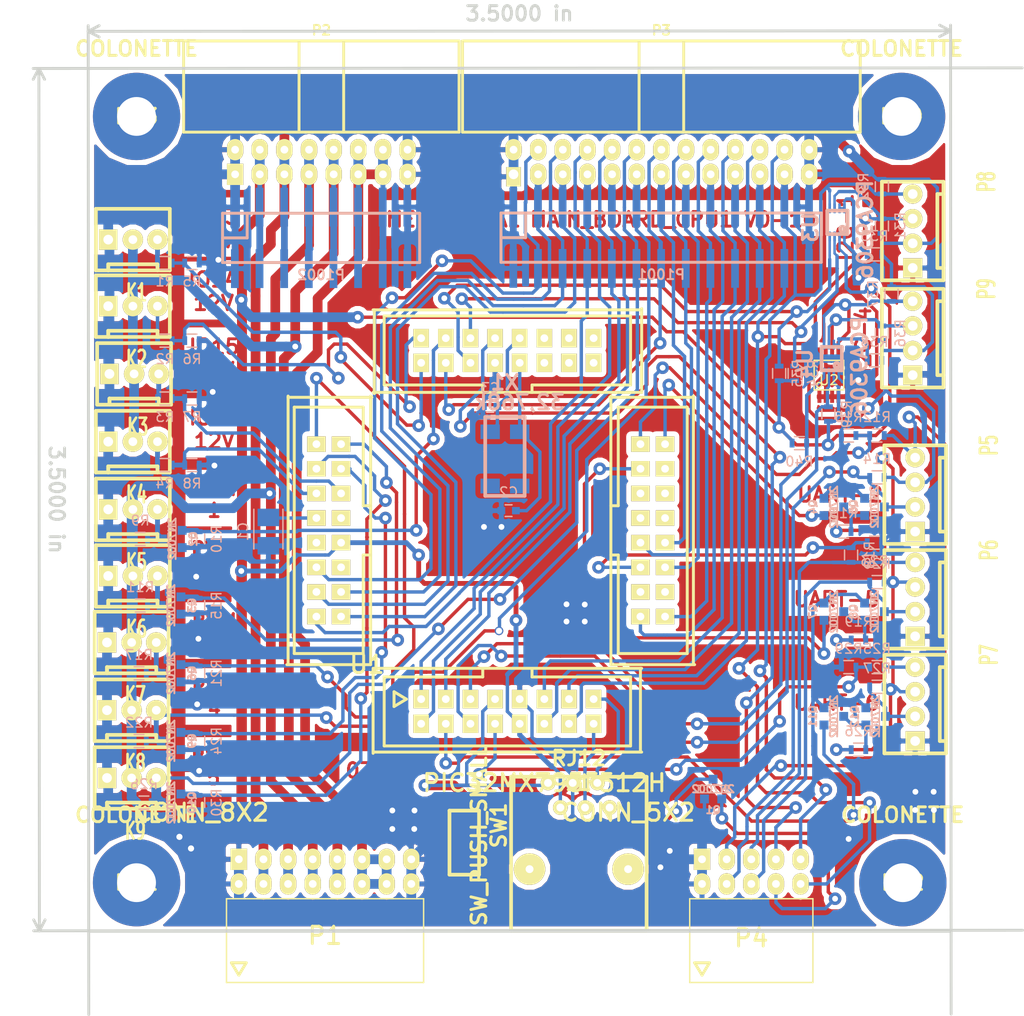
<source format=kicad_pcb>
(kicad_pcb (version 4) (host pcbnew 0.201507300901+6016~28~ubuntu15.04.1-product)
  (title_block (title MECHANICAL_MAIN_BOARD_CPU1) (date 2015-08-31) (rev V0-10))
  (layers (0 F.Cu signal) (31 B.Cu signal hide) (34 B.Paste user) (35 F.Paste user) (36 B.SilkS user) (37 F.SilkS user) (38 B.Mask user) (39 F.Mask user) (44 Edge.Cuts user))
  (net 0 "")
  (net 1 +12V)
  (net 2 +15V)
  (net 3 +5V)
  (net 4 +5VD)
  (net 5 /INT1)
  (net 6 /INT4)
  (net 7 /IO1)
  (net 8 /IO13)
  (net 9 /IO14)
  (net 10 /IO15)
  (net 11 /IO16)
  (net 12 /IO18)
  (net 13 /IO19)
  (net 14 /IO2)
  (net 15 /IO20)
  (net 16 /IO21)
  (net 17 /IO22)
  (net 18 /IO23)
  (net 19 /IO24)
  (net 20 /IO25)
  (net 21 /IO3)
  (net 22 /IO4)
  (net 23 /IO5)
  (net 24 /IO6)
  (net 25 /IO7)
  (net 26 /IO8)
  (net 27 /IO9)
  (net 28 /OC1)
  (net 29 /OC1-5V)
  (net 30 /OC2)
  (net 31 /OC2-5V)
  (net 32 /OC3)
  (net 33 /OC4)
  (net 34 /OC4-5V)
  (net 35 /OC5)
  (net 36 /OC5-5V)
  (net 37 /PGEC1)
  (net 38 /PGED1)
  (net 39 /RSTA)
  (net 40 /RX2)
  (net 41 /RX2-5V)
  (net 42 /RX5)
  (net 43 /RX5-5V)
  (net 44 /RX6)
  (net 45 /RX6-5V)
  (net 46 /SCL1)
  (net 47 /SCL1-5V)
  (net 48 /SCL4)
  (net 49 /SCL4-5V)
  (net 50 /SDA1)
  (net 51 /SDA1-5V)
  (net 52 /SDA4)
  (net 53 /SDA4-5V)
  (net 54 /TX2-5V)
  (net 55 /TX5-5V)
  (net 56 /TX6-5V)
  (net 57 GND)
  (net 58 "Net-(C1-Pad1)")
  (net 59 "Net-(C2-Pad1)")
  (net 60 "Net-(C3-Pad1)")
  (net 61 +3V3)
  (net 62 "Net-(K1-Pad3)")
  (net 63 "Net-(K2-Pad3)")
  (net 64 "Net-(K3-Pad3)")
  (net 65 "Net-(K4-Pad3)")
  (net 66 "Net-(K7-Pad3)")
  (net 67 "Net-(K10-Pad1)")
  (net 68 "Net-(K11-Pad1)")
  (net 69 "Net-(K12-Pad1)")
  (net 70 "Net-(K13-Pad1)")
  (net 71 "Net-(R33-Pad2)")
  (net 72 "Net-(R38-Pad2)")
  (module LFXTAL003000 (layer B.Cu) (at 108.458 72.39 180)
    (fp_text reference X1 (at 1.524 5.08 180) (layer B.SilkS) (effects (font (thickness 0.3048)) (justify mirror)))
    (fp_text value 32,768k (at 0 3.048 180) (layer B.SilkS) (effects (font (thickness 0.3048)) (justify mirror)))
    (pad 1 smd rect (at 0 0 180) (size 2 1.5) (layers B.Cu B.Paste B.Mask) (net 59 "Net-(C2-Pad1)"))
    (pad 2 smd rect (at 3.048 0 180) (size 2 1.5) (layers B.Cu B.Paste B.Mask) (net 60 "Net-(C3-Pad1)"))
    (pad 3 smd rect (at 0 -5.588 180) (size 2 1.524) (layers B.Cu B.Paste B.Mask))
    (pad 4 smd rect (at 3.048 -5.588 180) (size 2 1.524) (layers B.Cu B.Paste B.Mask))
  )
  (module f4deb-mod-library:vasch_strip_8x2_90 (layer F.Cu) (at 88.011 39.497)
    (fp_text reference P2 (at 0 -8.5) (layer F.SilkS) (effects (font (thickness 0.2032))))
    (fp_text value CONN_8X2 hide)
    (pad 16 thru_hole oval (at 8.89 3.81) (size 1.68 2.2) (drill 0.8) (layers *.Cu *.Mask F.SilkS) (net 57 GND))
    (pad 15 thru_hole oval (at 8.89 6.35) (size 1.68 2.2) (drill 0.8) (layers *.Cu *.Mask F.SilkS) (net 57 GND))
    (pad 13 thru_hole oval (at 6.35 6.35) (size 1.68 2.2) (drill 0.8) (layers *.Cu *.Mask F.SilkS) (net 2 +15V))
    (pad 14 thru_hole oval (at 6.35 3.81) (size 1.68 2.2) (drill 0.8) (layers *.Cu *.Mask F.SilkS) (net 2 +15V))
    (pad 12 thru_hole oval (at 3.81 3.81) (size 1.68 2.2) (drill 0.8) (layers *.Cu *.Mask F.SilkS) (net 2 +15V))
    (pad 11 thru_hole oval (at 3.81 6.35) (size 1.68 2.2) (drill 0.8) (layers *.Cu *.Mask F.SilkS) (net 2 +15V))
    (pad 9 thru_hole oval (at 1.27 6.35) (size 1.68 2.2) (drill 0.8) (layers *.Cu *.Mask F.SilkS) (net 1 +12V))
    (pad 10 thru_hole oval (at 1.27 3.81) (size 1.68 2.2) (drill 0.8) (layers *.Cu *.Mask F.SilkS) (net 1 +12V))
    (pad 8 thru_hole oval (at -1.27 3.81) (size 1.68 2.2) (drill 0.8) (layers *.Cu *.Mask F.SilkS) (net 3 +5V))
    (pad 7 thru_hole oval (at -1.27 6.35) (size 1.68 2.2) (drill 0.8) (layers *.Cu *.Mask F.SilkS) (net 3 +5V))
    (pad 1 thru_hole rect (at -8.89 6.35) (size 1.68 2.2) (drill 0.8) (layers *.Cu *.Mask F.SilkS) (net 57 GND))
    (pad 2 thru_hole oval (at -8.89 3.81) (size 1.68 2.2) (drill 0.8) (layers *.Cu *.Mask F.SilkS) (net 57 GND))
    (pad 3 thru_hole oval (at -6.35 6.35) (size 1.68 2.2) (drill 0.8) (layers *.Cu *.Mask F.SilkS) (net 61 +3V3))
    (pad 4 thru_hole oval (at -6.35 3.81) (size 1.68 2.2) (drill 0.8) (layers *.Cu *.Mask F.SilkS) (net 61 +3V3))
    (pad 5 thru_hole oval (at -3.81 6.35) (size 1.68 2.2) (drill 0.8) (layers *.Cu *.Mask F.SilkS) (net 4 +5VD))
    (pad 6 thru_hole oval (at -3.81 3.81) (size 1.68 2.2) (drill 0.8) (layers *.Cu *.Mask F.SilkS) (net 4 +5VD))
  )
  (module f4deb-mod-library:COLONETTE (layer F.Cu) (at 147.828 39.878)
    (fp_text reference K10 (at 0 0) (layer F.SilkS) (effects (font (thickness 0.3048))))
    (fp_text value COLONETTE (at 0 -6.985) (layer F.SilkS) (effects (font (thickness 0.3048))))
    (pad 1 thru_hole circle (at 0 0) (size 8.99922 8.99922) (drill 4.0005) (layers *.Cu) (net 67 "Net-(K10-Pad1)"))
    (pad 1 thru_hole circle (at 0 0) (size 2 2) (drill 0.6) (layers *.Cu *.Mask F.SilkS) (net 67 "Net-(K10-Pad1)"))
  )
  (module f4deb-mod-library:COLONETTE (layer F.Cu) (at 68.961 118.872)
    (fp_text reference K11 (at 0 0) (layer F.SilkS) (effects (font (thickness 0.3048))))
    (fp_text value COLONETTE (at 0 -6.985) (layer F.SilkS) (effects (font (thickness 0.3048))))
    (pad 1 thru_hole circle (at 0 0) (size 8.99922 8.99922) (drill 4.0005) (layers *.Cu) (net 68 "Net-(K11-Pad1)"))
    (pad 1 thru_hole circle (at 0 0) (size 2 2) (drill 0.6) (layers *.Cu *.Mask F.SilkS) (net 68 "Net-(K11-Pad1)"))
  )
  (module f4deb-mod-library:COLONETTE (layer F.Cu) (at 147.955 118.872)
    (fp_text reference K12 (at 0 0) (layer F.SilkS) (effects (font (thickness 0.3048))))
    (fp_text value COLONETTE (at 0 -6.985) (layer F.SilkS) (effects (font (thickness 0.3048))))
    (pad 1 thru_hole circle (at 0 0) (size 8.99922 8.99922) (drill 4.0005) (layers *.Cu) (net 69 "Net-(K12-Pad1)"))
    (pad 1 thru_hole circle (at 0 0) (size 2 2) (drill 0.6) (layers *.Cu *.Mask F.SilkS) (net 69 "Net-(K12-Pad1)"))
  )
  (module f4deb-mod-library:COLONETTE (layer F.Cu) (at 68.961 39.878)
    (fp_text reference K13 (at 0 0) (layer F.SilkS) (effects (font (thickness 0.3048))))
    (fp_text value COLONETTE (at 0 -6.985) (layer F.SilkS) (effects (font (thickness 0.3048))))
    (pad 1 thru_hole circle (at 0 0) (size 8.99922 8.99922) (drill 4.0005) (layers *.Cu) (net 70 "Net-(K13-Pad1)"))
    (pad 1 thru_hole circle (at 0 0) (size 2 2) (drill 0.6) (layers *.Cu *.Mask F.SilkS) (net 70 "Net-(K13-Pad1)"))
  )
  (module f4deb-mod-library:KK-3 (layer F.Cu) (at 71.12 52.578 180)
    (fp_text reference K1 (at 2.159 -5.461 180) (layer F.SilkS) (effects (font (size 1.73482 1.08712) (thickness 0.27178))))
    (fp_text value CONN_3 hide)
    (pad 1 thru_hole rect (at 5.08 0 180) (size 1.89992 2.10058) (drill 1.00076) (layers *.Cu *.Mask F.SilkS) (net 57 GND))
    (pad 2 thru_hole circle (at 2.54 0 180) (size 2.10058 2.10058) (drill 0.89916) (layers *.Cu *.Mask F.SilkS) (net 1 +12V))
    (pad 3 thru_hole circle (at 0 0 180) (size 2.10058 2.10058) (drill 0.89916) (layers *.Cu *.Mask F.SilkS) (net 62 "Net-(K1-Pad3)"))
  )
  (module f4deb-mod-library:KK-3 (layer F.Cu) (at 71.12 59.436 180)
    (fp_text reference K2 (at 2.159 -5.461 180) (layer F.SilkS) (effects (font (size 1.73482 1.08712) (thickness 0.27178))))
    (fp_text value CONN_3 hide)
    (pad 1 thru_hole rect (at 5.08 0 180) (size 1.89992 2.10058) (drill 1.00076) (layers *.Cu *.Mask F.SilkS) (net 57 GND))
    (pad 2 thru_hole circle (at 2.54 0 180) (size 2.10058 2.10058) (drill 0.89916) (layers *.Cu *.Mask F.SilkS) (net 1 +12V))
    (pad 3 thru_hole circle (at 0 0 180) (size 2.10058 2.10058) (drill 0.89916) (layers *.Cu *.Mask F.SilkS) (net 63 "Net-(K2-Pad3)"))
  )
  (module f4deb-mod-library:KK-3 (layer F.Cu) (at 71.247 66.421 180)
    (fp_text reference K3 (at 2.159 -5.461 180) (layer F.SilkS) (effects (font (size 1.73482 1.08712) (thickness 0.27178))))
    (fp_text value CONN_3 hide)
    (pad 1 thru_hole rect (at 5.08 0 180) (size 1.89992 2.10058) (drill 1.00076) (layers *.Cu *.Mask F.SilkS) (net 57 GND))
    (pad 2 thru_hole circle (at 2.54 0 180) (size 2.10058 2.10058) (drill 0.89916) (layers *.Cu *.Mask F.SilkS) (net 1 +12V))
    (pad 3 thru_hole circle (at 0 0 180) (size 2.10058 2.10058) (drill 0.89916) (layers *.Cu *.Mask F.SilkS) (net 64 "Net-(K3-Pad3)"))
  )
  (module f4deb-mod-library:KK-3 (layer F.Cu) (at 71.12 73.406 180)
    (fp_text reference K4 (at 2.159 -5.461 180) (layer F.SilkS) (effects (font (size 1.73482 1.08712) (thickness 0.27178))))
    (fp_text value CONN_3 hide)
    (pad 1 thru_hole rect (at 5.08 0 180) (size 1.89992 2.10058) (drill 1.00076) (layers *.Cu *.Mask F.SilkS) (net 57 GND))
    (pad 2 thru_hole circle (at 2.54 0 180) (size 2.10058 2.10058) (drill 0.89916) (layers *.Cu *.Mask F.SilkS) (net 1 +12V))
    (pad 3 thru_hole circle (at 0 0 180) (size 2.10058 2.10058) (drill 0.89916) (layers *.Cu *.Mask F.SilkS) (net 65 "Net-(K4-Pad3)"))
  )
  (module f4deb-mod-library:KK-3 (layer F.Cu) (at 71.12 80.391 180)
    (fp_text reference K5 (at 2.159 -5.461 180) (layer F.SilkS) (effects (font (size 1.73482 1.08712) (thickness 0.27178))))
    (fp_text value CONN_3 hide)
    (pad 1 thru_hole rect (at 5.08 0 180) (size 1.89992 2.10058) (drill 1.00076) (layers *.Cu *.Mask F.SilkS) (net 57 GND))
    (pad 2 thru_hole circle (at 2.54 0 180) (size 2.10058 2.10058) (drill 0.89916) (layers *.Cu *.Mask F.SilkS) (net 3 +5V))
    (pad 3 thru_hole circle (at 0 0 180) (size 2.10058 2.10058) (drill 0.89916) (layers *.Cu *.Mask F.SilkS) (net 29 /OC1-5V))
  )
  (module f4deb-mod-library:KK-3 (layer F.Cu) (at 71.12 87.249 180)
    (fp_text reference K6 (at 2.159 -5.461 180) (layer F.SilkS) (effects (font (size 1.73482 1.08712) (thickness 0.27178))))
    (fp_text value CONN_3 hide)
    (pad 1 thru_hole rect (at 5.08 0 180) (size 1.89992 2.10058) (drill 1.00076) (layers *.Cu *.Mask F.SilkS) (net 57 GND))
    (pad 2 thru_hole circle (at 2.54 0 180) (size 2.10058 2.10058) (drill 0.89916) (layers *.Cu *.Mask F.SilkS) (net 3 +5V))
    (pad 3 thru_hole circle (at 0 0 180) (size 2.10058 2.10058) (drill 0.89916) (layers *.Cu *.Mask F.SilkS) (net 31 /OC2-5V))
  )
  (module f4deb-mod-library:KK-3 (layer F.Cu) (at 70.993 94.107 180)
    (fp_text reference K7 (at 2.159 -5.461 180) (layer F.SilkS) (effects (font (size 1.73482 1.08712) (thickness 0.27178))))
    (fp_text value CONN_3 hide)
    (pad 1 thru_hole rect (at 5.08 0 180) (size 1.89992 2.10058) (drill 1.00076) (layers *.Cu *.Mask F.SilkS) (net 57 GND))
    (pad 2 thru_hole circle (at 2.54 0 180) (size 2.10058 2.10058) (drill 0.89916) (layers *.Cu *.Mask F.SilkS) (net 3 +5V))
    (pad 3 thru_hole circle (at 0 0 180) (size 2.10058 2.10058) (drill 0.89916) (layers *.Cu *.Mask F.SilkS) (net 66 "Net-(K7-Pad3)"))
  )
  (module f4deb-mod-library:KK-3 (layer F.Cu) (at 70.993 101.092 180)
    (fp_text reference K8 (at 2.159 -5.461 180) (layer F.SilkS) (effects (font (size 1.73482 1.08712) (thickness 0.27178))))
    (fp_text value CONN_3 hide)
    (pad 1 thru_hole rect (at 5.08 0 180) (size 1.89992 2.10058) (drill 1.00076) (layers *.Cu *.Mask F.SilkS) (net 57 GND))
    (pad 2 thru_hole circle (at 2.54 0 180) (size 2.10058 2.10058) (drill 0.89916) (layers *.Cu *.Mask F.SilkS) (net 3 +5V))
    (pad 3 thru_hole circle (at 0 0 180) (size 2.10058 2.10058) (drill 0.89916) (layers *.Cu *.Mask F.SilkS) (net 34 /OC4-5V))
  )
  (module f4deb-mod-library:KK-3 (layer F.Cu) (at 70.993 108.077 180)
    (fp_text reference K9 (at 2.159 -5.461 180) (layer F.SilkS) (effects (font (size 1.73482 1.08712) (thickness 0.27178))))
    (fp_text value CONN_3 hide)
    (pad 1 thru_hole rect (at 5.08 0 180) (size 1.89992 2.10058) (drill 1.00076) (layers *.Cu *.Mask F.SilkS) (net 57 GND))
    (pad 2 thru_hole circle (at 2.54 0 180) (size 2.10058 2.10058) (drill 0.89916) (layers *.Cu *.Mask F.SilkS) (net 3 +5V))
    (pad 3 thru_hole circle (at 0 0 180) (size 2.10058 2.10058) (drill 0.89916) (layers *.Cu *.Mask F.SilkS) (net 36 /OC5-5V))
  )
  (module f4deb-mod-library:KK-4 (layer F.Cu) (at 148.971 47.879 270)
    (fp_text reference P8 (at -1.27 -7.62 270) (layer F.SilkS) (effects (font (size 1.73482 1.08712) (thickness 0.27178))))
    (fp_text value CONN_4 hide)
    (pad 1 thru_hole rect (at 7.62 0 270) (size 1.99898 1.99898) (drill 1.00076) (layers *.Cu *.Mask F.SilkS) (net 57 GND))
    (pad 2 thru_hole circle (at 5.08 0 270) (size 1.99898 1.99898) (drill 1.00076) (layers *.Cu *.Mask F.SilkS) (net 4 +5VD))
    (pad 3 thru_hole circle (at 2.54 0 270) (size 1.99898 1.99898) (drill 1.00076) (layers *.Cu *.Mask F.SilkS) (net 47 /SCL1-5V))
    (pad 4 thru_hole circle (at 0 0 270) (size 1.99898 1.99898) (drill 1.00076) (layers *.Cu *.Mask F.SilkS) (net 51 /SDA1-5V))
  )
  (module f4deb-mod-library:KK-4 (layer F.Cu) (at 149.225 75.057 270)
    (fp_text reference P5 (at -1.27 -7.62 270) (layer F.SilkS) (effects (font (size 1.73482 1.08712) (thickness 0.27178))))
    (fp_text value CONN_4 hide)
    (pad 1 thru_hole rect (at 7.62 0 270) (size 1.99898 1.99898) (drill 1.00076) (layers *.Cu *.Mask F.SilkS) (net 57 GND))
    (pad 2 thru_hole circle (at 5.08 0 270) (size 1.99898 1.99898) (drill 1.00076) (layers *.Cu *.Mask F.SilkS) (net 54 /TX2-5V))
    (pad 3 thru_hole circle (at 2.54 0 270) (size 1.99898 1.99898) (drill 1.00076) (layers *.Cu *.Mask F.SilkS) (net 4 +5VD))
    (pad 4 thru_hole circle (at 0 0 270) (size 1.99898 1.99898) (drill 1.00076) (layers *.Cu *.Mask F.SilkS) (net 41 /RX2-5V))
  )
  (module f4deb-mod-library:KK-4 (layer F.Cu) (at 149.225 96.647 270)
    (fp_text reference P7 (at -1.27 -7.62 270) (layer F.SilkS) (effects (font (size 1.73482 1.08712) (thickness 0.27178))))
    (fp_text value CONN_4 hide)
    (pad 1 thru_hole rect (at 7.62 0 270) (size 1.99898 1.99898) (drill 1.00076) (layers *.Cu *.Mask F.SilkS) (net 57 GND))
    (pad 2 thru_hole circle (at 5.08 0 270) (size 1.99898 1.99898) (drill 1.00076) (layers *.Cu *.Mask F.SilkS) (net 56 /TX6-5V))
    (pad 3 thru_hole circle (at 2.54 0 270) (size 1.99898 1.99898) (drill 1.00076) (layers *.Cu *.Mask F.SilkS) (net 4 +5VD))
    (pad 4 thru_hole circle (at 0 0 270) (size 1.99898 1.99898) (drill 1.00076) (layers *.Cu *.Mask F.SilkS) (net 45 /RX6-5V))
  )
  (module f4deb-mod-library:KK-4 (layer F.Cu) (at 148.971 58.928 270)
    (fp_text reference P9 (at -1.27 -7.62 270) (layer F.SilkS) (effects (font (size 1.73482 1.08712) (thickness 0.27178))))
    (fp_text value CONN_4 hide)
    (pad 1 thru_hole rect (at 7.62 0 270) (size 1.99898 1.99898) (drill 1.00076) (layers *.Cu *.Mask F.SilkS) (net 57 GND))
    (pad 2 thru_hole circle (at 5.08 0 270) (size 1.99898 1.99898) (drill 1.00076) (layers *.Cu *.Mask F.SilkS) (net 4 +5VD))
    (pad 3 thru_hole circle (at 2.54 0 270) (size 1.99898 1.99898) (drill 1.00076) (layers *.Cu *.Mask F.SilkS) (net 49 /SCL4-5V))
    (pad 4 thru_hole circle (at 0 0 270) (size 1.99898 1.99898) (drill 1.00076) (layers *.Cu *.Mask F.SilkS) (net 53 /SDA4-5V))
  )
  (module f4deb-mod-library:KK-4 (layer F.Cu) (at 149.225 85.852 270)
    (fp_text reference P6 (at -1.27 -7.62 270) (layer F.SilkS) (effects (font (size 1.73482 1.08712) (thickness 0.27178))))
    (fp_text value CONN_4 hide)
    (pad 1 thru_hole rect (at 7.62 0 270) (size 1.99898 1.99898) (drill 1.00076) (layers *.Cu *.Mask F.SilkS) (net 57 GND))
    (pad 2 thru_hole circle (at 5.08 0 270) (size 1.99898 1.99898) (drill 1.00076) (layers *.Cu *.Mask F.SilkS) (net 55 /TX5-5V))
    (pad 3 thru_hole circle (at 2.54 0 270) (size 1.99898 1.99898) (drill 1.00076) (layers *.Cu *.Mask F.SilkS) (net 4 +5VD))
    (pad 4 thru_hole circle (at 0 0 270) (size 1.99898 1.99898) (drill 1.00076) (layers *.Cu *.Mask F.SilkS) (net 43 /RX5-5V))
  )
  (module f4deb-mod-library:vasch_strip_13x2_90 (layer F.Cu) (at 123.063 39.497)
    (fp_text reference P3 (at 0 -8.5) (layer F.SilkS) (effects (font (thickness 0.2032))))
    (fp_text value CONN_13X2 hide)
    (pad 25 thru_hole oval (at 15.24 6.35) (size 1.68 2.2) (drill 0.8) (layers *.Cu *.Mask F.SilkS) (net 57 GND))
    (pad 26 thru_hole oval (at 15.24 3.81) (size 1.68 2.2) (drill 0.8) (layers *.Cu *.Mask F.SilkS) (net 57 GND))
    (pad 24 thru_hole oval (at 12.7 3.81) (size 1.68 2.2) (drill 0.8) (layers *.Cu *.Mask F.SilkS) (net 47 /SCL1-5V))
    (pad 23 thru_hole oval (at 12.7 6.35) (size 1.68 2.2) (drill 0.8) (layers *.Cu *.Mask F.SilkS) (net 51 /SDA1-5V))
    (pad 21 thru_hole oval (at 10.16 6.35) (size 1.68 2.2) (drill 0.8) (layers *.Cu *.Mask F.SilkS) (net 7 /IO1))
    (pad 22 thru_hole oval (at 10.16 3.81) (size 1.68 2.2) (drill 0.8) (layers *.Cu *.Mask F.SilkS) (net 14 /IO2))
    (pad 20 thru_hole oval (at 7.62 3.81) (size 1.68 2.2) (drill 0.8) (layers *.Cu *.Mask F.SilkS) (net 22 /IO4))
    (pad 19 thru_hole oval (at 7.62 6.35) (size 1.68 2.2) (drill 0.8) (layers *.Cu *.Mask F.SilkS) (net 21 /IO3))
    (pad 17 thru_hole oval (at 5.08 6.35) (size 1.68 2.2) (drill 0.8) (layers *.Cu *.Mask F.SilkS) (net 23 /IO5))
    (pad 18 thru_hole oval (at 5.08 3.81) (size 1.68 2.2) (drill 0.8) (layers *.Cu *.Mask F.SilkS) (net 24 /IO6))
    (pad 16 thru_hole oval (at 2.54 3.81) (size 1.68 2.2) (drill 0.8) (layers *.Cu *.Mask F.SilkS) (net 26 /IO8))
    (pad 15 thru_hole oval (at 2.54 6.35) (size 1.68 2.2) (drill 0.8) (layers *.Cu *.Mask F.SilkS) (net 25 /IO7))
    (pad 13 thru_hole oval (at 0 6.35) (size 1.68 2.2) (drill 0.8) (layers *.Cu *.Mask F.SilkS) (net 27 /IO9))
    (pad 14 thru_hole oval (at 0 3.81) (size 1.68 2.2) (drill 0.8) (layers *.Cu *.Mask F.SilkS) (net 6 /INT4))
    (pad 12 thru_hole oval (at -2.54 3.81) (size 1.68 2.2) (drill 0.8) (layers *.Cu *.Mask F.SilkS) (net 36 /OC5-5V))
    (pad 11 thru_hole oval (at -2.54 6.35) (size 1.68 2.2) (drill 0.8) (layers *.Cu *.Mask F.SilkS) (net 34 /OC4-5V))
    (pad 9 thru_hole oval (at -5.08 6.35) (size 1.68 2.2) (drill 0.8) (layers *.Cu *.Mask F.SilkS) (net 20 /IO25))
    (pad 10 thru_hole oval (at -5.08 3.81) (size 1.68 2.2) (drill 0.8) (layers *.Cu *.Mask F.SilkS) (net 19 /IO24))
    (pad 8 thru_hole oval (at -7.62 3.81) (size 1.68 2.2) (drill 0.8) (layers *.Cu *.Mask F.SilkS) (net 17 /IO22))
    (pad 7 thru_hole oval (at -7.62 6.35) (size 1.68 2.2) (drill 0.8) (layers *.Cu *.Mask F.SilkS) (net 18 /IO23))
    (pad 1 thru_hole rect (at -15.24 6.35) (size 1.5 2) (drill 1 (offset 0 0.25)) (layers *.Cu *.Mask F.SilkS) (net 57 GND))
    (pad 2 thru_hole oval (at -15.24 3.81) (size 1.68 2.2) (drill 0.8) (layers *.Cu *.Mask F.SilkS) (net 57 GND))
    (pad 3 thru_hole oval (at -12.7 6.35) (size 1.68 2.2) (drill 0.8) (layers *.Cu *.Mask F.SilkS) (net 13 /IO19))
    (pad 4 thru_hole oval (at -12.7 3.81) (size 1.68 2.2) (drill 0.8) (layers *.Cu *.Mask F.SilkS) (net 12 /IO18))
    (pad 5 thru_hole oval (at -10.16 6.35) (size 1.68 2.2) (drill 0.8) (layers *.Cu *.Mask F.SilkS) (net 16 /IO21))
    (pad 6 thru_hole oval (at -10.16 3.81) (size 1.68 2.2) (drill 0.8) (layers *.Cu *.Mask F.SilkS) (net 15 /IO20))
  )
  (module f4deb-mod-library:PIC32_64 (layer F.Cu) (at 98.298 102.489)
    (fp_text reference U1 (at -5.588 -6.096) (layer F.SilkS) (effects (font (size 1.778 1.778) (thickness 0.3048))))
    (fp_text value PIC32MX795F512H (at 12.7 6.096) (layer F.SilkS) (effects (font (size 1.778 1.778) (thickness 0.3048))))
    (pad 15 thru_hole rect (at 17.78 -2.54254 270) (size 1.89992 1.6002) (drill 0.8001) (layers *.Cu *.Mask F.SilkS) (net 37 /PGEC1))
    (pad 16 thru_hole rect (at 17.78 -0.00254 270) (size 1.89992 1.6002) (drill 0.8001) (layers *.Cu *.Mask F.SilkS) (net 38 /PGED1))
    (pad 13 thru_hole rect (at 15.24 -2.54254 270) (size 1.89992 1.6002) (drill 0.8001) (layers *.Cu *.Mask F.SilkS) (net 14 /IO2))
    (pad 14 thru_hole rect (at 15.24 -0.00254 270) (size 1.89992 1.6002) (drill 0.8001) (layers *.Cu *.Mask F.SilkS) (net 7 /IO1))
    (pad 11 thru_hole rect (at 12.7 -2.54254 270) (size 1.89992 1.6002) (drill 0.8001) (layers *.Cu *.Mask F.SilkS) (net 22 /IO4))
    (pad 12 thru_hole rect (at 12.7 -0.00254 270) (size 1.89992 1.6002) (drill 0.8001) (layers *.Cu *.Mask F.SilkS) (net 21 /IO3))
    (pad 9 thru_hole rect (at 10.16 -2.54254 270) (size 1.89992 1.6002) (drill 0.8001) (layers *.Cu *.Mask F.SilkS) (net 57 GND))
    (pad 10 thru_hole rect (at 10.16 -0.00254 270) (size 1.89992 1.6002) (drill 0.8001) (layers *.Cu *.Mask F.SilkS) (net 61 +3V3))
    (pad 7 thru_hole rect (at 7.62 -2.54254 270) (size 1.89992 1.6002) (drill 0.8001) (layers *.Cu *.Mask F.SilkS) (net 39 /RSTA))
    (pad 8 thru_hole rect (at 7.62 -0.00254 270) (size 1.89992 1.6002) (drill 0.8001) (layers *.Cu *.Mask F.SilkS) (net 44 /RX6))
    (pad 5 thru_hole rect (at 5.08 -2.54254 270) (size 1.89992 1.6002) (drill 0.8001) (layers *.Cu *.Mask F.SilkS) (net 52 /SDA4))
    (pad 6 thru_hole rect (at 5.08 -0.00254 270) (size 1.89992 1.6002) (drill 0.8001) (layers *.Cu *.Mask F.SilkS) (net 48 /SCL4))
    (pad 3 thru_hole rect (at 2.54 -2.54254 270) (size 1.89992 1.6002) (drill 0.8001) (layers *.Cu *.Mask F.SilkS) (net 20 /IO25))
    (pad 4 thru_hole rect (at 2.54 -0.00254 270) (size 1.89992 1.6002) (drill 0.8001) (layers *.Cu *.Mask F.SilkS))
    (pad 1 thru_hole rect (at 0 -2.54254 270) (size 1.89992 1.6002) (drill 0.8001) (layers *.Cu *.Mask F.SilkS) (net 18 /IO23))
    (pad 2 thru_hole rect (at 0 -0.00254 270) (size 1.89992 1.6002) (drill 0.8001) (layers *.Cu *.Mask F.SilkS) (net 19 /IO24))
    (pad 34 thru_hole rect (at 17.78 -39.751 270) (size 1.89992 1.6002) (drill 0.8001) (layers *.Cu *.Mask F.SilkS))
    (pad 33 thru_hole rect (at 17.78 -37.211 270) (size 1.89992 1.6002) (drill 0.8001) (layers *.Cu *.Mask F.SilkS))
    (pad 36 thru_hole rect (at 15.24 -39.751 270) (size 1.89992 1.6002) (drill 0.8001) (layers *.Cu *.Mask F.SilkS))
    (pad 35 thru_hole rect (at 15.24 -37.211 270) (size 1.89992 1.6002) (drill 0.8001) (layers *.Cu *.Mask F.SilkS))
    (pad 38 thru_hole rect (at 12.7 -39.751 270) (size 1.89992 1.6002) (drill 0.8001) (layers *.Cu *.Mask F.SilkS))
    (pad 37 thru_hole rect (at 12.7 -37.211 270) (size 1.89992 1.6002) (drill 0.8001) (layers *.Cu *.Mask F.SilkS))
    (pad 40 thru_hole rect (at 10.16 -39.751 270) (size 1.89992 1.6002) (drill 0.8001) (layers *.Cu *.Mask F.SilkS) (net 60 "Net-(C3-Pad1)"))
    (pad 39 thru_hole rect (at 10.16 -37.211 270) (size 1.89992 1.6002) (drill 0.8001) (layers *.Cu *.Mask F.SilkS) (net 59 "Net-(C2-Pad1)"))
    (pad 42 thru_hole rect (at 7.62 -39.751 270) (size 1.89992 1.6002) (drill 0.8001) (layers *.Cu *.Mask F.SilkS) (net 5 /INT1))
    (pad 41 thru_hole rect (at 7.62 -37.211 270) (size 1.89992 1.6002) (drill 0.8001) (layers *.Cu *.Mask F.SilkS) (net 57 GND))
    (pad 44 thru_hole rect (at 5.08 -39.751 270) (size 1.89992 1.6002) (drill 0.8001) (layers *.Cu *.Mask F.SilkS) (net 46 /SCL1))
    (pad 43 thru_hole rect (at 5.08 -37.211 270) (size 1.89992 1.6002) (drill 0.8001) (layers *.Cu *.Mask F.SilkS) (net 50 /SDA1))
    (pad 46 thru_hole rect (at 2.54 -39.751 270) (size 1.89992 1.6002) (drill 0.8001) (layers *.Cu *.Mask F.SilkS) (net 28 /OC1))
    (pad 45 thru_hole rect (at 2.54 -37.211 270) (size 1.89992 1.6002) (drill 0.8001) (layers *.Cu *.Mask F.SilkS) (net 6 /INT4))
    (pad 48 thru_hole rect (at 0 -39.751 270) (size 1.89992 1.6002) (drill 0.8001) (layers *.Cu *.Mask F.SilkS) (net 9 /IO14))
    (pad 47 thru_hole rect (at 0 -37.211 270) (size 1.89992 1.6002) (drill 0.8001) (layers *.Cu *.Mask F.SilkS) (net 8 /IO13))
    (pad 31 thru_hole rect (at 22.606 -28.829 270) (size 1.6002 1.89992) (drill 0.8001) (layers *.Cu *.Mask F.SilkS) (net 40 /RX2))
    (pad 32 thru_hole rect (at 25.146 -28.829 270) (size 1.6002 1.89992) (drill 0.8001) (layers *.Cu *.Mask F.SilkS))
    (pad 29 thru_hole rect (at 22.606 -26.289 270) (size 1.6002 1.89992) (drill 0.8001) (layers *.Cu *.Mask F.SilkS))
    (pad 30 thru_hole rect (at 25.146 -26.289 270) (size 1.6002 1.89992) (drill 0.8001) (layers *.Cu *.Mask F.SilkS))
    (pad 27 thru_hole rect (at 22.606 -23.749 270) (size 1.6002 1.89992) (drill 0.8001) (layers *.Cu *.Mask F.SilkS))
    (pad 28 thru_hole rect (at 25.146 -23.749 270) (size 1.6002 1.89992) (drill 0.8001) (layers *.Cu *.Mask F.SilkS))
    (pad 25 thru_hole rect (at 22.606 -21.209 270) (size 1.6002 1.89992) (drill 0.8001) (layers *.Cu *.Mask F.SilkS))
    (pad 26 thru_hole rect (at 25.146 -21.209 270) (size 1.6002 1.89992) (drill 0.8001) (layers *.Cu *.Mask F.SilkS))
    (pad 23 thru_hole rect (at 22.606 -18.669 270) (size 1.6002 1.89992) (drill 0.8001) (layers *.Cu *.Mask F.SilkS) (net 26 /IO8))
    (pad 24 thru_hole rect (at 25.146 -18.669 270) (size 1.6002 1.89992) (drill 0.8001) (layers *.Cu *.Mask F.SilkS) (net 27 /IO9))
    (pad 21 thru_hole rect (at 22.606 -16.129 270) (size 1.6002 1.89992) (drill 0.8001) (layers *.Cu *.Mask F.SilkS) (net 42 /RX5))
    (pad 22 thru_hole rect (at 25.146 -16.129 270) (size 1.6002 1.89992) (drill 0.8001) (layers *.Cu *.Mask F.SilkS) (net 25 /IO7))
    (pad 19 thru_hole rect (at 22.606 -13.589 270) (size 1.6002 1.89992) (drill 0.8001) (layers *.Cu *.Mask F.SilkS))
    (pad 20 thru_hole rect (at 25.146 -13.589 270) (size 1.6002 1.89992) (drill 0.8001) (layers *.Cu *.Mask F.SilkS))
    (pad 17 thru_hole rect (at 22.606 -11.049 270) (size 1.6002 1.89992) (drill 0.8001) (layers *.Cu *.Mask F.SilkS) (net 23 /IO5))
    (pad 18 thru_hole rect (at 25.146 -11.049 270) (size 1.6002 1.89992) (drill 0.8001) (layers *.Cu *.Mask F.SilkS) (net 24 /IO6))
    (pad 64 thru_hole rect (at -10.795 -11.049 270) (size 1.6002 1.89992) (drill 0.8001) (layers *.Cu *.Mask F.SilkS) (net 17 /IO22))
    (pad 63 thru_hole rect (at -8.255 -11.049 270) (size 1.6002 1.89992) (drill 0.8001) (layers *.Cu *.Mask F.SilkS) (net 16 /IO21))
    (pad 62 thru_hole rect (at -10.795 -13.589 270) (size 1.6002 1.89992) (drill 0.8001) (layers *.Cu *.Mask F.SilkS) (net 15 /IO20))
    (pad 61 thru_hole rect (at -8.255 -13.589 270) (size 1.6002 1.89992) (drill 0.8001) (layers *.Cu *.Mask F.SilkS) (net 13 /IO19))
    (pad 60 thru_hole rect (at -10.795 -16.129 270) (size 1.6002 1.89992) (drill 0.8001) (layers *.Cu *.Mask F.SilkS) (net 12 /IO18))
    (pad 59 thru_hole rect (at -8.255 -16.129 270) (size 1.6002 1.89992) (drill 0.8001) (layers *.Cu *.Mask F.SilkS))
    (pad 58 thru_hole rect (at -10.795 -18.669 270) (size 1.6002 1.89992) (drill 0.8001) (layers *.Cu *.Mask F.SilkS))
    (pad 57 thru_hole rect (at -8.255 -18.669 270) (size 1.6002 1.89992) (drill 0.8001) (layers *.Cu *.Mask F.SilkS) (net 61 +3V3))
    (pad 56 thru_hole rect (at -10.795 -21.209 270) (size 1.6002 1.89992) (drill 0.8001) (layers *.Cu *.Mask F.SilkS) (net 58 "Net-(C1-Pad1)"))
    (pad 55 thru_hole rect (at -8.255 -21.209 270) (size 1.6002 1.89992) (drill 0.8001) (layers *.Cu *.Mask F.SilkS))
    (pad 54 thru_hole rect (at -10.795 -23.749 270) (size 1.6002 1.89992) (drill 0.8001) (layers *.Cu *.Mask F.SilkS) (net 11 /IO16))
    (pad 53 thru_hole rect (at -8.255 -23.749 270) (size 1.6002 1.89992) (drill 0.8001) (layers *.Cu *.Mask F.SilkS) (net 10 /IO15))
    (pad 52 thru_hole rect (at -10.795 -26.289 270) (size 1.6002 1.89992) (drill 0.8001) (layers *.Cu *.Mask F.SilkS) (net 35 /OC5))
    (pad 51 thru_hole rect (at -8.255 -26.289 270) (size 1.6002 1.89992) (drill 0.8001) (layers *.Cu *.Mask F.SilkS) (net 33 /OC4))
    (pad 50 thru_hole rect (at -10.795 -28.829 270) (size 1.6002 1.89992) (drill 0.8001) (layers *.Cu *.Mask F.SilkS) (net 32 /OC3))
    (pad 49 thru_hole rect (at -8.255 -28.829 270) (size 1.6002 1.89992) (drill 0.8001) (layers *.Cu *.Mask F.SilkS) (net 30 /OC2))
  )
  (module Resistors_SMD:R_0603 (layer B.Cu) (at 71.882 54.991)
    (fp_text reference R1 (at 0 1.9) (layer B.SilkS) (effects (justify mirror)))
    (fp_text value 47k)
    (pad 1 smd rect (at -0.75 0) (size 0.5 0.9) (layers B.Cu B.Paste B.Mask) (net 62 "Net-(K1-Pad3)"))
    (pad 2 smd rect (at 0.75 0) (size 0.5 0.9) (layers B.Cu B.Paste B.Mask) (net 8 /IO13))
  )
  (module Resistors_SMD:R_0603 (layer B.Cu) (at 143.383 93.853 180)
    (fp_text reference R19 (at 0 1.9 180) (layer B.SilkS) (effects (justify mirror)))
    (fp_text value 10k)
    (pad 1 smd rect (at -0.75 0 180) (size 0.5 0.9) (layers B.Cu B.Paste B.Mask))
    (pad 2 smd rect (at 0.75 0 180) (size 0.5 0.9) (layers B.Cu B.Paste B.Mask) (net 4 +5VD))
  )
  (module Resistors_SMD:R_0603 (layer B.Cu) (at 145.288 98.679 180)
    (fp_text reference R27 (at 0 1.9 180) (layer B.SilkS) (effects (justify mirror)))
    (fp_text value 10k)
    (pad 1 smd rect (at -0.75 0 180) (size 0.5 0.9) (layers B.Cu B.Paste B.Mask) (net 4 +5VD))
    (pad 2 smd rect (at 0.75 0 180) (size 0.5 0.9) (layers B.Cu B.Paste B.Mask) (net 56 /TX6-5V))
  )
  (module Resistors_SMD:R_0603 (layer B.Cu) (at 143.383 105.156 180)
    (fp_text reference R26 (at 0 1.9 180) (layer B.SilkS) (effects (justify mirror)))
    (fp_text value 10k)
    (pad 1 smd rect (at -0.75 0 180) (size 0.5 0.9) (layers B.Cu B.Paste B.Mask))
    (pad 2 smd rect (at 0.75 0 180) (size 0.5 0.9) (layers B.Cu B.Paste B.Mask) (net 4 +5VD))
  )
  (module Resistors_SMD:R_0603 (layer B.Cu) (at 142.367 96.647 180)
    (fp_text reference R29 (at 0 1.9 180) (layer B.SilkS) (effects (justify mirror)))
    (fp_text value 22k)
    (pad 1 smd rect (at -0.75 0 180) (size 0.5 0.9) (layers B.Cu B.Paste B.Mask) (net 44 /RX6))
    (pad 2 smd rect (at 0.75 0 180) (size 0.5 0.9) (layers B.Cu B.Paste B.Mask) (net 57 GND))
  )
  (module Resistors_SMD:R_0603 (layer B.Cu) (at 145.288 96.647 180)
    (fp_text reference R25 (at 0 1.9 180) (layer B.SilkS) (effects (justify mirror)))
    (fp_text value 12k)
    (pad 1 smd rect (at -0.75 0 180) (size 0.5 0.9) (layers B.Cu B.Paste B.Mask) (net 45 /RX6-5V))
    (pad 2 smd rect (at 0.75 0 180) (size 0.5 0.9) (layers B.Cu B.Paste B.Mask) (net 44 /RX6))
  )
  (module Resistors_SMD:R_0603 (layer B.Cu) (at 145.288 87.884 180)
    (fp_text reference R20 (at 0 1.9 180) (layer B.SilkS) (effects (justify mirror)))
    (fp_text value 10k)
    (pad 1 smd rect (at -0.75 0 180) (size 0.5 0.9) (layers B.Cu B.Paste B.Mask) (net 4 +5VD))
    (pad 2 smd rect (at 0.75 0 180) (size 0.5 0.9) (layers B.Cu B.Paste B.Mask) (net 55 /TX5-5V))
  )
  (module Resistors_SMD:R_0603 (layer B.Cu) (at 145.288 77.089 180)
    (fp_text reference R14 (at 0 1.9 180) (layer B.SilkS) (effects (justify mirror)))
    (fp_text value 10k)
    (pad 1 smd rect (at -0.75 0 180) (size 0.5 0.9) (layers B.Cu B.Paste B.Mask) (net 4 +5VD))
    (pad 2 smd rect (at 0.75 0 180) (size 0.5 0.9) (layers B.Cu B.Paste B.Mask) (net 54 /TX2-5V))
  )
  (module Resistors_SMD:R_0603 (layer B.Cu) (at 141.859 82.677 180)
    (fp_text reference R13 (at 0 1.9 180) (layer B.SilkS) (effects (justify mirror)))
    (fp_text value 10k)
    (pad 1 smd rect (at -0.75 0 180) (size 0.5 0.9) (layers B.Cu B.Paste B.Mask))
    (pad 2 smd rect (at 0.75 0 180) (size 0.5 0.9) (layers B.Cu B.Paste B.Mask) (net 4 +5VD))
  )
  (module Resistors_SMD:R_0603 (layer B.Cu) (at 142.367 72.771 180)
    (fp_text reference R16 (at 0 1.9 180) (layer B.SilkS) (effects (justify mirror)))
    (fp_text value 22k)
    (pad 1 smd rect (at -0.75 0 180) (size 0.5 0.9) (layers B.Cu B.Paste B.Mask) (net 40 /RX2))
    (pad 2 smd rect (at 0.75 0 180) (size 0.5 0.9) (layers B.Cu B.Paste B.Mask) (net 57 GND))
  )
  (module Resistors_SMD:R_0603 (layer B.Cu) (at 69.342 90.297 180)
    (fp_text reference R11 (at 0 1.9 180) (layer B.SilkS) (effects (justify mirror)))
    (fp_text value 10k)
    (pad 1 smd rect (at -0.75 0 180) (size 0.5 0.9) (layers B.Cu B.Paste B.Mask) (net 31 /OC2-5V))
    (pad 2 smd rect (at 0.75 0 180) (size 0.5 0.9) (layers B.Cu B.Paste B.Mask) (net 3 +5V))
  )
  (module Resistors_SMD:R_0603 (layer B.Cu) (at 69.215 97.282 180)
    (fp_text reference R17 (at 0 1.9 180) (layer B.SilkS) (effects (justify mirror)))
    (fp_text value 10k)
    (pad 1 smd rect (at -0.75 0 180) (size 0.5 0.9) (layers B.Cu B.Paste B.Mask) (net 66 "Net-(K7-Pad3)"))
    (pad 2 smd rect (at 0.75 0 180) (size 0.5 0.9) (layers B.Cu B.Paste B.Mask) (net 3 +5V))
  )
  (module Resistors_SMD:R_0603 (layer B.Cu) (at 74.676 54.991)
    (fp_text reference R5 (at 0 1.9) (layer B.SilkS) (effects (justify mirror)))
    (fp_text value 18k)
    (pad 1 smd rect (at -0.75 0) (size 0.5 0.9) (layers B.Cu B.Paste B.Mask) (net 8 /IO13))
    (pad 2 smd rect (at 0.75 0) (size 0.5 0.9) (layers B.Cu B.Paste B.Mask) (net 57 GND))
  )
  (module Resistors_SMD:R_0603 (layer B.Cu) (at 145.288 72.771 180)
    (fp_text reference R12 (at 0 1.9 180) (layer B.SilkS) (effects (justify mirror)))
    (fp_text value 12k)
    (pad 1 smd rect (at -0.75 0 180) (size 0.5 0.9) (layers B.Cu B.Paste B.Mask) (net 41 /RX2-5V))
    (pad 2 smd rect (at 0.75 0 180) (size 0.5 0.9) (layers B.Cu B.Paste B.Mask) (net 40 /RX2))
  )
  (module Resistors_SMD:R_0603 (layer B.Cu) (at 135.2042 66.3702 90)
    (fp_text reference R35 (at 0 1.9 90) (layer B.SilkS) (effects (justify mirror)))
    (fp_text value 2.1k)
    (pad 1 smd rect (at -0.75 0 90) (size 0.5 0.9) (layers B.Cu B.Paste B.Mask) (net 61 +3V3))
    (pad 2 smd rect (at 0.75 0 90) (size 0.5 0.9) (layers B.Cu B.Paste B.Mask) (net 50 /SDA1))
  )
  (module Resistors_SMD:R_0603 (layer B.Cu) (at 136.8044 66.3702 90)
    (fp_text reference R34 (at 0 1.9 90) (layer B.SilkS) (effects (justify mirror)))
    (fp_text value 2.1k)
    (pad 1 smd rect (at -0.75 0 90) (size 0.5 0.9) (layers B.Cu B.Paste B.Mask) (net 61 +3V3))
    (pad 2 smd rect (at 0.75 0 90) (size 0.5 0.9) (layers B.Cu B.Paste B.Mask) (net 46 /SCL1))
  )
  (module Resistors_SMD:R_0603 (layer B.Cu) (at 145.034 54.102 180)
    (fp_text reference R33 (at 0 1.9 180) (layer B.SilkS) (effects (justify mirror)))
    (fp_text value 200k)
    (pad 1 smd rect (at -0.75 0 180) (size 0.5 0.9) (layers B.Cu B.Paste B.Mask) (net 4 +5VD))
    (pad 2 smd rect (at 0.75 0 180) (size 0.5 0.9) (layers B.Cu B.Paste B.Mask) (net 71 "Net-(R33-Pad2)"))
  )
  (module Resistors_SMD:R_0603 (layer B.Cu) (at 145.796 47.117 270)
    (fp_text reference R32 (at 0 1.9 270) (layer B.SilkS) (effects (justify mirror)))
    (fp_text value 2.1k)
    (pad 1 smd rect (at -0.75 0 270) (size 0.5 0.9) (layers B.Cu B.Paste B.Mask) (net 4 +5VD))
    (pad 2 smd rect (at 0.75 0 270) (size 0.5 0.9) (layers B.Cu B.Paste B.Mask) (net 51 /SDA1-5V))
  )
  (module Resistors_SMD:R_0603 (layer B.Cu) (at 145.796 51.181 90)
    (fp_text reference R31 (at 0 1.9 90) (layer B.SilkS) (effects (justify mirror)))
    (fp_text value 2.1k)
    (pad 1 smd rect (at -0.75 0 90) (size 0.5 0.9) (layers B.Cu B.Paste B.Mask) (net 4 +5VD))
    (pad 2 smd rect (at 0.75 0 90) (size 0.5 0.9) (layers B.Cu B.Paste B.Mask) (net 47 /SCL1-5V))
  )
  (module Resistors_SMD:R_0603 (layer B.Cu) (at 69.723 110.617 180)
    (fp_text reference R28 (at 0 1.9 180) (layer B.SilkS) (effects (justify mirror)))
    (fp_text value 10k)
    (pad 1 smd rect (at -0.75 0 180) (size 0.5 0.9) (layers B.Cu B.Paste B.Mask) (net 36 /OC5-5V))
    (pad 2 smd rect (at 0.75 0 180) (size 0.5 0.9) (layers B.Cu B.Paste B.Mask) (net 3 +5V))
  )
  (module Resistors_SMD:R_0603 (layer B.Cu) (at 69.215 104.267 180)
    (fp_text reference R22 (at 0 1.9 180) (layer B.SilkS) (effects (justify mirror)))
    (fp_text value 10k)
    (pad 1 smd rect (at -0.75 0 180) (size 0.5 0.9) (layers B.Cu B.Paste B.Mask) (net 34 /OC4-5V))
    (pad 2 smd rect (at 0.75 0 180) (size 0.5 0.9) (layers B.Cu B.Paste B.Mask) (net 3 +5V))
  )
  (module Resistors_SMD:R_0603 (layer B.Cu) (at 69.342 83.439 180)
    (fp_text reference R9 (at 0 1.9 180) (layer B.SilkS) (effects (justify mirror)))
    (fp_text value 10k)
    (pad 1 smd rect (at -0.75 0 180) (size 0.5 0.9) (layers B.Cu B.Paste B.Mask) (net 29 /OC1-5V))
    (pad 2 smd rect (at 0.75 0 180) (size 0.5 0.9) (layers B.Cu B.Paste B.Mask) (net 3 +5V))
  )
  (module Resistors_SMD:R_0603 (layer B.Cu) (at 75.311 110.617 90)
    (fp_text reference R30 (at 0 1.9 90) (layer B.SilkS) (effects (justify mirror)))
    (fp_text value 470k)
    (pad 1 smd rect (at -0.75 0 90) (size 0.5 0.9) (layers B.Cu B.Paste B.Mask) (net 57 GND))
    (pad 2 smd rect (at 0.75 0 90) (size 0.5 0.9) (layers B.Cu B.Paste B.Mask) (net 35 /OC5))
  )
  (module Resistors_SMD:R_0603 (layer B.Cu) (at 75.311 104.267 90)
    (fp_text reference R24 (at 0 1.9 90) (layer B.SilkS) (effects (justify mirror)))
    (fp_text value 470k)
    (pad 1 smd rect (at -0.75 0 90) (size 0.5 0.9) (layers B.Cu B.Paste B.Mask) (net 57 GND))
    (pad 2 smd rect (at 0.75 0 90) (size 0.5 0.9) (layers B.Cu B.Paste B.Mask) (net 33 /OC4))
  )
  (module Resistors_SMD:R_0603 (layer B.Cu) (at 75.311 97.282 90)
    (fp_text reference R21 (at 0 1.9 90) (layer B.SilkS) (effects (justify mirror)))
    (fp_text value 470k)
    (pad 1 smd rect (at -0.75 0 90) (size 0.5 0.9) (layers B.Cu B.Paste B.Mask) (net 57 GND))
    (pad 2 smd rect (at 0.75 0 90) (size 0.5 0.9) (layers B.Cu B.Paste B.Mask) (net 32 /OC3))
  )
  (module Resistors_SMD:R_0603 (layer B.Cu) (at 75.311 90.297 90)
    (fp_text reference R15 (at 0 1.9 90) (layer B.SilkS) (effects (justify mirror)))
    (fp_text value 470k)
    (pad 1 smd rect (at -0.75 0 90) (size 0.5 0.9) (layers B.Cu B.Paste B.Mask) (net 57 GND))
    (pad 2 smd rect (at 0.75 0 90) (size 0.5 0.9) (layers B.Cu B.Paste B.Mask) (net 30 /OC2))
  )
  (module Resistors_SMD:R_0603 (layer B.Cu) (at 137.287 73.5584)
    (fp_text reference R40 (at 0 1.9) (layer B.SilkS) (effects (justify mirror)))
    (fp_text value 2.1k)
    (pad 1 smd rect (at -0.75 0) (size 0.5 0.9) (layers B.Cu B.Paste B.Mask) (net 61 +3V3))
    (pad 2 smd rect (at 0.75 0) (size 0.5 0.9) (layers B.Cu B.Paste B.Mask) (net 52 /SDA4))
  )
  (module Resistors_SMD:R_0603 (layer B.Cu) (at 75.311 83.439 90)
    (fp_text reference R10 (at 0 1.9 90) (layer B.SilkS) (effects (justify mirror)))
    (fp_text value 470k)
    (pad 1 smd rect (at -0.75 0 90) (size 0.5 0.9) (layers B.Cu B.Paste B.Mask) (net 57 GND))
    (pad 2 smd rect (at 0.75 0 90) (size 0.5 0.9) (layers B.Cu B.Paste B.Mask) (net 28 /OC1))
  )
  (module Resistors_SMD:R_0603 (layer B.Cu) (at 140.2842 70.5612 90)
    (fp_text reference R39 (at 0 1.9 90) (layer B.SilkS) (effects (justify mirror)))
    (fp_text value 2.1k)
    (pad 1 smd rect (at -0.75 0 90) (size 0.5 0.9) (layers B.Cu B.Paste B.Mask) (net 61 +3V3))
    (pad 2 smd rect (at 0.75 0 90) (size 0.5 0.9) (layers B.Cu B.Paste B.Mask) (net 48 /SCL4))
  )
  (module Resistors_SMD:R_0603 (layer B.Cu) (at 74.676 75.819)
    (fp_text reference R8 (at 0 1.9) (layer B.SilkS) (effects (justify mirror)))
    (fp_text value 18k)
    (pad 1 smd rect (at -0.75 0) (size 0.5 0.9) (layers B.Cu B.Paste B.Mask) (net 11 /IO16))
    (pad 2 smd rect (at 0.75 0) (size 0.5 0.9) (layers B.Cu B.Paste B.Mask) (net 57 GND))
  )
  (module Resistors_SMD:R_0603 (layer B.Cu) (at 71.882 75.819)
    (fp_text reference R4 (at 0 1.9) (layer B.SilkS) (effects (justify mirror)))
    (fp_text value 47k)
    (pad 1 smd rect (at -0.75 0) (size 0.5 0.9) (layers B.Cu B.Paste B.Mask) (net 65 "Net-(K4-Pad3)"))
    (pad 2 smd rect (at 0.75 0) (size 0.5 0.9) (layers B.Cu B.Paste B.Mask) (net 11 /IO16))
  )
  (module Resistors_SMD:R_0603 (layer B.Cu) (at 142.621 85.09 90)
    (fp_text reference R18 (at 0 1.9 90) (layer B.SilkS) (effects (justify mirror)))
    (fp_text value 12k)
    (pad 1 smd rect (at -0.75 0 90) (size 0.5 0.9) (layers B.Cu B.Paste B.Mask) (net 43 /RX5-5V))
    (pad 2 smd rect (at 0.75 0 90) (size 0.5 0.9) (layers B.Cu B.Paste B.Mask) (net 42 /RX5))
  )
  (module Resistors_SMD:R_0603 (layer B.Cu) (at 74.676 68.961)
    (fp_text reference R7 (at 0 1.9) (layer B.SilkS) (effects (justify mirror)))
    (fp_text value 18k)
    (pad 1 smd rect (at -0.75 0) (size 0.5 0.9) (layers B.Cu B.Paste B.Mask) (net 10 /IO15))
    (pad 2 smd rect (at 0.75 0) (size 0.5 0.9) (layers B.Cu B.Paste B.Mask) (net 57 GND))
  )
  (module Resistors_SMD:R_0603 (layer B.Cu) (at 71.882 68.961)
    (fp_text reference R3 (at 0 1.9) (layer B.SilkS) (effects (justify mirror)))
    (fp_text value 47k)
    (pad 1 smd rect (at -0.75 0) (size 0.5 0.9) (layers B.Cu B.Paste B.Mask) (net 64 "Net-(K3-Pad3)"))
    (pad 2 smd rect (at 0.75 0) (size 0.5 0.9) (layers B.Cu B.Paste B.Mask) (net 10 /IO15))
  )
  (module Resistors_SMD:R_0603 (layer B.Cu) (at 145.034 65.024 180)
    (fp_text reference R38 (at 0 1.9 180) (layer B.SilkS) (effects (justify mirror)))
    (fp_text value 200k)
    (pad 1 smd rect (at -0.75 0 180) (size 0.5 0.9) (layers B.Cu B.Paste B.Mask) (net 4 +5VD))
    (pad 2 smd rect (at 0.75 0 180) (size 0.5 0.9) (layers B.Cu B.Paste B.Mask) (net 72 "Net-(R38-Pad2)"))
  )
  (module Resistors_SMD:R_0603 (layer B.Cu) (at 145.034 83.82)
    (fp_text reference R23 (at 0 1.9) (layer B.SilkS) (effects (justify mirror)))
    (fp_text value 22k)
    (pad 1 smd rect (at -0.75 0) (size 0.5 0.9) (layers B.Cu B.Paste B.Mask) (net 42 /RX5))
    (pad 2 smd rect (at 0.75 0) (size 0.5 0.9) (layers B.Cu B.Paste B.Mask) (net 57 GND))
  )
  (module Resistors_SMD:R_0603 (layer B.Cu) (at 74.676 62.992)
    (fp_text reference R6 (at 0 1.9) (layer B.SilkS) (effects (justify mirror)))
    (fp_text value 18k)
    (pad 1 smd rect (at -0.75 0) (size 0.5 0.9) (layers B.Cu B.Paste B.Mask) (net 9 /IO14))
    (pad 2 smd rect (at 0.75 0) (size 0.5 0.9) (layers B.Cu B.Paste B.Mask) (net 57 GND))
  )
  (module Resistors_SMD:R_0603 (layer B.Cu) (at 71.882 62.992)
    (fp_text reference R2 (at 0 1.9) (layer B.SilkS) (effects (justify mirror)))
    (fp_text value R47k)
    (pad 1 smd rect (at -0.75 0) (size 0.5 0.9) (layers B.Cu B.Paste B.Mask) (net 63 "Net-(K2-Pad3)"))
    (pad 2 smd rect (at 0.75 0) (size 0.5 0.9) (layers B.Cu B.Paste B.Mask) (net 9 /IO14))
  )
  (module Resistors_SMD:R_0603 (layer B.Cu) (at 146.7866 58.1914 270)
    (fp_text reference R37 (at 0 1.9 270) (layer B.SilkS) (effects (justify mirror)))
    (fp_text value 2.1k)
    (pad 1 smd rect (at -0.75 0 270) (size 0.5 0.9) (layers B.Cu B.Paste B.Mask) (net 4 +5VD))
    (pad 2 smd rect (at 0.75 0 270) (size 0.5 0.9) (layers B.Cu B.Paste B.Mask) (net 53 /SDA4-5V))
  )
  (module Resistors_SMD:R_0603 (layer B.Cu) (at 145.796 62.23 90)
    (fp_text reference R36 (at 0 1.9 90) (layer B.SilkS) (effects (justify mirror)))
    (fp_text value 2.1k)
    (pad 1 smd rect (at -0.75 0 90) (size 0.5 0.9) (layers B.Cu B.Paste B.Mask) (net 4 +5VD))
    (pad 2 smd rect (at 0.75 0 90) (size 0.5 0.9) (layers B.Cu B.Paste B.Mask) (net 49 /SCL4-5V))
  )
  (module Capacitors_SMD:C_0603 (layer B.Cu) (at 107.315 80.518 180)
    (fp_text reference C2 (at 0 1.9 180) (layer B.SilkS) (effects (justify mirror)))
    (fp_text value 10p)
    (pad 1 smd rect (at -0.75 0 180) (size 0.8 0.75) (layers B.Cu B.Paste B.Mask) (net 59 "Net-(C2-Pad1)"))
    (pad 2 smd rect (at 0.75 0 180) (size 0.8 0.75) (layers B.Cu B.Paste B.Mask) (net 57 GND))
  )
  (module Capacitors_SMD:C_0603 (layer B.Cu) (at 105.41 69.7738 180)
    (fp_text reference C3 (at 0 1.9 180) (layer B.SilkS) (effects (justify mirror)))
    (fp_text value 10p)
    (pad 1 smd rect (at -0.75 0 180) (size 0.8 0.75) (layers B.Cu B.Paste B.Mask) (net 60 "Net-(C3-Pad1)"))
    (pad 2 smd rect (at 0.75 0 180) (size 0.8 0.75) (layers B.Cu B.Paste B.Mask) (net 57 GND))
  )
  (module f4deb-mod-library:VSSOP-8 (layer B.Cu) (at 141.1732 50.7746 90)
    (fp_text reference U3 (at -0.5588 -2.7432 90) (layer B.SilkS) (effects (font (thickness 0.3048)) (justify mirror)))
    (fp_text value PCA9306 (at -0.762 2.8956 90) (layer B.SilkS) (effects (font (thickness 0.3048)) (justify mirror)))
    (pad 4 smd rect (at -1.4732 -0.762) (size 0.24892 1.00076) (layers B.Cu B.Paste B.Mask) (net 50 /SDA1))
    (pad 3 smd rect (at -1.4732 -0.254) (size 0.24892 1.00076) (layers B.Cu B.Paste B.Mask) (net 46 /SCL1))
    (pad 2 smd rect (at -1.4732 0.254) (size 0.24892 1.00076) (layers B.Cu B.Paste B.Mask) (net 61 +3V3))
    (pad 1 smd rect (at -1.4732 0.762) (size 0.24892 1.00076) (layers B.Cu B.Paste B.Mask) (net 57 GND))
    (pad 5 smd rect (at 1.4224 -0.762) (size 0.24892 1.00076) (layers B.Cu B.Paste B.Mask) (net 51 /SDA1-5V))
    (pad 6 smd rect (at 1.4224 -0.254) (size 0.24892 1.00076) (layers B.Cu B.Paste B.Mask) (net 47 /SCL1-5V))
    (pad 7 smd rect (at 1.4224 0.254) (size 0.24892 1.00076) (layers B.Cu B.Paste B.Mask) (net 71 "Net-(R33-Pad2)"))
    (pad 8 smd rect (at 1.4224 0.762) (size 0.24892 1.00076) (layers B.Cu B.Paste B.Mask) (net 71 "Net-(R33-Pad2)"))
  )
  (module f4deb-mod-library:VSSOP-8 (layer B.Cu) (at 140.589 64.8208 90)
    (fp_text reference U4 (at -0.5588 -2.7432 90) (layer B.SilkS) (effects (font (thickness 0.3048)) (justify mirror)))
    (fp_text value PCA9306 (at -0.762 2.8956 90) (layer B.SilkS) (effects (font (thickness 0.3048)) (justify mirror)))
    (pad 4 smd rect (at -1.4732 -0.762) (size 0.24892 1.00076) (layers B.Cu B.Paste B.Mask) (net 52 /SDA4))
    (pad 3 smd rect (at -1.4732 -0.254) (size 0.24892 1.00076) (layers B.Cu B.Paste B.Mask) (net 48 /SCL4))
    (pad 2 smd rect (at -1.4732 0.254) (size 0.24892 1.00076) (layers B.Cu B.Paste B.Mask) (net 61 +3V3))
    (pad 1 smd rect (at -1.4732 0.762) (size 0.24892 1.00076) (layers B.Cu B.Paste B.Mask) (net 57 GND))
    (pad 5 smd rect (at 1.4224 -0.762) (size 0.24892 1.00076) (layers B.Cu B.Paste B.Mask) (net 53 /SDA4-5V))
    (pad 6 smd rect (at 1.4224 -0.254) (size 0.24892 1.00076) (layers B.Cu B.Paste B.Mask) (net 49 /SCL4-5V))
    (pad 7 smd rect (at 1.4224 0.254) (size 0.24892 1.00076) (layers B.Cu B.Paste B.Mask) (net 72 "Net-(R38-Pad2)"))
    (pad 8 smd rect (at 1.4224 0.762) (size 0.24892 1.00076) (layers B.Cu B.Paste B.Mask) (net 72 "Net-(R38-Pad2)"))
  )
  (module f4deb-mod-library:SSOP8 (layer F.Cu) (at 140.335 66.548)
    (fp_text reference U2 (at 0 0.508) (layer F.SilkS) (effects (font (size 1.016 1.016) (thickness 0.1524))))
    (fp_text value 24C512 hide)
    (pad 1 smd rect (at -0.9779 2.2225) (size 0.4064 1.27) (layers F.Cu F.Paste F.Mask) (net 57 GND))
    (pad 2 smd rect (at -0.3302 2.2225) (size 0.4064 1.27) (layers F.Cu F.Paste F.Mask) (net 57 GND))
    (pad 3 smd rect (at 0.3302 2.2225) (size 0.4064 1.27) (layers F.Cu F.Paste F.Mask) (net 57 GND))
    (pad 4 smd rect (at 0.9779 2.2225) (size 0.4064 1.27) (layers F.Cu F.Paste F.Mask) (net 57 GND))
    (pad 5 smd rect (at 0.9779 -2.2225) (size 0.4064 1.27) (layers F.Cu F.Paste F.Mask) (net 53 /SDA4-5V))
    (pad 6 smd rect (at 0.3302 -2.2225) (size 0.4064 1.27) (layers F.Cu F.Paste F.Mask) (net 49 /SCL4-5V))
    (pad 7 smd rect (at -0.3302 -2.2225) (size 0.4064 1.27) (layers F.Cu F.Paste F.Mask) (net 57 GND))
    (pad 8 smd rect (at -0.9779 -2.2225) (size 0.4064 1.27) (layers F.Cu F.Paste F.Mask) (net 4 +5VD))
  )
  (module f4deb-mod-library:RJ12 (layer F.Cu) (at 114.554 108.585)
    (fp_text reference J1 (at 0 0) (layer F.SilkS) (effects (font (thickness 0.3048))))
    (fp_text value RJ12 (at 0 -2.54) (layer F.SilkS) (effects (font (thickness 0.3048))))
    (pad 4 thru_hole circle (at 0.635 2.54) (size 1.524 1.524) (drill 0.8128) (layers *.Cu *.Mask F.SilkS) (net 38 /PGED1))
    (pad 2 thru_hole circle (at -1.905 2.54) (size 1.524 1.524) (drill 0.8128) (layers *.Cu *.Mask F.SilkS) (net 61 +3V3))
    (pad 6 thru_hole circle (at 3.175 2.54) (size 1.524 1.524) (drill 0.8128) (layers *.Cu *.Mask F.SilkS))
    (pad 1 thru_hole circle (at -3.175 0) (size 1.524 1.524) (drill 0.8128) (layers *.Cu *.Mask F.SilkS) (net 39 /RSTA))
    (pad 3 thru_hole circle (at -0.635 0) (size 1.524 1.524) (drill 0.8128) (layers *.Cu *.Mask F.SilkS) (net 57 GND))
    (pad 5 thru_hole circle (at 1.905 0) (size 1.524 1.524) (drill 0.8128) (layers *.Cu *.Mask F.SilkS) (net 37 /PGEC1))
    (pad 8 thru_hole circle (at 5.08 8.89) (size 3.2512 3.2512) (drill 0.8128) (layers *.Cu *.Mask F.SilkS))
    (pad 7 thru_hole circle (at -5.08 8.89) (size 3.2512 3.2512) (drill 0.8128) (layers *.Cu *.Mask F.SilkS))
  )
  (module f4deb-mod-library:HE10-16-F-C (layer F.Cu) (at 98.806 120.523 180)
    (fp_text reference P1 (at 10.414 -3.81 180) (layer F.SilkS) (effects (font (size 1.778 1.778) (thickness 0.3048))))
    (fp_text value CONN_8X2 (at 23.114 8.89 180) (layer F.SilkS) (effects (font (size 1.778 1.778) (thickness 0.3048))))
    (pad 15 thru_hole oval (at 1.524 4.064 180) (size 1.68 2.2) (drill 0.8) (layers *.Cu *.Mask F.SilkS) (net 57 GND))
    (pad 16 thru_hole oval (at 1.524 1.524 180) (size 1.68 2.2) (drill 0.8) (layers *.Cu *.Mask F.SilkS) (net 57 GND))
    (pad 13 thru_hole oval (at 4.064 4.064 180) (size 1.68 2.2) (drill 0.8) (layers *.Cu *.Mask F.SilkS) (net 2 +15V))
    (pad 14 thru_hole oval (at 4.064 1.524 180) (size 1.68 2.2) (drill 0.8) (layers *.Cu *.Mask F.SilkS) (net 2 +15V))
    (pad 11 thru_hole oval (at 6.604 4.064 180) (size 1.68 2.2) (drill 0.8) (layers *.Cu *.Mask F.SilkS) (net 2 +15V))
    (pad 12 thru_hole oval (at 6.604 1.524 180) (size 1.68 2.2) (drill 0.8) (layers *.Cu *.Mask F.SilkS) (net 2 +15V))
    (pad 9 thru_hole oval (at 9.144 4.064 180) (size 1.68 2.2) (drill 0.8) (layers *.Cu *.Mask F.SilkS) (net 1 +12V))
    (pad 10 thru_hole oval (at 9.144 1.524 180) (size 1.68 2.2) (drill 0.8) (layers *.Cu *.Mask F.SilkS) (net 1 +12V))
    (pad 7 thru_hole oval (at 11.684 4.064 180) (size 1.68 2.2) (drill 0.8) (layers *.Cu *.Mask F.SilkS) (net 3 +5V))
    (pad 8 thru_hole oval (at 11.684 1.524 180) (size 1.68 2.2) (drill 0.8) (layers *.Cu *.Mask F.SilkS) (net 3 +5V))
    (pad 5 thru_hole oval (at 14.224 4.064 180) (size 1.68 2.2) (drill 0.8) (layers *.Cu *.Mask F.SilkS) (net 4 +5VD))
    (pad 6 thru_hole oval (at 14.224 1.524 180) (size 1.68 2.2) (drill 0.8) (layers *.Cu *.Mask F.SilkS) (net 4 +5VD))
    (pad 3 thru_hole oval (at 16.764 4.064 180) (size 1.68 2.2) (drill 0.8) (layers *.Cu *.Mask F.SilkS) (net 61 +3V3))
    (pad 4 thru_hole oval (at 16.764 1.524 180) (size 1.68 2.2) (drill 0.8) (layers *.Cu *.Mask F.SilkS) (net 61 +3V3))
    (pad 1 thru_hole rect (at 19.304 4.064 180) (size 1.7 2.2) (drill 0.8001) (layers *.Cu *.Mask F.SilkS) (net 57 GND))
    (pad 2 thru_hole oval (at 19.304 1.524 180) (size 1.68 2.2) (drill 0.8) (layers *.Cu *.Mask F.SilkS) (net 57 GND))
  )
  (module f4deb-mod-library:HE10-10-F-C (layer F.Cu) (at 132.334 117.729 180)
    (fp_text reference P4 (at 0 -6.858 180) (layer F.SilkS) (effects (font (size 1.778 1.778) (thickness 0.3048))))
    (fp_text value CONN_5X2 (at 12.7 6.096 180) (layer F.SilkS) (effects (font (size 1.778 1.778) (thickness 0.3048))))
    (pad 9 thru_hole oval (at -5.08 1.27 180) (size 1.68 2.2) (drill 0.8) (layers *.Cu *.Mask F.SilkS) (net 51 /SDA1-5V))
    (pad 10 thru_hole oval (at -5.08 -1.27 180) (size 1.68 2.2) (drill 0.8) (layers *.Cu *.Mask F.SilkS) (net 47 /SCL1-5V))
    (pad 7 thru_hole oval (at -2.54 1.27 180) (size 1.68 2.2) (drill 0.8) (layers *.Cu *.Mask F.SilkS) (net 5 /INT1))
    (pad 8 thru_hole oval (at -2.54 -1.27 180) (size 1.68 2.2) (drill 0.8) (layers *.Cu *.Mask F.SilkS))
    (pad 5 thru_hole oval (at 0 1.27 180) (size 1.68 2.2) (drill 0.8) (layers *.Cu *.Mask F.SilkS) (net 43 /RX5-5V))
    (pad 6 thru_hole oval (at 0 -1.27 180) (size 1.68 2.2) (drill 0.8) (layers *.Cu *.Mask F.SilkS) (net 55 /TX5-5V))
    (pad 3 thru_hole oval (at 2.54 1.27 180) (size 1.68 2.2) (drill 0.8) (layers *.Cu *.Mask F.SilkS) (net 41 /RX2-5V))
    (pad 4 thru_hole oval (at 2.54 -1.27 180) (size 1.68 2.2) (drill 0.8) (layers *.Cu *.Mask F.SilkS) (net 54 /TX2-5V))
    (pad 1 thru_hole rect (at 5.08 1.27 180) (size 1.68 2.2) (drill 0.8001) (layers *.Cu *.Mask F.SilkS) (net 57 GND))
    (pad 2 thru_hole oval (at 5.08 -1.27 180) (size 1.68 2.2) (drill 0.8) (layers *.Cu *.Mask F.SilkS) (net 57 GND))
  )
  (module f4deb-mod-library:SW2 (layer F.Cu) (at 102.743 110.9345 270)
    (fp_text reference SW1 (at 2.032 -3.556 270) (layer F.SilkS) (effects (font (thickness 0.3048))))
    (fp_text value SW_PUSH_SMALL (at 3.048 -1.524 270) (layer F.SilkS) (effects (font (thickness 0.3048))))
    (pad 1 smd rect (at 0 0 270) (size 2.30124 1.30048) (layers F.Cu F.Paste F.Mask) (net 39 /RSTA))
    (pad 2 smd rect (at 7.62 0 270) (size 2.30124 1.30048) (layers F.Cu F.Paste F.Mask) (net 57 GND))
  )
  (module f4deb-mod-library:SOT23GDS (layer B.Cu) (at 72.517 97.282 90)
    (fp_text reference Q6 (at 0 2.159 90) (layer B.SilkS) (effects (font (size 0.762 0.762) (thickness 0.1905)) (justify mirror)))
    (fp_text value 2N7002 (at 0 0 90) (layer B.SilkS) (effects (font (size 0.762 0.762) (thickness 0.1905)) (justify mirror)))
    (pad S smd rect (at -0.889 1.016 90) (size 0.9144 0.9144) (layers B.Cu B.Paste B.Mask))
    (pad G smd rect (at 0.889 1.016 90) (size 0.9144 0.9144) (layers B.Cu B.Paste B.Mask))
    (pad D smd rect (at 0 -1.016 90) (size 0.9144 0.9144) (layers B.Cu B.Paste B.Mask))
  )
  (module f4deb-mod-library:SOT23GDS (layer B.Cu) (at 72.517 90.297 90)
    (fp_text reference Q3 (at 0 2.159 90) (layer B.SilkS) (effects (font (size 0.762 0.762) (thickness 0.1905)) (justify mirror)))
    (fp_text value 2N7002 (at 0 0 90) (layer B.SilkS) (effects (font (size 0.762 0.762) (thickness 0.1905)) (justify mirror)))
    (pad S smd rect (at -0.889 1.016 90) (size 0.9144 0.9144) (layers B.Cu B.Paste B.Mask))
    (pad G smd rect (at 0.889 1.016 90) (size 0.9144 0.9144) (layers B.Cu B.Paste B.Mask))
    (pad D smd rect (at 0 -1.016 90) (size 0.9144 0.9144) (layers B.Cu B.Paste B.Mask))
  )
  (module f4deb-mod-library:SOT23GDS (layer B.Cu) (at 72.517 104.267 90)
    (fp_text reference Q9 (at 0 2.159 90) (layer B.SilkS) (effects (font (size 0.762 0.762) (thickness 0.1905)) (justify mirror)))
    (fp_text value 2N7002 (at 0 0 90) (layer B.SilkS) (effects (font (size 0.762 0.762) (thickness 0.1905)) (justify mirror)))
    (pad S smd rect (at -0.889 1.016 90) (size 0.9144 0.9144) (layers B.Cu B.Paste B.Mask))
    (pad G smd rect (at 0.889 1.016 90) (size 0.9144 0.9144) (layers B.Cu B.Paste B.Mask))
    (pad D smd rect (at 0 -1.016 90) (size 0.9144 0.9144) (layers B.Cu B.Paste B.Mask))
  )
  (module f4deb-mod-library:SOT23GDS (layer B.Cu) (at 72.644 83.439 90)
    (fp_text reference Q2 (at 0 2.159 90) (layer B.SilkS) (effects (font (size 0.762 0.762) (thickness 0.1905)) (justify mirror)))
    (fp_text value 2N7002 (at 0 0 90) (layer B.SilkS) (effects (font (size 0.762 0.762) (thickness 0.1905)) (justify mirror)))
    (pad S smd rect (at -0.889 1.016 90) (size 0.9144 0.9144) (layers B.Cu B.Paste B.Mask))
    (pad G smd rect (at 0.889 1.016 90) (size 0.9144 0.9144) (layers B.Cu B.Paste B.Mask))
    (pad D smd rect (at 0 -1.016 90) (size 0.9144 0.9144) (layers B.Cu B.Paste B.Mask))
  )
  (module f4deb-mod-library:SOT23GDS (layer B.Cu) (at 72.517 110.617 90)
    (fp_text reference Q10 (at 0 2.159 90) (layer B.SilkS) (effects (font (size 0.762 0.762) (thickness 0.1905)) (justify mirror)))
    (fp_text value 2N7002 (at 0 0 90) (layer B.SilkS) (effects (font (size 0.762 0.762) (thickness 0.1905)) (justify mirror)))
    (pad S smd rect (at -0.889 1.016 90) (size 0.9144 0.9144) (layers B.Cu B.Paste B.Mask))
    (pad G smd rect (at 0.889 1.016 90) (size 0.9144 0.9144) (layers B.Cu B.Paste B.Mask))
    (pad D smd rect (at 0 -1.016 90) (size 0.9144 0.9144) (layers B.Cu B.Paste B.Mask))
  )
  (module f4deb-mod-library:SOT23GDS (layer B.Cu) (at 140.843 80.137 270)
    (fp_text reference Q4 (at 0 2.159 270) (layer B.SilkS) (effects (font (size 0.762 0.762) (thickness 0.1905)) (justify mirror)))
    (fp_text value 2N7002 (at 0 0 270) (layer B.SilkS) (effects (font (size 0.762 0.762) (thickness 0.1905)) (justify mirror)))
    (pad S smd rect (at -0.889 1.016 270) (size 0.9144 0.9144) (layers B.Cu B.Paste B.Mask))
    (pad G smd rect (at 0.889 1.016 270) (size 0.9144 0.9144) (layers B.Cu B.Paste B.Mask))
    (pad D smd rect (at 0 -1.016 270) (size 0.9144 0.9144) (layers B.Cu B.Paste B.Mask))
  )
  (module f4deb-mod-library:SOT23GDS (layer B.Cu) (at 145.034 80.137 270)
    (fp_text reference Q5 (at 0 2.159 270) (layer B.SilkS) (effects (font (size 0.762 0.762) (thickness 0.1905)) (justify mirror)))
    (fp_text value 2N7002 (at 0 0 270) (layer B.SilkS) (effects (font (size 0.762 0.762) (thickness 0.1905)) (justify mirror)))
    (pad S smd rect (at -0.889 1.016 270) (size 0.9144 0.9144) (layers B.Cu B.Paste B.Mask))
    (pad G smd rect (at 0.889 1.016 270) (size 0.9144 0.9144) (layers B.Cu B.Paste B.Mask))
    (pad D smd rect (at 0 -1.016 270) (size 0.9144 0.9144) (layers B.Cu B.Paste B.Mask))
  )
  (module f4deb-mod-library:SOT23GDS (layer B.Cu) (at 140.843 101.727 270)
    (fp_text reference Q11 (at 0 2.159 270) (layer B.SilkS) (effects (font (size 0.762 0.762) (thickness 0.1905)) (justify mirror)))
    (fp_text value 2N7002 (at 0 0 270) (layer B.SilkS) (effects (font (size 0.762 0.762) (thickness 0.1905)) (justify mirror)))
    (pad S smd rect (at -0.889 1.016 270) (size 0.9144 0.9144) (layers B.Cu B.Paste B.Mask))
    (pad G smd rect (at 0.889 1.016 270) (size 0.9144 0.9144) (layers B.Cu B.Paste B.Mask))
    (pad D smd rect (at 0 -1.016 270) (size 0.9144 0.9144) (layers B.Cu B.Paste B.Mask))
  )
  (module f4deb-mod-library:SOT23GDS (layer B.Cu) (at 145.161 101.727 270)
    (fp_text reference Q12 (at 0 2.159 270) (layer B.SilkS) (effects (font (size 0.762 0.762) (thickness 0.1905)) (justify mirror)))
    (fp_text value 2N7002 (at 0 0 270) (layer B.SilkS) (effects (font (size 0.762 0.762) (thickness 0.1905)) (justify mirror)))
    (pad S smd rect (at -0.889 1.016 270) (size 0.9144 0.9144) (layers B.Cu B.Paste B.Mask))
    (pad G smd rect (at 0.889 1.016 270) (size 0.9144 0.9144) (layers B.Cu B.Paste B.Mask))
    (pad D smd rect (at 0 -1.016 270) (size 0.9144 0.9144) (layers B.Cu B.Paste B.Mask))
  )
  (module f4deb-mod-library:SOT23GDS (layer B.Cu) (at 145.034 90.932 270)
    (fp_text reference Q8 (at 0 2.159 270) (layer B.SilkS) (effects (font (size 0.762 0.762) (thickness 0.1905)) (justify mirror)))
    (fp_text value 2N7002 (at 0 0 270) (layer B.SilkS) (effects (font (size 0.762 0.762) (thickness 0.1905)) (justify mirror)))
    (pad S smd rect (at -0.889 1.016 270) (size 0.9144 0.9144) (layers B.Cu B.Paste B.Mask))
    (pad G smd rect (at 0.889 1.016 270) (size 0.9144 0.9144) (layers B.Cu B.Paste B.Mask))
    (pad D smd rect (at 0 -1.016 270) (size 0.9144 0.9144) (layers B.Cu B.Paste B.Mask))
  )
  (module f4deb-mod-library:SOT23GDS (layer B.Cu) (at 140.843 90.932 270)
    (fp_text reference Q7 (at 0 2.159 270) (layer B.SilkS) (effects (font (size 0.762 0.762) (thickness 0.1905)) (justify mirror)))
    (fp_text value 2N7002 (at 0 0 270) (layer B.SilkS) (effects (font (size 0.762 0.762) (thickness 0.1905)) (justify mirror)))
    (pad S smd rect (at -0.889 1.016 270) (size 0.9144 0.9144) (layers B.Cu B.Paste B.Mask))
    (pad G smd rect (at 0.889 1.016 270) (size 0.9144 0.9144) (layers B.Cu B.Paste B.Mask))
    (pad D smd rect (at 0 -1.016 270) (size 0.9144 0.9144) (layers B.Cu B.Paste B.Mask))
  )
  (module f4deb-mod-library:SOT23GDS (layer B.Cu) (at 128.397 109.22)
    (fp_text reference Q1 (at 0 2.159) (layer B.SilkS) (effects (font (size 0.762 0.762) (thickness 0.1905)) (justify mirror)))
    (fp_text value 2N7002 (at 0 0) (layer B.SilkS) (effects (font (size 0.762 0.762) (thickness 0.1905)) (justify mirror)))
    (pad S smd rect (at -0.889 1.016) (size 0.9144 0.9144) (layers B.Cu B.Paste B.Mask))
    (pad G smd rect (at 0.889 1.016) (size 0.9144 0.9144) (layers B.Cu B.Paste B.Mask))
    (pad D smd rect (at 0 -1.016) (size 0.9144 0.9144) (layers B.Cu B.Paste B.Mask))
  )
  (module Capacitors_Tantalum_SMD:TantalC_SizeB_EIA-3528_Reflow (layer B.Cu) (at 82.55 82.677 270)
    (fp_text reference C1 (at 0 2.6 270) (layer B.SilkS) (effects (justify mirror)))
    (fp_text value 10u)
    (pad 2 smd rect (at 1.46 0 270) (size 1.8 2.23) (layers B.Cu B.Paste B.Mask) (net 57 GND))
    (pad 1 smd rect (at -1.46 0 270) (size 1.8 2.23) (layers B.Cu B.Paste B.Mask) (net 58 "Net-(C1-Pad1)"))
  )
  (module w_pin_strip:pin_strip_13x2 (layer B.Cu) (at 123.0376 52.3748)
    (fp_text reference P1001 (at 0 3.81) (layer B.SilkS) (effects (font (size 1.016 1.016) (thickness 0.2032)) (justify mirror)))
    (fp_text value CONN_13X2 hide)
    (pad 1 smd rect (at -15.24 -1.27) (size 0.8 4) (drill (offset 0 -1.9)) (layers B.Cu B.Paste B.Mask) (net 57 GND))
    (pad 2 smd rect (at -15.24 1.27) (size 0.8 4) (drill (offset 0 1.9)) (layers B.Cu B.Paste B.Mask) (net 57 GND))
    (pad 3 smd rect (at -12.7 -1.27) (size 0.8 4) (drill (offset 0 -1.9)) (layers B.Cu B.Paste B.Mask) (net 13 /IO19))
    (pad 4 smd rect (at -12.7 1.27) (size 0.8 4) (drill (offset 0 1.9)) (layers B.Cu B.Paste B.Mask) (net 12 /IO18))
    (pad 5 smd rect (at -10.16 -1.27) (size 0.8 4) (drill (offset 0 -1.9)) (layers B.Cu B.Paste B.Mask) (net 16 /IO21))
    (pad 6 smd rect (at -10.16 1.27) (size 0.8 4) (drill (offset 0 1.9)) (layers B.Cu B.Paste B.Mask) (net 15 /IO20))
    (pad 7 smd rect (at -7.62 -1.27) (size 0.8 4) (drill (offset 0 -1.9)) (layers B.Cu B.Paste B.Mask) (net 18 /IO23))
    (pad 8 smd rect (at -7.62 1.27) (size 0.8 4) (drill (offset 0 1.9)) (layers B.Cu B.Paste B.Mask) (net 17 /IO22))
    (pad 9 smd rect (at -5.08 -1.27) (size 0.8 4) (drill (offset 0 -1.9)) (layers B.Cu B.Paste B.Mask) (net 20 /IO25))
    (pad 10 smd rect (at -5.08 1.27) (size 0.8 4) (drill (offset 0 1.9)) (layers B.Cu B.Paste B.Mask) (net 19 /IO24))
    (pad 11 smd rect (at -2.54 -1.27) (size 0.8 4) (drill (offset 0 -1.9)) (layers B.Cu B.Paste B.Mask) (net 34 /OC4-5V))
    (pad 12 smd rect (at -2.54 1.27) (size 0.8 4) (drill (offset 0 1.9)) (layers B.Cu B.Paste B.Mask) (net 36 /OC5-5V))
    (pad 13 smd rect (at 0 -1.27) (size 0.8 4) (drill (offset 0 -1.9)) (layers B.Cu B.Paste B.Mask) (net 27 /IO9))
    (pad 14 smd rect (at 0 1.27) (size 0.8 4) (drill (offset 0 1.9)) (layers B.Cu B.Paste B.Mask) (net 6 /INT4))
    (pad 15 smd rect (at 2.54 -1.27) (size 0.8 4) (drill (offset 0 -1.9)) (layers B.Cu B.Paste B.Mask) (net 25 /IO7))
    (pad 16 smd rect (at 2.54 1.27) (size 0.8 4) (drill (offset 0 1.9)) (layers B.Cu B.Paste B.Mask) (net 26 /IO8))
    (pad 17 smd rect (at 5.08 -1.27) (size 0.8 4) (drill (offset 0 -1.9)) (layers B.Cu B.Paste B.Mask) (net 23 /IO5))
    (pad 18 smd rect (at 5.08 1.27) (size 0.8 4) (drill (offset 0 1.9)) (layers B.Cu B.Paste B.Mask) (net 24 /IO6))
    (pad 19 smd rect (at 7.62 -1.27) (size 0.8 4) (drill (offset 0 -1.9)) (layers B.Cu B.Paste B.Mask) (net 21 /IO3))
    (pad 20 smd rect (at 7.62 1.27) (size 0.8 4) (drill (offset 0 1.9)) (layers B.Cu B.Paste B.Mask) (net 22 /IO4))
    (pad 21 smd rect (at 10.16 -1.27) (size 0.8 4) (drill (offset 0 -1.9)) (layers B.Cu B.Paste B.Mask) (net 7 /IO1))
    (pad 22 smd rect (at 10.16 1.27) (size 0.8 4) (drill (offset 0 1.9)) (layers B.Cu B.Paste B.Mask) (net 14 /IO2))
    (pad 23 smd rect (at 12.7 -1.27) (size 0.8 4) (drill (offset 0 -1.9)) (layers B.Cu B.Paste B.Mask) (net 51 /SDA1-5V))
    (pad 24 smd rect (at 12.7 1.27) (size 0.8 4) (drill (offset 0 1.9)) (layers B.Cu B.Paste B.Mask) (net 47 /SCL1-5V))
    (pad 25 smd rect (at 15.24 -1.27) (size 0.8 4) (drill (offset 0 -1.9)) (layers B.Cu B.Paste B.Mask) (net 57 GND))
    (pad 26 smd rect (at 15.24 1.27) (size 0.8 4) (drill (offset 0 1.9)) (layers B.Cu B.Paste B.Mask) (net 57 GND))
  )
  (module w_pin_strip:pin_strip_8x2 (layer B.Cu) (at 87.9856 52.4002)
    (fp_text reference P1002 (at 0 3.81) (layer B.SilkS) (effects (font (size 1.016 1.016) (thickness 0.2032)) (justify mirror)))
    (fp_text value CONN_8X2 hide)
    (pad 1 smd rect (at -8.89 -1.27) (size 0.8 4) (drill (offset 0 -1.9)) (layers B.Cu B.Paste B.Mask) (net 57 GND))
    (pad 2 smd rect (at -8.89 1.27) (size 0.8 4) (drill (offset 0 1.9)) (layers B.Cu B.Paste B.Mask) (net 57 GND))
    (pad 3 smd rect (at -6.35 -1.27) (size 0.8 4) (drill (offset 0 -1.9)) (layers B.Cu B.Paste B.Mask) (net 61 +3V3))
    (pad 4 smd rect (at -6.35 1.27) (size 0.8 4) (drill (offset 0 1.9)) (layers B.Cu B.Paste B.Mask) (net 61 +3V3))
    (pad 5 smd rect (at -3.81 -1.27) (size 0.8 4) (drill (offset 0 -1.9)) (layers B.Cu B.Paste B.Mask) (net 4 +5VD))
    (pad 6 smd rect (at -3.81 1.27) (size 0.8 4) (drill (offset 0 1.9)) (layers B.Cu B.Paste B.Mask) (net 4 +5VD))
    (pad 7 smd rect (at -1.27 -1.27) (size 0.8 4) (drill (offset 0 -1.9)) (layers B.Cu B.Paste B.Mask) (net 3 +5V))
    (pad 8 smd rect (at -1.27 1.27) (size 0.8 4) (drill (offset 0 1.9)) (layers B.Cu B.Paste B.Mask) (net 3 +5V))
    (pad 9 smd rect (at 1.27 -1.27) (size 0.8 4) (drill (offset 0 -1.9)) (layers B.Cu B.Paste B.Mask) (net 1 +12V))
    (pad 10 smd rect (at 1.27 1.27) (size 0.8 4) (drill (offset 0 1.9)) (layers B.Cu B.Paste B.Mask) (net 1 +12V))
    (pad 11 smd rect (at 3.81 -1.27) (size 0.8 4) (drill (offset 0 -1.9)) (layers B.Cu B.Paste B.Mask) (net 2 +15V))
    (pad 12 smd rect (at 3.81 1.27) (size 0.8 4) (drill (offset 0 1.9)) (layers B.Cu B.Paste B.Mask) (net 2 +15V))
    (pad 13 smd rect (at 6.35 -1.27) (size 0.8 4) (drill (offset 0 -1.9)) (layers B.Cu B.Paste B.Mask) (net 2 +15V))
    (pad 14 smd rect (at 6.35 1.27) (size 0.8 4) (drill (offset 0 1.9)) (layers B.Cu B.Paste B.Mask) (net 2 +15V))
    (pad 15 smd rect (at 8.89 -1.27) (size 0.8 4) (drill (offset 0 -1.9)) (layers B.Cu B.Paste B.Mask) (net 57 GND))
    (pad 16 smd rect (at 8.89 1.27) (size 0.8 4) (drill (offset 0 1.9)) (layers B.Cu B.Paste B.Mask) (net 57 GND))
  )
  (gr_line (start 152.908 34.925) (end 64.008 34.925) (angle 90) (layer Edge.Cuts) (width 0.15))
  (gr_line (start 152.908 123.952) (end 152.908 34.925) (angle 90) (layer Edge.Cuts) (width 0.15))
  (gr_line (start 64.008 123.952) (end 152.908 123.952) (angle 90) (layer Edge.Cuts) (width 0.15))
  (gr_line (start 64.008 34.925) (end 64.008 123.952) (angle 90) (layer Edge.Cuts) (width 0.15))
  (gr_text "IO13\n12V" (at 76.962 51.435) (layer F.Cu) (effects (font (size 1.5 1.5) (thickness 0.3))))
  (gr_text "IO14\n12V" (at 76.8985 57.912) (layer F.Cu) (effects (font (size 1.5 1.5) (thickness 0.3))))
  (gr_text "IO15\n12V" (at 76.962 64.8335) (layer F.Cu) (effects (font (size 1.5 1.5) (thickness 0.3))))
  (gr_text "IO16\n12V" (at 76.962 72.136) (layer F.Cu) (effects (font (size 1.5 1.5) (thickness 0.3))))
  (gr_text "PWM\n1" (at 76.962 79.375) (layer F.Cu) (effects (font (size 1.4 1.4) (thickness 0.3))))
  (gr_text "PWM\n2" (at 76.8985 85.598) (layer F.Cu) (effects (font (size 1.4 1.4) (thickness 0.3))))
  (gr_text "PWM\n3" (at 76.962 93.0275) (layer F.Cu) (effects (font (size 1.4 1.4) (thickness 0.3))))
  (gr_text "PWM\n4" (at 76.962 99.822) (layer F.Cu) (effects (font (size 1.4 1.4) (thickness 0.3))))
  (gr_text "PWM\n5" (at 76.8985 106.934) (layer F.Cu) (effects (font (size 1.4 1.4) (thickness 0.3))))
  (gr_text UART-6 (at 141.097 100.33) (layer F.Cu) (effects (font (size 1.5 1.5) (thickness 0.3))))
  (gr_text UART-5 (at 141.097 89.662) (layer F.Cu) (effects (font (size 1.5 1.5) (thickness 0.3))))
  (gr_text UART-2 (at 141.478 78.867) (layer F.Cu) (effects (font (size 1.5 1.5) (thickness 0.3))))
  (gr_text I2C-4 (at 143.891 62.9666 90) (layer F.Cu) (effects (font (size 1.5 1.5) (thickness 0.3))))
  (gr_text I2C-1 (at 142.0622 51.308 90) (layer F.Cu) (effects (font (size 1.5 1.5) (thickness 0.3))))
  (gr_text "07/15\nF4DEB" (at 94.1705 108.5215) (layer F.Cu) (effects (font (size 1.5 1.5) (thickness 0.3))))
  (gr_text "MECHANICAL MAIN_BOARD_CPU1 V0-10" (at 116.8654 50.51044) (layer F.Cu) (effects (font (size 1.5 1.5) (thickness 0.3))))
  (dimension 88.900015 (width 0.3) (layer Edge.Cuts) (gr_text "88,900 mm" (at 57.568465 79.38289 270.0327404) (layer Edge.Cuts) (effects (font (size 1.5 1.5) (thickness 0.3)))) (feature1 (pts (xy 160.2486 34.8742) (xy 56.193066 34.933661))) (feature2 (pts (xy 160.2994 123.7742) (xy 56.243866 123.833661))) (crossbar (pts (xy 58.943865 123.832119) (xy 58.893065 34.932119))) (arrow1a (pts (xy 58.893065 34.932119) (xy 59.480129 36.058287))) (arrow1b (pts (xy 58.893065 34.932119) (xy 58.307289 36.058957))) (arrow2a (pts (xy 58.943865 123.832119) (xy 59.529641 122.705281))) (arrow2b (pts (xy 58.943865 123.832119) (xy 58.356801 122.705951))))
  (dimension 88.900015 (width 0.3) (layer Edge.Cuts) (gr_text "88,900 mm" (at 108.42471 29.730065 0.03274044187) (layer Edge.Cuts) (effects (font (size 1.5 1.5) (thickness 0.3)))) (feature1 (pts (xy 152.9334 132.4102) (xy 152.873939 28.354666))) (feature2 (pts (xy 64.0334 132.461) (xy 63.973939 28.405466))) (crossbar (pts (xy 63.975481 31.105465) (xy 152.875481 31.054665))) (arrow1a (pts (xy 152.875481 31.054665) (xy 151.749313 31.641729))) (arrow1b (pts (xy 152.875481 31.054665) (xy 151.748643 30.468889))) (arrow2a (pts (xy 63.975481 31.105465) (xy 65.102319 31.691241))) (arrow2b (pts (xy 63.975481 31.105465) (xy 65.101649 30.518401))))
  (segment (start 115.1382 86.233) (end 115.1382 77.7748) (width 0.35) (layer F.Cu) (net 0))
  (segment (start 115.1382 77.7748) (end 116.713 76.2) (width 0.35) (layer F.Cu) (net 0))
  (segment (start 134.18312 113.792) (end 130.87096 113.792) (width 0.35) (layer F.Cu) (net 0))
  (via (at 129.30632 112.22736) (size 1.3) (drill 0.6) (layers F.Cu B.Cu) (net 0))
  (segment (start 130.87096 113.792) (end 129.30632 112.22736) (width 0.35) (layer F.Cu) (net 0))
  (segment (start 129.30632 112.22736) (end 129.286 112.22736) (width 0.35) (layer B.Cu) (net 0))
  (segment (start 129.286 112.22736) (end 129.30632 112.22736) (width 0.35) (layer B.Cu) (net 0))
  (segment (start 129.30632 112.22736) (end 129.286 112.22736) (width 0.35) (layer B.Cu) (net 0))
  (segment (start 100.838 106.553) (end 102.0572 106.553) (width 0.35) (layer F.Cu) (net 0))
  (segment (start 125.7554 105.918) (end 132.3594 112.522) (width 0.35) (layer F.Cu) (net 0))
  (segment (start 102.6922 105.918) (end 125.7554 105.918) (width 0.35) (layer F.Cu) (net 0))
  (segment (start 102.0572 106.553) (end 102.6922 105.918) (width 0.35) (layer F.Cu) (net 0))
  (segment (start 138.2014 93.6244) (end 139.827 95.25) (width 0.35) (layer F.Cu) (net 0))
  (segment (start 119.4816 93.6244) (end 138.2014 93.6244) (width 0.35) (layer F.Cu) (net 0))
  (segment (start 118.0592 92.202) (end 119.4816 93.6244) (width 0.35) (layer F.Cu) (net 0))
  (segment (start 118.0592 90.0684) (end 118.0592 92.202) (width 0.35) (layer F.Cu) (net 0))
  (segment (start 115.1382 87.1474) (end 118.0592 90.0684) (width 0.35) (layer F.Cu) (net 0))
  (segment (start 115.1382 86.233) (end 115.1382 87.1474) (width 0.35) (layer F.Cu) (net 0))
  (segment (start 140.2715 115.3795) (end 140.2715 119.8245) (width 0.35) (layer F.Cu) (net 0))
  (segment (start 139.954 121.539) (end 136.271 121.539) (width 0.35) (layer B.Cu) (net 0))
  (segment (start 140.97 120.523) (end 139.954 121.539) (width 0.35) (layer B.Cu) (net 0))
  (via (at 140.97 120.523) (size 1.3) (drill 0.6) (layers F.Cu B.Cu) (net 0))
  (segment (start 140.2715 119.8245) (end 140.97 120.523) (width 0.35) (layer F.Cu) (net 0))
  (segment (start 140.2715 115.3795) (end 140.2715 114.2365) (width 0.35) (layer F.Cu) (net 0))
  (segment (start 139.827 113.792) (end 134.18312 113.792) (width 0.35) (layer F.Cu) (net 0))
  (segment (start 140.2715 114.2365) (end 139.827 113.792) (width 0.35) (layer F.Cu) (net 0))
  (segment (start 134.874 118.999) (end 134.874 120.904) (width 0.35) (layer B.Cu) (net 0))
  (segment (start 135.509 121.539) (end 136.271 121.539) (width 0.35) (layer B.Cu) (net 0))
  (segment (start 134.874 120.904) (end 135.509 121.539) (width 0.35) (layer B.Cu) (net 0))
  (segment (start 129.286 112.22736) (end 129.286 110.236) (width 0.35) (layer B.Cu) (net 0))
  (segment (start 123.444 73.66) (end 123.444 67.945) (width 0.35) (layer B.Cu) (net 0))
  (segment (start 137.287 81.026) (end 138.557 81.026) (width 0.35) (layer F.Cu) (net 0))
  (segment (start 123.825 67.564) (end 137.287 81.026) (width 0.35) (layer F.Cu) (net 0))
  (via (at 123.825 67.564) (size 1.3) (drill 0.6) (layers F.Cu B.Cu) (net 0))
  (segment (start 123.444 67.945) (end 123.825 67.564) (width 0.35) (layer B.Cu) (net 0))
  (segment (start 139.827 81.026) (end 138.557 81.026) (width 0.35) (layer B.Cu) (net 0))
  (via (at 138.557 81.026) (size 1.3) (drill 0.6) (layers F.Cu B.Cu) (net 0))
  (segment (start 120.904 76.2) (end 116.713 76.2) (width 0.35) (layer B.Cu) (net 0))
  (via (at 116.713 76.2) (size 1.3) (drill 0.6) (layers F.Cu B.Cu) (net 0))
  (segment (start 139.827 91.821) (end 139.827 95.25) (width 0.35) (layer B.Cu) (net 0))
  (via (at 139.827 95.25) (size 1.3) (drill 0.6) (layers F.Cu B.Cu) (net 0))
  (segment (start 140.843 112.522) (end 132.3594 112.522) (width 0.35) (layer F.Cu) (net 0))
  (via (at 142.875 111.887) (size 1.3) (drill 0.6) (layers F.Cu B.Cu) (net 0))
  (segment (start 142.875 111.887) (end 142.24 112.522) (width 0.35) (layer F.Cu) (net 0))
  (segment (start 142.24 112.522) (end 140.843 112.522) (width 0.35) (layer F.Cu) (net 0))
  (segment (start 139.827 105.664) (end 142.875 108.712) (width 0.35) (layer B.Cu) (net 0))
  (segment (start 142.875 108.712) (end 142.875 111.887) (width 0.35) (layer B.Cu) (net 0))
  (segment (start 139.827 102.616) (end 139.827 105.664) (width 0.35) (layer B.Cu) (net 0))
  (segment (start 100.838 106.553) (end 100.838 102.48646) (width 0.35) (layer B.Cu) (net 0))
  (via (at 100.838 106.553) (size 1.3) (drill 0.6) (layers F.Cu B.Cu) (net 0))
  (segment (start 142.621 82.677) (end 142.621 81.153) (width 0.35) (layer B.Cu) (net 0))
  (segment (start 142.621 81.153) (end 142.748 81.026) (width 0.35) (layer B.Cu) (net 0))
  (segment (start 144.018 81.026) (end 142.748 81.026) (width 0.35) (layer B.Cu) (net 0))
  (segment (start 142.748 81.026) (end 141.859 80.137) (width 0.35) (layer B.Cu) (net 0))
  (segment (start 141.859 90.932) (end 142.875 91.948) (width 0.35) (layer B.Cu) (net 0))
  (segment (start 144.018 91.821) (end 144.018 93.726) (width 0.35) (layer B.Cu) (net 0))
  (segment (start 144.018 93.726) (end 144.145 93.853) (width 0.35) (layer B.Cu) (net 0))
  (segment (start 143.891 91.948) (end 144.018 91.821) (width 0.35) (layer B.Cu) (net 0))
  (segment (start 142.875 91.948) (end 143.891 91.948) (width 0.35) (layer B.Cu) (net 0))
  (segment (start 144.145 102.616) (end 142.748 102.616) (width 0.35) (layer B.Cu) (net 0))
  (segment (start 142.748 102.616) (end 141.859 101.727) (width 0.35) (layer B.Cu) (net 0))
  (segment (start 144.145 105.156) (end 144.145 102.616) (width 0.35) (layer B.Cu) (net 0))
  (segment (start 89.281 51.1302) (end 89.281 53.6702) (width 0.7) (layer B.Cu) (net 1))
  (segment (start 85.3186 63.6016) (end 85.3186 63.6778) (width 1) (layer F.Cu) (net 1))
  (segment (start 85.3186 63.6778) (end 84.1375 64.8589) (width 1) (layer F.Cu) (net 1))
  (segment (start 89.281 45.847) (end 89.281 53.975) (width 1) (layer F.Cu) (net 1))
  (segment (start 77.1144 59.8678) (end 80.8482 63.6016) (width 1) (layer B.Cu) (net 1))
  (segment (start 80.8482 63.6016) (end 84.3788 63.6016) (width 1) (layer B.Cu) (net 1))
  (segment (start 73.9648 56.769) (end 68.58 56.769) (width 1) (layer B.Cu) (net 1))
  (segment (start 73.9648 56.769) (end 77.0636 59.8678) (width 1) (layer B.Cu) (net 1))
  (segment (start 77.0636 59.8678) (end 77.1144 59.8678) (width 1) (layer B.Cu) (net 1))
  (segment (start 85.3186 63.6016) (end 84.3788 63.6016) (width 1) (layer B.Cu) (net 1))
  (via (at 85.3186 63.6016) (size 1.3) (drill 0.6) (layers F.Cu B.Cu) (net 1))
  (segment (start 85.3186 57.9374) (end 85.3186 63.6016) (width 1) (layer F.Cu) (net 1))
  (segment (start 89.281 53.975) (end 85.3186 57.9374) (width 1) (layer F.Cu) (net 1))
  (segment (start 89.281 45.847) (end 89.281 51.1302) (width 0.5) (layer B.Cu) (net 1))
  (segment (start 89.662 116.459) (end 89.662 112.5728) (width 1) (layer F.Cu) (net 1))
  (segment (start 84.1375 64.8589) (end 84.1375 95.2119) (width 1) (layer F.Cu) (net 1))
  (segment (start 84.6582 105.537) (end 84.6582 95.7326) (width 1) (layer F.Cu) (net 1))
  (segment (start 84.6582 95.7326) (end 84.1375 95.2119) (width 1) (layer F.Cu) (net 1))
  (segment (start 89.662 112.5728) (end 84.6582 107.569) (width 1) (layer F.Cu) (net 1))
  (segment (start 84.6582 107.569) (end 84.6582 105.537) (width 1) (layer F.Cu) (net 1))
  (segment (start 89.662 116.459) (end 89.662 118.999) (width 1) (layer B.Cu) (net 1))
  (segment (start 89.281 43.307) (end 89.281 45.847) (width 1) (layer B.Cu) (net 1))
  (segment (start 68.707 66.421) (end 68.707 73.279) (width 1) (layer B.Cu) (net 1))
  (segment (start 68.707 73.279) (end 68.58 73.406) (width 1) (layer B.Cu) (net 1))
  (segment (start 68.58 59.436) (end 68.58 66.294) (width 1) (layer B.Cu) (net 1))
  (segment (start 68.58 66.294) (end 68.707 66.421) (width 1) (layer B.Cu) (net 1))
  (segment (start 68.58 52.578) (end 68.58 56.769) (width 1) (layer B.Cu) (net 1))
  (segment (start 68.58 56.769) (end 68.58 59.436) (width 1) (layer B.Cu) (net 1))
  (segment (start 94.361 51.1302) (end 94.361 53.6702) (width 0.7) (layer B.Cu) (net 2))
  (segment (start 91.821 51.2826) (end 91.821 53.6702) (width 0.7) (layer B.Cu) (net 2))
  (segment (start 94.361 51.1302) (end 94.361 53.65987) (width 0.35) (layer B.Cu) (net 2))
  (segment (start 94.361 53.65987) (end 94.355835 53.665035) (width 0.35) (layer B.Cu) (net 2))
  (segment (start 94.355835 53.665035) (end 94.361 53.6702) (width 0.35) (layer B.Cu) (net 2))
  (segment (start 85.471 67.7164) (end 85.471 66.3448) (width 1) (layer F.Cu) (net 2))
  (segment (start 91.821 54.4322) (end 91.821 45.847) (width 1) (layer F.Cu) (net 2))
  (segment (start 87.63 58.6232) (end 91.821 54.4322) (width 1) (layer F.Cu) (net 2))
  (segment (start 87.63 64.1858) (end 87.63 58.6232) (width 1) (layer F.Cu) (net 2))
  (segment (start 85.471 66.3448) (end 87.63 64.1858) (width 1) (layer F.Cu) (net 2))
  (segment (start 94.361 45.847) (end 94.361 51.1302) (width 0.5) (layer B.Cu) (net 2))
  (segment (start 91.821 51.1302) (end 91.821 51.2826) (width 0.5) (layer B.Cu) (net 2))
  (segment (start 91.821 45.847) (end 91.821 51.1302) (width 0.5) (layer B.Cu) (net 2))
  (segment (start 92.202 116.459) (end 92.202 112.8014) (width 1) (layer F.Cu) (net 2))
  (segment (start 86.3346 94.2848) (end 85.471 93.4212) (width 1) (layer F.Cu) (net 2))
  (segment (start 86.3346 106.934) (end 86.3346 94.2848) (width 1) (layer F.Cu) (net 2))
  (segment (start 92.202 112.8014) (end 86.3346 106.934) (width 1) (layer F.Cu) (net 2))
  (segment (start 92.202 118.999) (end 94.742 118.999) (width 1) (layer B.Cu) (net 2))
  (segment (start 92.202 116.459) (end 92.202 118.999) (width 1) (layer B.Cu) (net 2))
  (segment (start 92.202 116.459) (end 94.742 116.459) (width 1) (layer B.Cu) (net 2))
  (segment (start 94.742 116.459) (end 94.742 118.999) (width 1) (layer B.Cu) (net 2))
  (segment (start 85.471 67.945) (end 85.471 67.7164) (width 1) (layer F.Cu) (net 2))
  (segment (start 85.471 93.4212) (end 85.471 67.945) (width 1) (layer F.Cu) (net 2))
  (segment (start 91.821 45.847) (end 94.361 45.847) (width 1) (layer F.Cu) (net 2))
  (segment (start 94.361 43.307) (end 94.361 45.847) (width 1) (layer B.Cu) (net 2))
  (segment (start 91.821 43.307) (end 91.821 45.847) (width 1) (layer B.Cu) (net 2))
  (segment (start 86.741 51.1302) (end 86.741 53.6702) (width 0.7) (layer B.Cu) (net 3))
  (segment (start 86.741 49.7332) (end 86.741 53.1368) (width 1) (layer F.Cu) (net 3))
  (segment (start 83.2612 62.2808) (end 82.804 62.738) (width 1) (layer F.Cu) (net 3))
  (segment (start 83.2612 56.6166) (end 83.2612 62.2808) (width 1) (layer F.Cu) (net 3))
  (segment (start 86.741 53.1368) (end 83.2612 56.6166) (width 1) (layer F.Cu) (net 3))
  (segment (start 86.741 51.1302) (end 86.741 53.34) (width 0.5) (layer B.Cu) (net 3))
  (segment (start 86.741 53.34) (end 86.9442 53.5432) (width 0.5) (layer B.Cu) (net 3))
  (segment (start 86.741 45.847) (end 86.741 51.1302) (width 0.5) (layer B.Cu) (net 3))
  (segment (start 87.122 116.459) (end 87.122 112.7506) (width 1) (layer F.Cu) (net 3))
  (segment (start 82.804 108.4326) (end 82.804 89.2048) (width 1) (layer F.Cu) (net 3))
  (segment (start 87.122 112.7506) (end 82.804 108.4326) (width 1) (layer F.Cu) (net 3))
  (segment (start 87.122 116.459) (end 87.122 118.999) (width 1) (layer B.Cu) (net 3))
  (segment (start 78.867 80.264) (end 78.9305 80.264) (width 1) (layer B.Cu) (net 3))
  (via (at 82.677 78.74) (size 1.3) (drill 0.6) (layers F.Cu B.Cu) (net 3))
  (segment (start 80.4545 78.74) (end 82.677 78.74) (width 1) (layer B.Cu) (net 3))
  (segment (start 78.9305 80.264) (end 80.4545 78.74) (width 1) (layer B.Cu) (net 3))
  (segment (start 82.677 78.74) (end 82.804 78.74) (width 1) (layer F.Cu) (net 3))
  (segment (start 82.804 78.74) (end 82.677 78.74) (width 1) (layer F.Cu) (net 3))
  (segment (start 82.677 78.74) (end 82.804 78.74) (width 1) (layer F.Cu) (net 3))
  (segment (start 86.741 49.7332) (end 86.741 45.847) (width 1) (layer F.Cu) (net 3))
  (segment (start 82.804 89.2048) (end 82.804 78.74) (width 1) (layer F.Cu) (net 3))
  (segment (start 82.804 78.74) (end 82.804 62.738) (width 1) (layer F.Cu) (net 3))
  (segment (start 72.009 77.978) (end 72.009 78.232) (width 1) (layer B.Cu) (net 3))
  (segment (start 74.041 80.264) (end 78.867 80.264) (width 1) (layer B.Cu) (net 3))
  (segment (start 72.009 78.232) (end 74.041 80.264) (width 1) (layer B.Cu) (net 3))
  (segment (start 69.088 77.978) (end 72.009 77.978) (width 1) (layer B.Cu) (net 3))
  (segment (start 68.453 108.077) (end 68.453 78.613) (width 1) (layer B.Cu) (net 3))
  (segment (start 68.453 78.613) (end 69.088 77.978) (width 1) (layer B.Cu) (net 3))
  (segment (start 68.453 108.077) (end 68.453 110.109) (width 1) (layer B.Cu) (net 3))
  (segment (start 68.453 110.109) (end 68.961 110.617) (width 1) (layer B.Cu) (net 3))
  (segment (start 68.58 78.486) (end 69.088 77.978) (width 1) (layer B.Cu) (net 3))
  (segment (start 68.58 80.391) (end 68.58 78.486) (width 1) (layer B.Cu) (net 3))
  (segment (start 86.741 43.307) (end 86.741 45.847) (width 1) (layer B.Cu) (net 3))
  (segment (start 68.453 110.109) (end 68.961 110.617) (width 0.5) (layer B.Cu) (net 3))
  (segment (start 68.58 90.297) (end 68.58 87.249) (width 1) (layer B.Cu) (net 3))
  (segment (start 68.453 94.107) (end 68.453 90.424) (width 1) (layer B.Cu) (net 3))
  (segment (start 68.453 90.424) (end 68.58 90.297) (width 1) (layer B.Cu) (net 3))
  (segment (start 68.453 97.282) (end 68.453 94.107) (width 1) (layer B.Cu) (net 3))
  (segment (start 68.453 101.092) (end 68.453 97.282) (width 1) (layer B.Cu) (net 3))
  (segment (start 68.453 104.267) (end 68.453 101.092) (width 1) (layer B.Cu) (net 3))
  (segment (start 68.453 108.077) (end 68.453 104.267) (width 1) (layer B.Cu) (net 3))
  (segment (start 68.58 83.439) (end 68.58 87.249) (width 1) (layer B.Cu) (net 3))
  (segment (start 68.58 80.391) (end 68.58 83.439) (width 1) (layer B.Cu) (net 3))
  (segment (start 141.097 93.853) (end 146.939 93.853) (width 0.35) (layer F.Cu) (net 4))
  (segment (start 146.939 93.853) (end 146.939 93.8784) (width 0.35) (layer F.Cu) (net 4))
  (segment (start 146.939 87.884) (end 146.939 93.8784) (width 0.35) (layer F.Cu) (net 4))
  (segment (start 146.939 93.8784) (end 146.939 98.679) (width 0.35) (layer F.Cu) (net 4))
  (segment (start 146.939 98.679) (end 146.685 98.933) (width 0.35) (layer F.Cu) (net 4))
  (segment (start 84.201 45.847) (end 84.201 50.165) (width 1) (layer F.Cu) (net 4))
  (segment (start 84.201 51.1302) (end 84.201 53.6702) (width 0.7) (layer B.Cu) (net 4))
  (segment (start 146.7866 57.4414) (end 150.1514 57.4414) (width 0.35) (layer B.Cu) (net 4))
  (segment (start 150.1514 57.4414) (end 151.003 58.293) (width 0.35) (layer B.Cu) (net 4))
  (segment (start 150.114 64.008) (end 148.971 64.008) (width 0.35) (layer B.Cu) (net 4))
  (segment (start 151.003 58.293) (end 151.003 63.119) (width 0.35) (layer B.Cu) (net 4))
  (segment (start 151.003 63.119) (end 150.114 64.008) (width 0.35) (layer B.Cu) (net 4))
  (segment (start 146.7866 57.4414) (end 146.7866 55.1046) (width 0.35) (layer B.Cu) (net 4))
  (segment (start 146.7866 55.1046) (end 145.784 54.102) (width 0.35) (layer B.Cu) (net 4))
  (segment (start 84.201 43.307) (end 84.201 39.0398) (width 1) (layer F.Cu) (net 4))
  (segment (start 84.201 39.0398) (end 85.2932 37.9476) (width 1) (layer F.Cu) (net 4))
  (segment (start 143.637 44.704) (end 143.637 44.6786) (width 1) (layer B.Cu) (net 4))
  (segment (start 143.637 44.6786) (end 142.4178 43.4594) (width 1) (layer B.Cu) (net 4))
  (via (at 142.4178 43.4594) (size 1.3) (drill 0.6) (layers F.Cu B.Cu) (net 4))
  (segment (start 142.4178 43.4594) (end 136.906 37.9476) (width 1) (layer F.Cu) (net 4))
  (segment (start 136.906 37.9476) (end 85.2932 37.9476) (width 1) (layer F.Cu) (net 4))
  (segment (start 84.201 45.847) (end 84.201 51.1302) (width 0.5) (layer B.Cu) (net 4))
  (segment (start 139.3571 64.3255) (end 139.3571 65.8241) (width 0.35) (layer F.Cu) (net 4))
  (segment (start 143.3576 71.0184) (end 144.399 69.977) (width 0.35) (layer F.Cu) (net 4))
  (segment (start 139.1158 71.0184) (end 143.3576 71.0184) (width 0.35) (layer F.Cu) (net 4))
  (segment (start 138.2776 70.1802) (end 139.1158 71.0184) (width 0.35) (layer F.Cu) (net 4))
  (segment (start 138.2776 66.9036) (end 138.2776 70.1802) (width 0.35) (layer F.Cu) (net 4))
  (segment (start 139.3571 65.8241) (end 138.2776 66.9036) (width 0.35) (layer F.Cu) (net 4))
  (segment (start 84.582 116.459) (end 84.582 113.665) (width 1) (layer F.Cu) (net 4))
  (segment (start 84.582 113.665) (end 81.2292 110.3122) (width 1) (layer F.Cu) (net 4))
  (segment (start 84.582 116.459) (end 84.582 118.999) (width 1) (layer B.Cu) (net 4))
  (segment (start 141.097 105.156) (end 144.78 105.156) (width 0.35) (layer F.Cu) (net 4))
  (via (at 141.097 105.156) (size 1.3) (drill 0.6) (layers F.Cu B.Cu) (net 4))
  (segment (start 142.621 105.156) (end 141.097 105.156) (width 0.35) (layer B.Cu) (net 4))
  (segment (start 144.78 105.156) (end 146.685 103.251) (width 0.35) (layer F.Cu) (net 4))
  (segment (start 146.685 103.251) (end 146.685 98.933) (width 0.35) (layer F.Cu) (net 4))
  (segment (start 146.05 98.679) (end 146.431 98.679) (width 0.35) (layer B.Cu) (net 4))
  (via (at 146.685 98.933) (size 1.3) (drill 0.6) (layers F.Cu B.Cu) (net 4))
  (segment (start 146.431 98.679) (end 146.685 98.933) (width 0.35) (layer B.Cu) (net 4))
  (via (at 141.097 82.677) (size 1.3) (drill 0.6) (layers F.Cu B.Cu) (net 4))
  (segment (start 146.939 82.55) (end 141.224 82.55) (width 0.35) (layer F.Cu) (net 4))
  (segment (start 141.224 82.55) (end 141.097 82.677) (width 0.35) (layer F.Cu) (net 4))
  (segment (start 146.05 77.089) (end 146.05 75.311) (width 0.35) (layer B.Cu) (net 4))
  (via (at 146.939 87.884) (size 1.3) (drill 0.6) (layers F.Cu B.Cu) (net 4))
  (segment (start 146.939 76.2) (end 146.939 82.55) (width 0.35) (layer F.Cu) (net 4))
  (segment (start 146.939 82.55) (end 146.939 87.884) (width 0.35) (layer F.Cu) (net 4))
  (segment (start 145.796 75.057) (end 146.939 76.2) (width 0.35) (layer F.Cu) (net 4))
  (via (at 145.796 75.057) (size 1.3) (drill 0.6) (layers F.Cu B.Cu) (net 4))
  (segment (start 146.05 75.311) (end 145.796 75.057) (width 0.35) (layer B.Cu) (net 4))
  (segment (start 145.796 46.355) (end 145.288 46.355) (width 0.35) (layer B.Cu) (net 4))
  (segment (start 145.288 46.355) (end 143.637 44.704) (width 0.35) (layer B.Cu) (net 4))
  (segment (start 143.637 44.704) (end 144.526 45.593) (width 1) (layer B.Cu) (net 4))
  (segment (start 146.177 68.199) (end 146.177 68.072) (width 0.35) (layer B.Cu) (net 4))
  (via (at 144.399 69.977) (size 1.3) (drill 0.6) (layers F.Cu B.Cu) (net 4))
  (segment (start 144.399 69.977) (end 146.2405 68.1355) (width 0.35) (layer B.Cu) (net 4))
  (segment (start 146.2405 68.1355) (end 146.177 68.199) (width 0.35) (layer B.Cu) (net 4))
  (segment (start 149.225 77.597) (end 147.574 77.597) (width 0.35) (layer B.Cu) (net 4))
  (segment (start 147.066 77.089) (end 146.05 77.089) (width 0.35) (layer B.Cu) (net 4))
  (segment (start 147.574 77.597) (end 147.066 77.089) (width 0.35) (layer B.Cu) (net 4))
  (segment (start 145.796 65.024) (end 145.796 67.691) (width 0.35) (layer B.Cu) (net 4))
  (segment (start 150.368 77.597) (end 149.225 77.597) (width 0.35) (layer B.Cu) (net 4))
  (segment (start 151.13 76.835) (end 150.368 77.597) (width 0.35) (layer B.Cu) (net 4))
  (segment (start 151.13 70.231) (end 151.13 76.835) (width 0.35) (layer B.Cu) (net 4))
  (segment (start 149.606 68.707) (end 151.13 70.231) (width 0.35) (layer B.Cu) (net 4))
  (segment (start 146.812 68.707) (end 149.606 68.707) (width 0.35) (layer B.Cu) (net 4))
  (segment (start 145.796 67.691) (end 146.177 68.072) (width 0.35) (layer B.Cu) (net 4))
  (segment (start 146.177 68.072) (end 146.812 68.707) (width 0.35) (layer B.Cu) (net 4))
  (segment (start 148.971 64.008) (end 145.796 64.008) (width 0.35) (layer B.Cu) (net 4))
  (segment (start 145.796 64.008) (end 145.923 64.008) (width 0.35) (layer B.Cu) (net 4))
  (segment (start 145.923 64.008) (end 145.796 64.008) (width 0.35) (layer B.Cu) (net 4))
  (segment (start 145.796 62.992) (end 145.796 64.008) (width 0.35) (layer B.Cu) (net 4))
  (segment (start 145.796 64.008) (end 145.796 65.024) (width 0.35) (layer B.Cu) (net 4))
  (segment (start 148.971 52.959) (end 145.796 52.959) (width 0.35) (layer B.Cu) (net 4))
  (segment (start 145.796 52.959) (end 145.923 52.959) (width 0.35) (layer B.Cu) (net 4))
  (segment (start 145.923 52.959) (end 145.796 52.959) (width 0.35) (layer B.Cu) (net 4))
  (segment (start 145.796 51.943) (end 145.796 52.959) (width 0.35) (layer B.Cu) (net 4))
  (segment (start 145.796 52.959) (end 145.796 54.102) (width 0.35) (layer B.Cu) (net 4))
  (segment (start 145.796 46.355) (end 150.622 46.355) (width 0.35) (layer B.Cu) (net 4))
  (segment (start 150.876 52.959) (end 148.971 52.959) (width 0.35) (layer B.Cu) (net 4))
  (segment (start 151.511 52.324) (end 150.876 52.959) (width 0.35) (layer B.Cu) (net 4))
  (segment (start 151.511 47.244) (end 151.511 52.324) (width 0.35) (layer B.Cu) (net 4))
  (segment (start 150.622 46.355) (end 151.511 47.244) (width 0.35) (layer B.Cu) (net 4))
  (segment (start 142.621 93.853) (end 141.097 93.853) (width 0.35) (layer B.Cu) (net 4))
  (via (at 141.097 93.853) (size 1.3) (drill 0.6) (layers F.Cu B.Cu) (net 4))
  (segment (start 146.05 87.884) (end 146.939 87.884) (width 0.35) (layer B.Cu) (net 4))
  (segment (start 146.939 87.884) (end 148.717 87.884) (width 0.35) (layer B.Cu) (net 4))
  (segment (start 148.717 87.884) (end 149.225 88.392) (width 0.35) (layer B.Cu) (net 4))
  (segment (start 84.201 43.307) (end 84.201 45.847) (width 1) (layer B.Cu) (net 4))
  (segment (start 146.05 98.679) (end 147.193 98.679) (width 0.35) (layer B.Cu) (net 4))
  (segment (start 147.701 99.187) (end 149.225 99.187) (width 0.35) (layer B.Cu) (net 4))
  (segment (start 147.193 98.679) (end 147.701 99.187) (width 0.35) (layer B.Cu) (net 4))
  (segment (start 81.2292 58.3692) (end 81.2292 54.6354) (width 1) (layer F.Cu) (net 4))
  (segment (start 82.804 53.0606) (end 82.804 51.562) (width 1) (layer F.Cu) (net 4))
  (segment (start 81.2292 54.6354) (end 82.804 53.0606) (width 1) (layer F.Cu) (net 4))
  (segment (start 81.2292 110.3122) (end 81.2292 58.3692) (width 1) (layer F.Cu) (net 4))
  (segment (start 82.804 51.562) (end 84.201 50.165) (width 1) (layer F.Cu) (net 4))
  (segment (start 134.493 78.7146) (end 134.493 75.7936) (width 0.35) (layer B.Cu) (net 5))
  (segment (start 124.9172 64.643) (end 123.825 64.643) (width 0.35) (layer F.Cu) (net 5))
  (segment (start 135.2804 75.0062) (end 124.9172 64.643) (width 0.35) (layer F.Cu) (net 5))
  (via (at 135.2804 75.0062) (size 1.3) (drill 0.6) (layers F.Cu B.Cu) (net 5))
  (segment (start 134.493 75.7936) (end 135.2804 75.0062) (width 0.35) (layer B.Cu) (net 5))
  (segment (start 104.648 66.1416) (end 104.648 67.8942) (width 0.35) (layer B.Cu) (net 5))
  (segment (start 109.8042 70.4088) (end 109.8042 70.4596) (width 0.35) (layer F.Cu) (net 5))
  (segment (start 109.7534 70.4596) (end 109.8042 70.4088) (width 0.35) (layer F.Cu) (net 5))
  (segment (start 103.7082 70.4596) (end 109.7534 70.4596) (width 0.35) (layer F.Cu) (net 5))
  (segment (start 102.3366 71.8312) (end 103.7082 70.4596) (width 0.35) (layer F.Cu) (net 5))
  (via (at 102.3366 71.8312) (size 1.3) (drill 0.6) (layers F.Cu B.Cu) (net 5))
  (segment (start 102.3366 70.2056) (end 102.3366 71.8312) (width 0.35) (layer B.Cu) (net 5))
  (segment (start 104.648 67.8942) (end 102.3366 70.2056) (width 0.35) (layer B.Cu) (net 5))
  (segment (start 134.493 78.867) (end 134.493 78.7146) (width 0.35) (layer B.Cu) (net 5))
  (segment (start 134.493 78.867) (end 134.493 95.377) (width 0.35) (layer B.Cu) (net 5))
  (segment (start 134.493 95.377) (end 134.493 97.663) (width 0.35) (layer B.Cu) (net 5))
  (segment (start 134.493 97.663) (end 131.826 100.33) (width 0.35) (layer B.Cu) (net 5))
  (via (at 131.826 100.33) (size 1.3) (drill 0.6) (layers F.Cu B.Cu) (net 5))
  (segment (start 132.715 111.125) (end 131.826 110.236) (width 0.35) (layer F.Cu) (net 5))
  (segment (start 131.826 110.236) (end 131.826 100.33) (width 0.35) (layer F.Cu) (net 5))
  (segment (start 136.906 111.125) (end 132.715 111.125) (width 0.35) (layer F.Cu) (net 5))
  (via (at 136.906 111.125) (size 1.3) (drill 0.6) (layers F.Cu B.Cu) (net 5))
  (segment (start 122.6058 64.643) (end 123.825 64.643) (width 0.35) (layer F.Cu) (net 5))
  (segment (start 121.5644 65.6844) (end 122.6058 64.643) (width 0.35) (layer F.Cu) (net 5))
  (segment (start 121.5644 67.5132) (end 121.5644 65.6844) (width 0.35) (layer F.Cu) (net 5))
  (segment (start 118.618 70.4596) (end 121.5644 67.5132) (width 0.35) (layer F.Cu) (net 5))
  (segment (start 109.8042 70.4596) (end 118.618 70.4596) (width 0.35) (layer F.Cu) (net 5))
  (segment (start 105.918 62.738) (end 104.648 64.008) (width 0.35) (layer B.Cu) (net 5))
  (segment (start 104.648 64.008) (end 104.648 66.1416) (width 0.35) (layer B.Cu) (net 5))
  (segment (start 134.874 116.459) (end 134.874 113.157) (width 0.35) (layer B.Cu) (net 5))
  (segment (start 134.874 113.157) (end 136.906 111.125) (width 0.35) (layer B.Cu) (net 5))
  (segment (start 134.874 113.157) (end 136.906 111.125) (width 0.35) (layer B.Cu) (net 5))
  (segment (start 100.838 65.278) (end 100.838 69.7992) (width 0.35) (layer B.Cu) (net 6))
  (segment (start 105.9942 69.7484) (end 105.9942 69.596) (width 0.35) (layer F.Cu) (net 6))
  (segment (start 105.8418 69.596) (end 105.9942 69.7484) (width 0.35) (layer F.Cu) (net 6))
  (segment (start 101.6508 69.596) (end 105.8418 69.596) (width 0.35) (layer F.Cu) (net 6))
  (segment (start 101.1428 70.104) (end 101.6508 69.596) (width 0.35) (layer F.Cu) (net 6))
  (via (at 101.1428 70.104) (size 1.3) (drill 0.6) (layers F.Cu B.Cu) (net 6))
  (segment (start 100.838 69.7992) (end 101.1428 70.104) (width 0.35) (layer B.Cu) (net 6))
  (segment (start 122.936 63.246) (end 122.936 52.8955) (width 0.35) (layer B.Cu) (net 6))
  (via (at 122.936 63.246) (size 1.3) (drill 0.6) (layers F.Cu B.Cu) (net 6))
  (segment (start 122.936 63.246) (end 116.586 69.596) (width 0.35) (layer F.Cu) (net 6))
  (segment (start 116.586 69.596) (end 105.9942 69.596) (width 0.35) (layer F.Cu) (net 6))
  (segment (start 121.793 48.3616) (end 121.793 51.6128) (width 0.35) (layer B.Cu) (net 6))
  (segment (start 123.0376 52.8574) (end 123.0376 53.6448) (width 0.35) (layer B.Cu) (net 6))
  (segment (start 121.793 51.6128) (end 123.0376 52.8574) (width 0.35) (layer B.Cu) (net 6))
  (segment (start 123.063 43.307) (end 121.793 44.577) (width 0.35) (layer B.Cu) (net 6))
  (segment (start 121.793 44.577) (end 121.793 48.3616) (width 0.35) (layer B.Cu) (net 6))
  (segment (start 122.71756 98.298) (end 127.44704 98.298) (width 0.35) (layer B.Cu) (net 7))
  (segment (start 131.826 93.91904) (end 131.826 88.773) (width 0.35) (layer B.Cu) (net 7))
  (segment (start 127.44704 98.298) (end 131.826 93.91904) (width 0.35) (layer B.Cu) (net 7))
  (segment (start 133.223 45.847) (end 133.223 51.0794) (width 0.7) (layer B.Cu) (net 7))
  (segment (start 133.223 51.0794) (end 133.1976 51.1048) (width 0.7) (layer B.Cu) (net 7))
  (segment (start 133.1976 51.1048) (end 133.1976 51.6382) (width 0.35) (layer B.Cu) (net 7))
  (segment (start 114.808 98.552) (end 115.062 98.298) (width 0.35) (layer B.Cu) (net 7))
  (segment (start 114.808 101.219) (end 114.808 98.552) (width 0.35) (layer B.Cu) (net 7))
  (segment (start 114.808 101.219) (end 113.54054 102.48646) (width 0.35) (layer B.Cu) (net 7))
  (segment (start 122.71756 98.298) (end 122.428 98.298) (width 0.35) (layer B.Cu) (net 7))
  (segment (start 115.062 98.298) (end 122.428 98.298) (width 0.35) (layer B.Cu) (net 7))
  (segment (start 131.826 61.214) (end 131.826 88.773) (width 0.35) (layer B.Cu) (net 7))
  (segment (start 134.4676 58.5724) (end 131.826 61.214) (width 0.35) (layer B.Cu) (net 7))
  (segment (start 134.4676 52.9082) (end 134.4676 58.5724) (width 0.35) (layer B.Cu) (net 7))
  (segment (start 133.1976 51.6382) (end 134.4676 52.9082) (width 0.35) (layer B.Cu) (net 7))
  (segment (start 133.1976 49.8348) (end 133.1976 50.165) (width 0.35) (layer B.Cu) (net 7))
  (segment (start 133.1976 49.8348) (end 133.1976 45.8724) (width 0.35) (layer B.Cu) (net 7))
  (segment (start 133.1976 45.8724) (end 133.223 45.847) (width 0.35) (layer B.Cu) (net 7))
  (segment (start 113.538 102.48646) (end 113.54054 102.48646) (width 0.35) (layer B.Cu) (net 7))
  (segment (start 98.298 69.6214) (end 98.298 71.501) (width 0.35) (layer B.Cu) (net 8))
  (segment (start 90.0176 64.897) (end 90.0176 64.6938) (width 0.35) (layer F.Cu) (net 8))
  (segment (start 96.8248 71.7042) (end 90.0176 64.897) (width 0.35) (layer F.Cu) (net 8))
  (segment (start 97.9932 71.7042) (end 96.8248 71.7042) (width 0.35) (layer F.Cu) (net 8))
  (segment (start 98.044 71.755) (end 97.9932 71.7042) (width 0.35) (layer F.Cu) (net 8))
  (via (at 98.044 71.755) (size 1.3) (drill 0.6) (layers F.Cu B.Cu) (net 8))
  (segment (start 98.298 71.501) (end 98.044 71.755) (width 0.35) (layer B.Cu) (net 8))
  (segment (start 98.298 65.278) (end 98.298 69.6214) (width 0.35) (layer B.Cu) (net 8))
  (segment (start 86.4616 62.1284) (end 89.4842 62.1284) (width 0.35) (layer B.Cu) (net 8))
  (via (at 90.0176 64.6938) (size 1.3) (drill 0.6) (layers F.Cu B.Cu) (net 8))
  (segment (start 90.0176 62.6618) (end 90.0176 64.6938) (width 0.35) (layer B.Cu) (net 8))
  (segment (start 89.4842 62.1284) (end 90.0176 62.6618) (width 0.35) (layer B.Cu) (net 8))
  (segment (start 80.9498 62.1284) (end 73.926 55.1046) (width 0.35) (layer B.Cu) (net 8))
  (segment (start 86.4616 62.1284) (end 80.9498 62.1284) (width 0.35) (layer B.Cu) (net 8))
  (segment (start 73.926 55.1046) (end 73.926 54.991) (width 0.35) (layer B.Cu) (net 8))
  (segment (start 73.926 55.2062) (end 73.926 54.991) (width 0.35) (layer B.Cu) (net 8))
  (segment (start 72.644 54.991) (end 73.914 54.991) (width 0.35) (layer B.Cu) (net 8))
  (segment (start 98.298 62.738) (end 97.4598 62.738) (width 0.35) (layer B.Cu) (net 9))
  (segment (start 89.3318 63.3476) (end 88.7476 63.9318) (width 0.35) (layer F.Cu) (net 9))
  (segment (start 90.6526 63.3476) (end 89.3318 63.3476) (width 0.35) (layer F.Cu) (net 9))
  (segment (start 97.1042 69.7992) (end 90.6526 63.3476) (width 0.35) (layer F.Cu) (net 9))
  (via (at 97.1042 69.7992) (size 1.3) (drill 0.6) (layers F.Cu B.Cu) (net 9))
  (segment (start 96.7486 69.4436) (end 97.1042 69.7992) (width 0.35) (layer B.Cu) (net 9))
  (segment (start 96.7486 63.4492) (end 96.7486 69.4436) (width 0.35) (layer B.Cu) (net 9))
  (segment (start 97.4598 62.738) (end 96.7486 63.4492) (width 0.35) (layer B.Cu) (net 9))
  (segment (start 88.7476 65.8368) (end 89.7636 66.8528) (width 0.35) (layer F.Cu) (net 9))
  (segment (start 75.0316 61.2902) (end 74.422 61.2902) (width 0.35) (layer B.Cu) (net 9))
  (segment (start 74.422 61.2902) (end 73.926 61.7862) (width 0.35) (layer B.Cu) (net 9))
  (segment (start 73.926 61.7862) (end 73.926 62.992) (width 0.35) (layer B.Cu) (net 9))
  (segment (start 75.7936 61.2902) (end 79.9719 65.4685) (width 0.35) (layer B.Cu) (net 9))
  (segment (start 79.9719 65.4685) (end 84.5058 65.4685) (width 0.35) (layer B.Cu) (net 9))
  (segment (start 75.0316 61.2902) (end 75.7936 61.2902) (width 0.35) (layer B.Cu) (net 9))
  (segment (start 88.3793 65.4685) (end 89.7636 66.8528) (width 0.35) (layer B.Cu) (net 9))
  (via (at 89.7636 66.8528) (size 1.3) (drill 0.6) (layers F.Cu B.Cu) (net 9))
  (segment (start 84.5058 65.4685) (end 88.3793 65.4685) (width 0.35) (layer B.Cu) (net 9))
  (segment (start 88.7476 63.9318) (end 88.7476 65.8368) (width 0.35) (layer F.Cu) (net 9))
  (segment (start 72.644 62.992) (end 73.914 62.992) (width 0.35) (layer B.Cu) (net 9))
  (segment (start 87.503 77.47) (end 85.9155 77.47) (width 0.35) (layer B.Cu) (net 10))
  (segment (start 80.9625 72.517) (end 77.089 72.517) (width 0.35) (layer B.Cu) (net 10))
  (segment (start 85.9155 77.47) (end 80.9625 72.517) (width 0.35) (layer B.Cu) (net 10))
  (segment (start 73.914 68.961) (end 73.914 70.231) (width 0.35) (layer B.Cu) (net 10))
  (segment (start 73.914 70.231) (end 76.2 72.517) (width 0.35) (layer B.Cu) (net 10))
  (segment (start 76.2 72.517) (end 77.089 72.517) (width 0.35) (layer B.Cu) (net 10))
  (segment (start 88.773 77.47) (end 90.043 78.74) (width 0.35) (layer B.Cu) (net 10))
  (segment (start 87.503 77.47) (end 88.773 77.47) (width 0.35) (layer B.Cu) (net 10))
  (segment (start 72.644 68.961) (end 73.914 68.961) (width 0.5) (layer B.Cu) (net 10))
  (segment (start 87.503 78.74) (end 86.106 78.74) (width 0.35) (layer B.Cu) (net 11))
  (segment (start 81.534 74.168) (end 76.2635 74.168) (width 0.35) (layer B.Cu) (net 11))
  (segment (start 86.106 78.74) (end 81.534 74.168) (width 0.35) (layer B.Cu) (net 11))
  (segment (start 73.914 75.819) (end 73.914 74.549) (width 0.35) (layer B.Cu) (net 11))
  (segment (start 73.914 74.549) (end 74.295 74.168) (width 0.35) (layer B.Cu) (net 11))
  (segment (start 74.295 74.168) (end 76.2635 74.168) (width 0.35) (layer B.Cu) (net 11))
  (segment (start 72.644 75.819) (end 73.914 75.819) (width 0.5) (layer B.Cu) (net 11))
  (segment (start 100.457 54.7624) (end 103.4034 54.7624) (width 0.35) (layer B.Cu) (net 12))
  (segment (start 103.4034 54.7624) (end 104.3686 55.7276) (width 0.35) (layer B.Cu) (net 12))
  (segment (start 95.3008 58.5724) (end 96.647 58.5724) (width 0.35) (layer F.Cu) (net 12))
  (segment (start 96.647 58.5724) (end 100.457 54.7624) (width 0.35) (layer F.Cu) (net 12))
  (segment (start 93.4974 61.4934) (end 93.4974 60.3758) (width 0.35) (layer B.Cu) (net 12))
  (segment (start 93.4974 60.3758) (end 95.3008 58.5724) (width 0.35) (layer B.Cu) (net 12))
  (via (at 100.457 54.7624) (size 1.3) (drill 0.6) (layers F.Cu B.Cu) (net 12))
  (segment (start 100.457 54.7624) (end 96.647 58.5724) (width 0.35) (layer F.Cu) (net 12))
  (via (at 95.3008 58.5724) (size 1.3) (drill 0.6) (layers F.Cu B.Cu) (net 12))
  (segment (start 108.8644 58.0898) (end 106.7308 58.0898) (width 0.35) (layer B.Cu) (net 12))
  (segment (start 110.3376 57.531) (end 109.7788 58.0898) (width 0.35) (layer B.Cu) (net 12))
  (segment (start 108.8644 58.0898) (end 109.7788 58.0898) (width 0.35) (layer B.Cu) (net 12))
  (segment (start 106.7308 58.0898) (end 104.3686 55.7276) (width 0.35) (layer B.Cu) (net 12))
  (segment (start 99.314 83.82) (end 99.314 78.867) (width 0.35) (layer B.Cu) (net 12))
  (segment (start 98.171 87.63) (end 99.314 86.487) (width 0.35) (layer B.Cu) (net 12))
  (segment (start 99.314 83.82) (end 99.314 86.487) (width 0.35) (layer B.Cu) (net 12))
  (segment (start 99.314 78.867) (end 93.4974 73.0504) (width 0.35) (layer B.Cu) (net 12))
  (segment (start 93.4974 73.0504) (end 93.4974 61.4934) (width 0.35) (layer B.Cu) (net 12))
  (segment (start 110.3376 53.6448) (end 110.3376 53.1622) (width 0.35) (layer B.Cu) (net 12))
  (segment (start 110.3376 53.1622) (end 109.0422 51.8668) (width 0.35) (layer B.Cu) (net 12))
  (segment (start 110.3376 57.531) (end 110.3376 53.6448) (width 0.35) (layer B.Cu) (net 12))
  (segment (start 109.0422 51.8668) (end 109.0422 48.7172) (width 0.35) (layer B.Cu) (net 12))
  (segment (start 109.0422 48.7172) (end 109.093 48.6664) (width 0.35) (layer B.Cu) (net 12))
  (segment (start 109.093 47.879) (end 109.093 48.6664) (width 0.35) (layer B.Cu) (net 12))
  (segment (start 109.093 47.879) (end 109.093 44.577) (width 0.35) (layer B.Cu) (net 12))
  (segment (start 109.093 44.577) (end 110.363 43.307) (width 0.35) (layer B.Cu) (net 12))
  (segment (start 109.093 48.6664) (end 109.093 48.768) (width 0.35) (layer B.Cu) (net 12))
  (segment (start 98.171 87.63) (end 96.774 87.63) (width 0.35) (layer B.Cu) (net 12))
  (segment (start 87.503 86.36) (end 88.773 87.63) (width 0.35) (layer B.Cu) (net 12))
  (segment (start 88.773 87.63) (end 96.774 87.63) (width 0.35) (layer B.Cu) (net 12))
  (segment (start 96.774 87.63) (end 98.171 87.63) (width 0.35) (layer B.Cu) (net 12))
  (segment (start 110.363 45.847) (end 110.363 51.0794) (width 0.7) (layer B.Cu) (net 13))
  (segment (start 110.363 51.0794) (end 110.3376 51.1048) (width 0.7) (layer B.Cu) (net 13))
  (segment (start 107.823 58.7248) (end 106.1466 58.7248) (width 0.35) (layer B.Cu) (net 13))
  (segment (start 100.2284 87.2236) (end 98.552 88.9) (width 0.35) (layer B.Cu) (net 13))
  (segment (start 100.2284 78.3082) (end 100.2284 87.2236) (width 0.35) (layer B.Cu) (net 13))
  (segment (start 94.234 72.3138) (end 100.2284 78.3082) (width 0.35) (layer B.Cu) (net 13))
  (segment (start 94.234 61.4426) (end 94.234 72.3138) (width 0.35) (layer B.Cu) (net 13))
  (segment (start 99.6188 56.0578) (end 94.234 61.4426) (width 0.35) (layer B.Cu) (net 13))
  (segment (start 103.4796 56.0578) (end 99.6188 56.0578) (width 0.35) (layer B.Cu) (net 13))
  (segment (start 106.1466 58.7248) (end 103.4796 56.0578) (width 0.35) (layer B.Cu) (net 13))
  (segment (start 107.823 58.7248) (end 110.7186 58.7248) (width 0.35) (layer B.Cu) (net 13))
  (segment (start 110.7186 58.7248) (end 111.5314 57.912) (width 0.35) (layer B.Cu) (net 13))
  (segment (start 110.3376 51.1048) (end 110.3376 51.5112) (width 0.35) (layer B.Cu) (net 13))
  (segment (start 111.5314 52.705) (end 111.5314 53.594) (width 0.35) (layer B.Cu) (net 13))
  (segment (start 110.3376 51.5112) (end 111.5314 52.705) (width 0.35) (layer B.Cu) (net 13))
  (segment (start 90.043 88.9) (end 98.552 88.9) (width 0.35) (layer B.Cu) (net 13))
  (segment (start 111.5314 57.912) (end 111.5314 53.594) (width 0.35) (layer B.Cu) (net 13))
  (segment (start 110.3376 49.8348) (end 110.3376 50.165) (width 0.35) (layer B.Cu) (net 13))
  (segment (start 110.363 48.5648) (end 110.363 49.8094) (width 0.35) (layer B.Cu) (net 13))
  (segment (start 110.363 49.8094) (end 110.3376 49.8348) (width 0.35) (layer B.Cu) (net 13))
  (segment (start 110.363 45.847) (end 110.363 48.5648) (width 0.35) (layer B.Cu) (net 13))
  (segment (start 110.363 48.5648) (end 110.363 48.641) (width 0.35) (layer B.Cu) (net 13))
  (segment (start 121.40692 97.536) (end 126.70028 97.536) (width 0.35) (layer B.Cu) (net 14))
  (segment (start 131.07416 87.15756) (end 131.064 87.15756) (width 0.35) (layer B.Cu) (net 14))
  (segment (start 131.07416 93.16212) (end 131.07416 87.15756) (width 0.35) (layer B.Cu) (net 14))
  (segment (start 126.70028 97.536) (end 131.07416 93.16212) (width 0.35) (layer B.Cu) (net 14))
  (segment (start 133.223 43.307) (end 131.953 44.577) (width 0.35) (layer B.Cu) (net 14))
  (segment (start 133.1976 52.9082) (end 133.1976 53.6448) (width 0.35) (layer B.Cu) (net 14))
  (segment (start 131.953 51.6636) (end 133.1976 52.9082) (width 0.35) (layer B.Cu) (net 14))
  (segment (start 131.953 44.577) (end 131.953 51.6636) (width 0.35) (layer B.Cu) (net 14))
  (segment (start 133.1976 53.6448) (end 133.1976 58.8518) (width 0.35) (layer B.Cu) (net 14))
  (segment (start 131.064 60.9854) (end 131.7752 60.2742) (width 0.35) (layer B.Cu) (net 14))
  (segment (start 131.064 86.741) (end 131.064 87.15756) (width 0.35) (layer B.Cu) (net 14))
  (segment (start 131.064 86.741) (end 131.064 60.9854) (width 0.35) (layer B.Cu) (net 14))
  (segment (start 133.1976 58.8518) (end 131.7752 60.2742) (width 0.35) (layer B.Cu) (net 14))
  (segment (start 121.40692 97.536) (end 114.427 97.536) (width 0.35) (layer B.Cu) (net 14))
  (segment (start 114.427 97.536) (end 113.538 98.425) (width 0.35) (layer B.Cu) (net 14))
  (segment (start 113.538 98.425) (end 113.538 99.94646) (width 0.35) (layer B.Cu) (net 14))
  (segment (start 133.223 43.307) (end 133.223 43.3324) (width 0.35) (layer B.Cu) (net 14))
  (segment (start 108.839 59.3852) (end 105.7148 59.3852) (width 0.35) (layer B.Cu) (net 15))
  (segment (start 101.0666 87.7824) (end 99.5426 89.3064) (width 0.35) (layer B.Cu) (net 15))
  (segment (start 101.0666 77.9526) (end 101.0666 87.7824) (width 0.35) (layer B.Cu) (net 15))
  (segment (start 95.123 72.009) (end 101.0666 77.9526) (width 0.35) (layer B.Cu) (net 15))
  (segment (start 95.123 61.6458) (end 95.123 72.009) (width 0.35) (layer B.Cu) (net 15))
  (segment (start 99.9744 56.7944) (end 95.123 61.6458) (width 0.35) (layer B.Cu) (net 15))
  (segment (start 103.124 56.7944) (end 99.9744 56.7944) (width 0.35) (layer B.Cu) (net 15))
  (segment (start 105.7148 59.3852) (end 103.124 56.7944) (width 0.35) (layer B.Cu) (net 15))
  (segment (start 111.633 50.8508) (end 111.633 51.435) (width 0.35) (layer B.Cu) (net 15))
  (segment (start 112.8776 52.6796) (end 112.8776 53.6448) (width 0.35) (layer B.Cu) (net 15))
  (segment (start 111.633 51.435) (end 112.8776 52.6796) (width 0.35) (layer B.Cu) (net 15))
  (segment (start 111.633 50.8508) (end 111.633 50.4444) (width 0.35) (layer B.Cu) (net 15))
  (segment (start 111.633 49.4792) (end 111.633 50.4444) (width 0.35) (layer B.Cu) (net 15))
  (segment (start 111.633 45.593) (end 111.633 44.577) (width 0.35) (layer B.Cu) (net 15))
  (segment (start 111.633 44.577) (end 112.903 43.307) (width 0.35) (layer B.Cu) (net 15))
  (segment (start 111.633 45.593) (end 111.633 47.3202) (width 0.35) (layer B.Cu) (net 15))
  (segment (start 111.633 47.3202) (end 111.633 49.4792) (width 0.35) (layer B.Cu) (net 15))
  (segment (start 112.8776 53.6448) (end 112.8776 58.5724) (width 0.35) (layer B.Cu) (net 15))
  (segment (start 99.5426 89.3064) (end 98.679 90.17) (width 0.35) (layer B.Cu) (net 15))
  (segment (start 98.679 90.17) (end 93.726 90.17) (width 0.35) (layer B.Cu) (net 15))
  (segment (start 87.503 88.9) (end 88.773 90.17) (width 0.35) (layer B.Cu) (net 15))
  (segment (start 88.773 90.17) (end 93.726 90.17) (width 0.35) (layer B.Cu) (net 15))
  (segment (start 112.8776 58.5724) (end 112.0648 59.3852) (width 0.35) (layer B.Cu) (net 15))
  (segment (start 112.0648 59.3852) (end 108.839 59.3852) (width 0.35) (layer B.Cu) (net 15))
  (segment (start 112.903 45.847) (end 112.903 51.0794) (width 0.7) (layer B.Cu) (net 16))
  (segment (start 112.903 51.0794) (end 112.8776 51.1048) (width 0.7) (layer B.Cu) (net 16))
  (segment (start 106.7308 60.0456) (end 105.4354 60.0456) (width 0.35) (layer B.Cu) (net 16))
  (segment (start 101.8794 88.2396) (end 101.3206 88.7984) (width 0.35) (layer B.Cu) (net 16))
  (segment (start 101.8794 77.597) (end 101.8794 88.2396) (width 0.35) (layer B.Cu) (net 16))
  (segment (start 95.8596 71.5772) (end 101.8794 77.597) (width 0.35) (layer B.Cu) (net 16))
  (segment (start 95.8596 61.8236) (end 95.8596 71.5772) (width 0.35) (layer B.Cu) (net 16))
  (segment (start 100.2538 57.4294) (end 95.8596 61.8236) (width 0.35) (layer B.Cu) (net 16))
  (segment (start 102.8192 57.4294) (end 100.2538 57.4294) (width 0.35) (layer B.Cu) (net 16))
  (segment (start 105.4354 60.0456) (end 102.8192 57.4294) (width 0.35) (layer B.Cu) (net 16))
  (segment (start 112.8776 51.1048) (end 112.8776 51.2064) (width 0.35) (layer B.Cu) (net 16))
  (segment (start 112.8776 51.2064) (end 114.1222 52.451) (width 0.35) (layer B.Cu) (net 16))
  (segment (start 114.1222 52.451) (end 114.1222 55.753) (width 0.35) (layer B.Cu) (net 16))
  (segment (start 114.1222 56.388) (end 114.1222 55.753) (width 0.35) (layer B.Cu) (net 16))
  (segment (start 112.8776 51.2064) (end 114.1222 52.451) (width 0.35) (layer B.Cu) (net 16))
  (segment (start 114.1222 59.055) (end 114.1222 56.7944) (width 0.35) (layer B.Cu) (net 16))
  (segment (start 113.1316 60.0456) (end 114.1222 59.055) (width 0.35) (layer B.Cu) (net 16))
  (segment (start 106.7308 60.0456) (end 113.1316 60.0456) (width 0.35) (layer B.Cu) (net 16))
  (segment (start 114.1222 56.7944) (end 114.1222 56.388) (width 0.35) (layer B.Cu) (net 16))
  (segment (start 114.1222 56.388) (end 114.1222 56.2864) (width 0.35) (layer B.Cu) (net 16))
  (segment (start 112.8776 49.8348) (end 112.8776 50.2158) (width 0.35) (layer B.Cu) (net 16))
  (segment (start 112.903 49.8094) (end 112.903 48.514) (width 0.35) (layer B.Cu) (net 16))
  (segment (start 112.903 48.514) (end 112.903 45.847) (width 0.35) (layer B.Cu) (net 16))
  (segment (start 112.903 49.8094) (end 112.8776 49.8348) (width 0.35) (layer B.Cu) (net 16))
  (segment (start 97.028 91.44) (end 98.679 91.44) (width 0.35) (layer B.Cu) (net 16))
  (segment (start 97.028 91.44) (end 90.043 91.44) (width 0.35) (layer B.Cu) (net 16))
  (segment (start 98.679 91.44) (end 101.3206 88.7984) (width 0.35) (layer B.Cu) (net 16))
  (segment (start 112.2172 70.9422) (end 111.8108 71.3486) (width 0.35) (layer B.Cu) (net 17))
  (segment (start 115.4176 60.3504) (end 114.808 60.96) (width 0.35) (layer B.Cu) (net 17))
  (segment (start 114.808 60.96) (end 114.808 68.3514) (width 0.35) (layer B.Cu) (net 17))
  (segment (start 114.808 68.3514) (end 112.2172 70.9422) (width 0.35) (layer B.Cu) (net 17))
  (segment (start 115.4176 53.6448) (end 115.4176 60.3504) (width 0.35) (layer B.Cu) (net 17))
  (segment (start 102.235 89.0016) (end 102.235 89.027) (width 0.35) (layer B.Cu) (net 17))
  (segment (start 111.633 79.6036) (end 102.235 89.0016) (width 0.35) (layer B.Cu) (net 17))
  (segment (start 111.633 71.5518) (end 111.633 79.6036) (width 0.35) (layer B.Cu) (net 17))
  (segment (start 111.8108 71.374) (end 111.633 71.5518) (width 0.35) (layer B.Cu) (net 17))
  (segment (start 111.8108 71.3486) (end 111.8108 71.374) (width 0.35) (layer B.Cu) (net 17))
  (segment (start 114.173 50.3936) (end 114.173 51.308) (width 0.35) (layer B.Cu) (net 17))
  (segment (start 115.4176 52.5526) (end 115.4176 53.6448) (width 0.35) (layer B.Cu) (net 17))
  (segment (start 114.173 51.308) (end 115.4176 52.5526) (width 0.35) (layer B.Cu) (net 17))
  (segment (start 102.235 89.027) (end 100.457 90.805) (width 0.35) (layer B.Cu) (net 17))
  (segment (start 98.806 92.456) (end 100.457 90.805) (width 0.35) (layer B.Cu) (net 17))
  (segment (start 87.503 92.202) (end 88.392 93.091) (width 0.35) (layer B.Cu) (net 17))
  (segment (start 88.392 93.091) (end 94.361 93.091) (width 0.35) (layer B.Cu) (net 17))
  (segment (start 94.361 93.091) (end 94.996 92.456) (width 0.35) (layer B.Cu) (net 17))
  (segment (start 94.996 92.456) (end 97.155 92.456) (width 0.35) (layer B.Cu) (net 17))
  (segment (start 97.155 92.456) (end 98.806 92.456) (width 0.35) (layer B.Cu) (net 17))
  (segment (start 114.173 48.3108) (end 114.173 50.3936) (width 0.35) (layer B.Cu) (net 17))
  (segment (start 114.173 44.577) (end 115.443 43.307) (width 0.35) (layer B.Cu) (net 17))
  (segment (start 114.173 45.593) (end 114.173 44.577) (width 0.35) (layer B.Cu) (net 17))
  (segment (start 114.173 45.72) (end 114.173 45.593) (width 0.35) (layer B.Cu) (net 17))
  (segment (start 114.173 45.72) (end 114.173 48.3108) (width 0.35) (layer B.Cu) (net 17))
  (segment (start 87.503 91.44) (end 87.503 92.202) (width 0.35) (layer B.Cu) (net 17))
  (segment (start 115.443 45.847) (end 115.443 51.0794) (width 0.7) (layer B.Cu) (net 18))
  (segment (start 115.443 51.0794) (end 115.4176 51.1048) (width 0.7) (layer B.Cu) (net 18))
  (segment (start 115.4176 51.1048) (end 115.4176 51.5366) (width 0.35) (layer B.Cu) (net 18))
  (segment (start 116.6876 52.8066) (end 116.6876 54.356) (width 0.35) (layer B.Cu) (net 18))
  (segment (start 115.4176 51.5366) (end 116.6876 52.8066) (width 0.35) (layer B.Cu) (net 18))
  (segment (start 116.6876 54.356) (end 116.6876 54.5592) (width 0.35) (layer B.Cu) (net 18))
  (segment (start 115.4176 49.8348) (end 115.4176 50.2158) (width 0.35) (layer B.Cu) (net 18))
  (segment (start 116.6876 58.4962) (end 117.729 59.5376) (width 0.35) (layer B.Cu) (net 18))
  (segment (start 116.6876 54.5592) (end 116.6876 58.4962) (width 0.35) (layer B.Cu) (net 18))
  (segment (start 115.443 45.847) (end 115.443 49.8094) (width 0.35) (layer B.Cu) (net 18))
  (segment (start 115.443 49.8094) (end 115.4176 49.8348) (width 0.35) (layer B.Cu) (net 18))
  (segment (start 117.729 59.5376) (end 117.729 60.071) (width 0.35) (layer B.Cu) (net 18))
  (segment (start 98.298 99.94646) (end 98.298 96.0755) (width 0.35) (layer B.Cu) (net 18))
  (segment (start 103.759 90.6145) (end 103.759 88.519) (width 0.35) (layer B.Cu) (net 18))
  (segment (start 98.298 96.0755) (end 103.759 90.6145) (width 0.35) (layer B.Cu) (net 18))
  (segment (start 112.395 73.279) (end 112.395 79.883) (width 0.35) (layer B.Cu) (net 18))
  (segment (start 112.395 72.517) (end 112.395 71.882) (width 0.35) (layer B.Cu) (net 18))
  (segment (start 112.395 72.517) (end 112.395 73.279) (width 0.35) (layer B.Cu) (net 18))
  (segment (start 112.395 79.883) (end 103.759 88.519) (width 0.35) (layer B.Cu) (net 18))
  (segment (start 112.395 71.882) (end 117.729 66.548) (width 0.35) (layer B.Cu) (net 18))
  (segment (start 117.729 66.548) (end 117.729 60.071) (width 0.35) (layer B.Cu) (net 18))
  (segment (start 117.729 66.548) (end 112.395 71.882) (width 0.254) (layer B.Cu) (net 18))
  (segment (start 117.9576 53.6448) (end 117.9576 58.166) (width 0.35) (layer B.Cu) (net 19))
  (segment (start 117.9576 58.166) (end 118.6815 58.8899) (width 0.35) (layer B.Cu) (net 19))
  (segment (start 116.713 50.0888) (end 116.713 51.562) (width 0.35) (layer B.Cu) (net 19))
  (segment (start 117.9576 52.8066) (end 117.9576 53.6448) (width 0.35) (layer B.Cu) (net 19))
  (segment (start 116.713 51.562) (end 117.9576 52.8066) (width 0.35) (layer B.Cu) (net 19))
  (segment (start 99.568 101.219) (end 98.30054 102.48646) (width 0.35) (layer B.Cu) (net 19))
  (segment (start 113.03 72.8345) (end 113.03 75.7555) (width 0.35) (layer B.Cu) (net 19))
  (segment (start 118.6815 67.183) (end 113.03 72.8345) (width 0.35) (layer B.Cu) (net 19))
  (segment (start 118.6815 58.8899) (end 118.6815 67.183) (width 0.35) (layer B.Cu) (net 19))
  (segment (start 99.568 98.679) (end 99.568 96.012) (width 0.35) (layer B.Cu) (net 19))
  (segment (start 104.394 91.186) (end 104.394 88.9) (width 0.35) (layer B.Cu) (net 19))
  (segment (start 99.568 96.012) (end 104.394 91.186) (width 0.35) (layer B.Cu) (net 19))
  (segment (start 113.03 75.7555) (end 113.03 80.264) (width 0.35) (layer B.Cu) (net 19))
  (segment (start 113.03 80.264) (end 104.394 88.9) (width 0.35) (layer B.Cu) (net 19))
  (segment (start 99.568 101.219) (end 99.568 98.679) (width 0.35) (layer B.Cu) (net 19))
  (segment (start 116.713 46.228) (end 116.713 50.0888) (width 0.35) (layer B.Cu) (net 19))
  (segment (start 116.713 46.355) (end 116.713 46.228) (width 0.35) (layer B.Cu) (net 19))
  (segment (start 116.713 46.228) (end 116.713 44.577) (width 0.35) (layer B.Cu) (net 19))
  (segment (start 116.713 44.577) (end 117.983 43.307) (width 0.35) (layer B.Cu) (net 19))
  (segment (start 98.298 102.48646) (end 98.30054 102.48646) (width 0.35) (layer B.Cu) (net 19))
  (segment (start 117.983 45.847) (end 117.983 51.0794) (width 0.7) (layer B.Cu) (net 20))
  (segment (start 117.983 51.0794) (end 117.9576 51.1048) (width 0.7) (layer B.Cu) (net 20))
  (segment (start 119.2276 54.356) (end 119.2276 58.293) (width 0.35) (layer B.Cu) (net 20))
  (segment (start 119.2276 58.293) (end 119.5705 58.6359) (width 0.35) (layer B.Cu) (net 20))
  (segment (start 117.9576 51.1048) (end 117.9576 51.5366) (width 0.35) (layer B.Cu) (net 20))
  (segment (start 119.2276 52.8066) (end 119.2276 54.356) (width 0.35) (layer B.Cu) (net 20))
  (segment (start 117.9576 51.5366) (end 119.2276 52.8066) (width 0.35) (layer B.Cu) (net 20))
  (segment (start 113.630002 80.679998) (end 105.283 89.027) (width 0.35) (layer B.Cu) (net 20))
  (segment (start 113.630002 75.5015) (end 113.630002 73.631498) (width 0.35) (layer B.Cu) (net 20))
  (segment (start 119.5705 67.691) (end 119.5705 58.6359) (width 0.35) (layer B.Cu) (net 20))
  (segment (start 113.630002 73.631498) (end 119.5705 67.691) (width 0.35) (layer B.Cu) (net 20))
  (segment (start 100.838 99.94646) (end 100.838 95.8215) (width 0.35) (layer B.Cu) (net 20))
  (segment (start 105.283 91.3765) (end 105.283 89.027) (width 0.35) (layer B.Cu) (net 20))
  (segment (start 100.838 95.8215) (end 105.283 91.3765) (width 0.35) (layer B.Cu) (net 20))
  (segment (start 113.630002 75.5015) (end 113.630002 80.679998) (width 0.35) (layer B.Cu) (net 20))
  (segment (start 117.9576 50.2158) (end 117.9576 49.8348) (width 0.35) (layer B.Cu) (net 20))
  (segment (start 117.9576 49.8348) (end 117.9576 45.8724) (width 0.35) (layer B.Cu) (net 20))
  (segment (start 117.9576 45.8724) (end 117.983 45.847) (width 0.35) (layer B.Cu) (net 20))
  (segment (start 122.10288 96.901) (end 125.505918 96.901) (width 0.35) (layer B.Cu) (net 21))
  (segment (start 130.302 92.104918) (end 130.302 90.043) (width 0.35) (layer B.Cu) (net 21))
  (segment (start 125.505918 96.901) (end 130.302 92.104918) (width 0.35) (layer B.Cu) (net 21))
  (segment (start 130.683 45.847) (end 130.683 51.0794) (width 0.7) (layer B.Cu) (net 21))
  (segment (start 130.683 51.0794) (end 130.6576 51.1048) (width 0.7) (layer B.Cu) (net 21))
  (segment (start 130.6576 51.1048) (end 130.6576 51.6636) (width 0.35) (layer B.Cu) (net 21))
  (segment (start 112.268 101.219) (end 111.00054 102.48646) (width 0.35) (layer B.Cu) (net 21))
  (segment (start 112.268 101.219) (end 112.268 98.298) (width 0.35) (layer B.Cu) (net 21))
  (segment (start 112.268 98.298) (end 113.665 96.901) (width 0.35) (layer B.Cu) (net 21))
  (segment (start 113.665 96.901) (end 122.10288 96.901) (width 0.35) (layer B.Cu) (net 21))
  (segment (start 130.302 87.122) (end 130.302 90.043) (width 0.35) (layer B.Cu) (net 21))
  (segment (start 130.302 60.6044) (end 130.302 87.122) (width 0.35) (layer B.Cu) (net 21))
  (segment (start 131.9276 58.9788) (end 130.302 60.6044) (width 0.35) (layer B.Cu) (net 21))
  (segment (start 131.9276 52.9336) (end 131.9276 58.9788) (width 0.35) (layer B.Cu) (net 21))
  (segment (start 130.6576 51.6636) (end 131.9276 52.9336) (width 0.35) (layer B.Cu) (net 21))
  (segment (start 130.6576 49.8348) (end 130.6576 50.1396) (width 0.35) (layer B.Cu) (net 21))
  (segment (start 130.683 45.847) (end 130.683 49.8094) (width 0.35) (layer B.Cu) (net 21))
  (segment (start 130.683 49.8094) (end 130.6576 49.8348) (width 0.35) (layer B.Cu) (net 21))
  (segment (start 110.998 102.48646) (end 111.00054 102.48646) (width 0.35) (layer B.Cu) (net 21))
  (segment (start 121.7676 96.012) (end 124.87148 96.012) (width 0.35) (layer B.Cu) (net 22))
  (segment (start 129.33172 91.55176) (end 129.33172 90.00744) (width 0.35) (layer B.Cu) (net 22))
  (segment (start 124.87148 96.012) (end 129.33172 91.55176) (width 0.35) (layer B.Cu) (net 22))
  (segment (start 121.14276 96.012) (end 121.7676 96.012) (width 0.35) (layer B.Cu) (net 22))
  (segment (start 129.33172 60.48248) (end 130.6576 59.1566) (width 0.35) (layer B.Cu) (net 22))
  (segment (start 130.6576 59.1566) (end 130.6576 53.6448) (width 0.35) (layer B.Cu) (net 22))
  (segment (start 129.33172 90.00744) (end 129.33172 60.48248) (width 0.35) (layer B.Cu) (net 22))
  (segment (start 110.998 99.94646) (end 110.998 96.647) (width 0.35) (layer B.Cu) (net 22))
  (segment (start 111.633 96.012) (end 110.998 96.647) (width 0.35) (layer B.Cu) (net 22))
  (segment (start 121.14276 96.012) (end 111.633 96.012) (width 0.35) (layer B.Cu) (net 22))
  (segment (start 130.6576 53.6448) (end 130.6576 52.9082) (width 0.35) (layer B.Cu) (net 22))
  (segment (start 129.413 44.577) (end 130.683 43.307) (width 0.35) (layer B.Cu) (net 22))
  (segment (start 129.413 51.6636) (end 129.413 44.577) (width 0.35) (layer B.Cu) (net 22))
  (segment (start 130.6576 52.9082) (end 129.413 51.6636) (width 0.35) (layer B.Cu) (net 22))
  (segment (start 123.64212 93.345) (end 125.86208 93.345) (width 0.35) (layer B.Cu) (net 23))
  (segment (start 128.4986 90.70848) (end 128.4986 89.65184) (width 0.35) (layer B.Cu) (net 23))
  (segment (start 125.86208 93.345) (end 128.4986 90.70848) (width 0.35) (layer B.Cu) (net 23))
  (segment (start 123.317 93.345) (end 123.64212 93.345) (width 0.35) (layer B.Cu) (net 23))
  (segment (start 128.4986 59.817) (end 129.032 59.2836) (width 0.35) (layer B.Cu) (net 23))
  (segment (start 129.3876 58.928) (end 129.032 59.2836) (width 0.35) (layer B.Cu) (net 23))
  (segment (start 129.3876 52.9336) (end 129.3876 58.928) (width 0.35) (layer B.Cu) (net 23))
  (segment (start 128.1176 51.6636) (end 129.3876 52.9336) (width 0.35) (layer B.Cu) (net 23))
  (segment (start 128.1176 51.1048) (end 128.1176 51.6636) (width 0.35) (layer B.Cu) (net 23))
  (segment (start 128.4986 89.65184) (end 128.4986 59.817) (width 0.35) (layer B.Cu) (net 23))
  (segment (start 128.143 45.847) (end 128.143 51.0794) (width 0.7) (layer B.Cu) (net 23))
  (segment (start 128.143 51.0794) (end 128.1176 51.1048) (width 0.7) (layer B.Cu) (net 23))
  (segment (start 128.1176 50.1904) (end 128.1176 49.8348) (width 0.35) (layer B.Cu) (net 23))
  (segment (start 120.904 92.964) (end 121.285 93.345) (width 0.35) (layer B.Cu) (net 23))
  (segment (start 121.285 93.345) (end 122.682 93.345) (width 0.35) (layer B.Cu) (net 23))
  (segment (start 120.904 91.44) (end 120.904 92.964) (width 0.35) (layer B.Cu) (net 23))
  (segment (start 122.682 93.345) (end 123.317 93.345) (width 0.35) (layer B.Cu) (net 23))
  (segment (start 128.143 45.847) (end 128.143 49.8094) (width 0.35) (layer B.Cu) (net 23))
  (segment (start 128.143 49.8094) (end 128.1176 49.8348) (width 0.35) (layer B.Cu) (net 23))
  (segment (start 123.444 91.44) (end 126.12116 91.44) (width 0.35) (layer B.Cu) (net 24))
  (segment (start 127.7366 89.82456) (end 127.7366 88.77808) (width 0.35) (layer B.Cu) (net 24))
  (segment (start 126.12116 91.44) (end 127.7366 89.82456) (width 0.35) (layer B.Cu) (net 24))
  (segment (start 128.1176 58.76544) (end 128.1176 53.6448) (width 0.35) (layer B.Cu) (net 24))
  (segment (start 127.7366 88.77808) (end 127.7366 59.14644) (width 0.35) (layer B.Cu) (net 24))
  (segment (start 127.7366 59.14644) (end 128.1176 58.76544) (width 0.35) (layer B.Cu) (net 24))
  (segment (start 128.1176 53.6448) (end 128.1176 52.9336) (width 0.35) (layer B.Cu) (net 24))
  (segment (start 128.1176 52.9336) (end 126.873 51.689) (width 0.35) (layer B.Cu) (net 24))
  (segment (start 126.873 51.689) (end 126.873 44.577) (width 0.35) (layer B.Cu) (net 24))
  (segment (start 126.873 44.577) (end 128.143 43.307) (width 0.35) (layer B.Cu) (net 24))
  (segment (start 125.603 45.847) (end 125.603 51.0794) (width 0.7) (layer B.Cu) (net 25))
  (segment (start 125.603 51.0794) (end 125.5776 51.1048) (width 0.7) (layer B.Cu) (net 25))
  (segment (start 126.8476 61.1886) (end 126.8476 85.3694) (width 0.35) (layer B.Cu) (net 25))
  (segment (start 126.8476 85.3694) (end 125.857 86.36) (width 0.35) (layer B.Cu) (net 25))
  (segment (start 125.5776 51.1048) (end 125.5776 51.5366) (width 0.35) (layer B.Cu) (net 25))
  (segment (start 126.8476 52.8066) (end 126.8476 53.2892) (width 0.35) (layer B.Cu) (net 25))
  (segment (start 125.5776 51.5366) (end 126.8476 52.8066) (width 0.35) (layer B.Cu) (net 25))
  (segment (start 125.5776 49.8348) (end 125.5776 50.1396) (width 0.35) (layer B.Cu) (net 25))
  (segment (start 125.857 86.36) (end 123.444 86.36) (width 0.35) (layer B.Cu) (net 25))
  (segment (start 126.8476 53.2892) (end 126.8476 61.1886) (width 0.35) (layer B.Cu) (net 25))
  (segment (start 125.603 45.847) (end 125.603 49.8094) (width 0.35) (layer B.Cu) (net 25))
  (segment (start 125.603 49.8094) (end 125.5776 49.8348) (width 0.35) (layer B.Cu) (net 25))
  (segment (start 125.5776 61.8236) (end 125.5776 63.246) (width 0.35) (layer B.Cu) (net 26))
  (segment (start 126.1618 84.4042) (end 125.5014 85.0646) (width 0.35) (layer B.Cu) (net 26))
  (segment (start 126.1618 63.8302) (end 126.1618 84.4042) (width 0.35) (layer B.Cu) (net 26))
  (segment (start 125.5776 63.246) (end 126.1618 63.8302) (width 0.35) (layer B.Cu) (net 26))
  (segment (start 125.5776 53.6448) (end 125.5776 61.8236) (width 0.35) (layer B.Cu) (net 26))
  (segment (start 122.1486 85.0646) (end 120.904 83.82) (width 0.35) (layer B.Cu) (net 26))
  (segment (start 125.5014 85.0646) (end 122.1486 85.0646) (width 0.35) (layer B.Cu) (net 26))
  (segment (start 124.333 48.9712) (end 124.333 51.5366) (width 0.35) (layer B.Cu) (net 26))
  (segment (start 125.5776 52.7812) (end 125.5776 53.6448) (width 0.35) (layer B.Cu) (net 26))
  (segment (start 124.333 51.5366) (end 125.5776 52.7812) (width 0.35) (layer B.Cu) (net 26))
  (segment (start 125.603 43.307) (end 124.333 44.577) (width 0.35) (layer B.Cu) (net 26))
  (segment (start 124.333 44.577) (end 124.333 48.9712) (width 0.35) (layer B.Cu) (net 26))
  (segment (start 123.063 45.847) (end 123.063 51.0794) (width 0.7) (layer B.Cu) (net 27))
  (segment (start 123.063 51.0794) (end 123.0376 51.1048) (width 0.7) (layer B.Cu) (net 27))
  (segment (start 123.0376 51.1048) (end 123.0376 51.6128) (width 0.35) (layer B.Cu) (net 27))
  (segment (start 124.3076 52.8828) (end 124.3076 53.3146) (width 0.35) (layer B.Cu) (net 27))
  (segment (start 123.0376 51.6128) (end 124.3076 52.8828) (width 0.35) (layer B.Cu) (net 27))
  (segment (start 125.0696 64.2366) (end 125.4506 64.6176) (width 0.35) (layer B.Cu) (net 27))
  (segment (start 124.3076 53.3146) (end 124.3076 63.4746) (width 0.35) (layer B.Cu) (net 27))
  (segment (start 124.3076 63.4746) (end 125.0696 64.2366) (width 0.35) (layer B.Cu) (net 27))
  (segment (start 124.9172 83.82) (end 123.444 83.82) (width 0.35) (layer B.Cu) (net 27))
  (segment (start 125.4506 83.2866) (end 124.9172 83.82) (width 0.35) (layer B.Cu) (net 27))
  (segment (start 125.4506 64.6176) (end 125.4506 83.2866) (width 0.35) (layer B.Cu) (net 27))
  (segment (start 123.0376 49.8348) (end 123.0376 50.1396) (width 0.35) (layer B.Cu) (net 27))
  (segment (start 123.063 45.847) (end 123.063 49.8094) (width 0.35) (layer B.Cu) (net 27))
  (segment (start 123.063 49.8094) (end 123.0376 49.8348) (width 0.35) (layer B.Cu) (net 27))
  (segment (start 97.79 82.55) (end 97.79 74.9046) (width 0.35) (layer F.Cu) (net 28))
  (segment (start 97.79 74.9046) (end 99.568 73.1266) (width 0.35) (layer F.Cu) (net 28))
  (segment (start 99.568 68.961) (end 99.568 73.1266) (width 0.35) (layer B.Cu) (net 28))
  (segment (start 99.568 73.1266) (end 97.79 74.9046) (width 0.35) (layer F.Cu) (net 28))
  (via (at 99.568 73.1266) (size 1.3) (drill 0.6) (layers F.Cu B.Cu) (net 28))
  (segment (start 99.568 67.2592) (end 99.568 68.961) (width 0.35) (layer B.Cu) (net 28))
  (segment (start 85.598 82.55) (end 97.79 82.55) (width 0.35) (layer B.Cu) (net 28))
  (segment (start 85.471 82.677) (end 85.598 82.55) (width 0.35) (layer B.Cu) (net 28))
  (segment (start 75.311 82.677) (end 85.471 82.677) (width 0.35) (layer B.Cu) (net 28))
  (via (at 97.79 82.55) (size 1.3) (drill 0.6) (layers F.Cu B.Cu) (net 28))
  (segment (start 99.568 66.5988) (end 99.568 67.2592) (width 0.35) (layer B.Cu) (net 28))
  (segment (start 99.568 65.024) (end 99.568 64.008) (width 0.35) (layer B.Cu) (net 28))
  (segment (start 99.568 69.596) (end 99.568 67.1576) (width 0.35) (layer B.Cu) (net 28))
  (segment (start 99.568 67.1576) (end 99.568 66.5988) (width 0.35) (layer B.Cu) (net 28))
  (segment (start 99.568 66.5988) (end 99.568 65.024) (width 0.35) (layer B.Cu) (net 28))
  (segment (start 99.568 64.008) (end 100.838 62.738) (width 0.35) (layer B.Cu) (net 28))
  (segment (start 99.568 64.008) (end 100.838 62.738) (width 0.35) (layer B.Cu) (net 28))
  (segment (start 73.66 82.55) (end 75.184 82.55) (width 0.5) (layer B.Cu) (net 28))
  (segment (start 75.184 82.55) (end 75.311 82.677) (width 0.5) (layer B.Cu) (net 28))
  (segment (start 71.12 80.391) (end 71.12 82.931) (width 0.5) (layer B.Cu) (net 29))
  (segment (start 71.12 82.931) (end 71.628 83.439) (width 0.5) (layer B.Cu) (net 29))
  (segment (start 70.104 83.439) (end 71.628 83.439) (width 0.5) (layer B.Cu) (net 29))
  (segment (start 95.758 79.6544) (end 95.758 78.6638) (width 0.35) (layer F.Cu) (net 30))
  (segment (start 95.758 78.6638) (end 94.7166 77.6224) (width 0.35) (layer F.Cu) (net 30))
  (segment (start 90.043 73.66) (end 92.4052 73.66) (width 0.35) (layer B.Cu) (net 30))
  (segment (start 92.4052 73.66) (end 94.7166 75.9714) (width 0.35) (layer B.Cu) (net 30))
  (segment (start 94.7166 77.6224) (end 95.758 78.6638) (width 0.35) (layer F.Cu) (net 30))
  (via (at 94.7166 77.6224) (size 1.3) (drill 0.6) (layers F.Cu B.Cu) (net 30))
  (segment (start 94.7166 75.9714) (end 94.7166 77.6224) (width 0.35) (layer B.Cu) (net 30))
  (segment (start 92.4052 73.66) (end 94.6404 75.8952) (width 0.35) (layer B.Cu) (net 30))
  (segment (start 95.758 93.726) (end 95.885 93.853) (width 0.35) (layer F.Cu) (net 30))
  (segment (start 95.758 79.6544) (end 95.758 93.726) (width 0.35) (layer F.Cu) (net 30))
  (segment (start 75.311 89.535) (end 77.978 89.535) (width 0.35) (layer B.Cu) (net 30))
  (via (at 95.885 93.853) (size 1.3) (drill 0.6) (layers F.Cu B.Cu) (net 30))
  (segment (start 82.296 93.853) (end 95.885 93.853) (width 0.35) (layer B.Cu) (net 30))
  (segment (start 77.978 89.535) (end 82.296 93.853) (width 0.35) (layer B.Cu) (net 30))
  (segment (start 73.533 89.408) (end 75.184 89.408) (width 0.5) (layer B.Cu) (net 30))
  (segment (start 75.184 89.408) (end 75.311 89.535) (width 0.5) (layer B.Cu) (net 30))
  (segment (start 71.12 87.249) (end 71.12 89.916) (width 0.5) (layer B.Cu) (net 31))
  (segment (start 71.12 89.916) (end 71.501 90.297) (width 0.5) (layer B.Cu) (net 31))
  (segment (start 71.501 90.297) (end 70.104 90.297) (width 0.5) (layer B.Cu) (net 31))
  (segment (start 96.5835 80.8736) (end 96.5835 75.946) (width 0.35) (layer F.Cu) (net 32))
  (segment (start 96.5835 75.946) (end 87.503 66.8655) (width 0.35) (layer F.Cu) (net 32))
  (segment (start 75.311 96.52) (end 78.232 96.52) (width 0.35) (layer B.Cu) (net 32))
  (segment (start 97.536 94.869) (end 95.377 97.028) (width 0.35) (layer F.Cu) (net 32))
  (segment (start 96.5835 91.567) (end 97.536 92.5195) (width 0.35) (layer F.Cu) (net 32))
  (segment (start 96.5835 80.8736) (end 96.5835 91.567) (width 0.35) (layer F.Cu) (net 32))
  (segment (start 97.536 92.5195) (end 97.536 94.869) (width 0.35) (layer F.Cu) (net 32))
  (segment (start 94.2975 101.7905) (end 93.7895 101.7905) (width 0.35) (layer F.Cu) (net 32))
  (segment (start 95.377 100.711) (end 94.2975 101.7905) (width 0.35) (layer F.Cu) (net 32))
  (segment (start 95.377 97.028) (end 95.377 100.711) (width 0.35) (layer F.Cu) (net 32))
  (segment (start 87.503 96.52) (end 88.646 97.663) (width 0.35) (layer B.Cu) (net 32))
  (via (at 88.646 97.663) (size 1.3) (drill 0.6) (layers F.Cu B.Cu) (net 32))
  (segment (start 88.646 97.663) (end 90.551 99.568) (width 0.35) (layer F.Cu) (net 32))
  (segment (start 90.551 99.568) (end 90.551 100.838) (width 0.35) (layer F.Cu) (net 32))
  (segment (start 90.551 100.838) (end 91.5035 101.7905) (width 0.35) (layer F.Cu) (net 32))
  (segment (start 91.5035 101.7905) (end 93.7895 101.7905) (width 0.35) (layer F.Cu) (net 32))
  (segment (start 78.232 96.52) (end 87.503 96.52) (width 0.35) (layer B.Cu) (net 32))
  (via (at 87.503 66.8655) (size 1.3) (drill 0.6) (layers F.Cu B.Cu) (net 32))
  (segment (start 87.503 73.66) (end 87.503 66.8655) (width 0.35) (layer B.Cu) (net 32))
  (segment (start 73.533 96.393) (end 75.184 96.393) (width 0.5) (layer B.Cu) (net 32))
  (segment (start 75.184 96.393) (end 75.311 96.52) (width 0.5) (layer B.Cu) (net 32))
  (segment (start 94.615 81.28) (end 93.5736 81.28) (width 0.35) (layer B.Cu) (net 33))
  (segment (start 92.5068 80.2132) (end 92.5068 77.9526) (width 0.35) (layer B.Cu) (net 33))
  (segment (start 93.5736 81.28) (end 92.5068 80.2132) (width 0.35) (layer B.Cu) (net 33))
  (segment (start 90.043 76.2) (end 90.7542 76.2) (width 0.35) (layer B.Cu) (net 33))
  (segment (start 90.7542 76.2) (end 92.5068 77.9526) (width 0.35) (layer B.Cu) (net 33))
  (via (at 94.615 81.28) (size 1.3) (drill 0.6) (layers F.Cu B.Cu) (net 33))
  (segment (start 90.043 76.2) (end 90.9574 76.2) (width 0.35) (layer B.Cu) (net 33))
  (segment (start 94.234 95.123) (end 94.234 97.155) (width 0.35) (layer B.Cu) (net 33))
  (segment (start 88.9 103.505) (end 75.311 103.505) (width 0.35) (layer B.Cu) (net 33))
  (segment (start 90.2335 102.1715) (end 88.9 103.505) (width 0.35) (layer B.Cu) (net 33))
  (segment (start 90.2335 98.9965) (end 90.2335 102.1715) (width 0.35) (layer B.Cu) (net 33))
  (segment (start 91.5035 97.7265) (end 90.2335 98.9965) (width 0.35) (layer B.Cu) (net 33))
  (segment (start 93.6625 97.7265) (end 91.5035 97.7265) (width 0.35) (layer B.Cu) (net 33))
  (segment (start 94.234 97.155) (end 93.6625 97.7265) (width 0.35) (layer B.Cu) (net 33))
  (segment (start 94.615 94.742) (end 94.615 89.916) (width 0.35) (layer F.Cu) (net 33))
  (segment (start 94.234 95.123) (end 94.615 94.742) (width 0.35) (layer F.Cu) (net 33))
  (via (at 94.234 95.123) (size 1.3) (drill 0.6) (layers F.Cu B.Cu) (net 33))
  (segment (start 94.615 89.916) (end 94.615 81.28) (width 0.35) (layer F.Cu) (net 33))
  (segment (start 73.533 103.378) (end 75.184 103.378) (width 0.5) (layer B.Cu) (net 33))
  (segment (start 75.184 103.378) (end 75.311 103.505) (width 0.5) (layer B.Cu) (net 33))
  (segment (start 120.523 45.847) (end 120.523 51.0794) (width 0.7) (layer B.Cu) (net 34))
  (segment (start 120.523 51.0794) (end 120.4976 51.1048) (width 0.7) (layer B.Cu) (net 34))
  (segment (start 120.4976 51.1048) (end 120.4976 51.5874) (width 0.35) (layer B.Cu) (net 34))
  (segment (start 121.7676 64.8208) (end 121.4882 65.1002) (width 0.35) (layer B.Cu) (net 34))
  (segment (start 121.7676 52.8574) (end 121.7676 64.8208) (width 0.35) (layer B.Cu) (net 34))
  (segment (start 120.4976 51.5874) (end 121.7676 52.8574) (width 0.35) (layer B.Cu) (net 34))
  (segment (start 120.4976 49.8348) (end 120.4976 50.165) (width 0.35) (layer B.Cu) (net 34))
  (segment (start 98.8695 97.155) (end 100.6094 97.155) (width 0.35) (layer F.Cu) (net 34))
  (segment (start 121.4882 69.1388) (end 121.4882 65.1002) (width 0.35) (layer B.Cu) (net 34))
  (segment (start 115.3668 75.2602) (end 121.4882 69.1388) (width 0.35) (layer B.Cu) (net 34))
  (segment (start 115.3668 82.6262) (end 115.3668 75.2602) (width 0.35) (layer B.Cu) (net 34))
  (segment (start 106.3752 91.6178) (end 115.3668 82.6262) (width 0.35) (layer B.Cu) (net 34))
  (segment (start 106.3752 92.8624) (end 106.3752 91.6178) (width 0.35) (layer B.Cu) (net 34))
  (segment (start 106.3244 92.9132) (end 106.3752 92.8624) (width 0.35) (layer B.Cu) (net 34))
  (via (at 106.3244 92.9132) (size 0.889) (drill 0.635) (layers F.Cu B.Cu) (net 34))
  (segment (start 104.8512 92.9132) (end 106.3244 92.9132) (width 0.35) (layer F.Cu) (net 34))
  (segment (start 100.6094 97.155) (end 104.8512 92.9132) (width 0.35) (layer F.Cu) (net 34))
  (segment (start 78.994 101.6) (end 88.265 101.6) (width 0.35) (layer B.Cu) (net 34))
  (segment (start 95.504 102.743) (end 96.266 101.981) (width 0.35) (layer F.Cu) (net 34))
  (segment (start 89.408 102.743) (end 95.504 102.743) (width 0.35) (layer F.Cu) (net 34))
  (segment (start 88.519 101.854) (end 89.408 102.743) (width 0.35) (layer F.Cu) (net 34))
  (via (at 88.519 101.854) (size 1.3) (drill 0.6) (layers F.Cu B.Cu) (net 34))
  (segment (start 88.265 101.6) (end 88.519 101.854) (width 0.35) (layer B.Cu) (net 34))
  (segment (start 96.266 101.981) (end 96.266 98.552) (width 0.35) (layer F.Cu) (net 34))
  (segment (start 96.266 98.552) (end 97.663 97.155) (width 0.35) (layer F.Cu) (net 34))
  (segment (start 97.663 97.155) (end 98.8695 97.155) (width 0.35) (layer F.Cu) (net 34))
  (segment (start 120.523 49.53) (end 120.523 45.847) (width 0.35) (layer B.Cu) (net 34))
  (segment (start 71.501 101.6) (end 70.993 101.092) (width 0.35) (layer B.Cu) (net 34))
  (segment (start 78.994 101.6) (end 71.501 101.6) (width 0.35) (layer B.Cu) (net 34))
  (segment (start 98.8695 97.155) (end 97.663 97.155) (width 0.35) (layer F.Cu) (net 34))
  (segment (start 70.993 101.092) (end 70.993 103.759) (width 0.5) (layer B.Cu) (net 34))
  (segment (start 70.993 103.759) (end 71.501 104.267) (width 0.5) (layer B.Cu) (net 34))
  (segment (start 69.977 104.267) (end 71.501 104.267) (width 0.5) (layer B.Cu) (net 34))
  (segment (start 90.9066 74.93) (end 91.4908 74.93) (width 0.35) (layer B.Cu) (net 35))
  (segment (start 91.4908 74.93) (end 93.4974 76.9366) (width 0.35) (layer B.Cu) (net 35))
  (segment (start 93.4974 78.359) (end 94.615 79.4766) (width 0.35) (layer B.Cu) (net 35))
  (segment (start 93.4974 76.9366) (end 93.4974 78.359) (width 0.35) (layer B.Cu) (net 35))
  (segment (start 92.7354 83.2612) (end 92.71 83.2612) (width 0.35) (layer F.Cu) (net 35))
  (segment (start 92.71 83.2358) (end 92.7354 83.2612) (width 0.35) (layer F.Cu) (net 35))
  (segment (start 92.71 81.3816) (end 92.71 83.2358) (width 0.35) (layer F.Cu) (net 35))
  (segment (start 94.615 79.4766) (end 92.71 81.3816) (width 0.35) (layer F.Cu) (net 35))
  (via (at 94.615 79.4766) (size 1.3) (drill 0.6) (layers F.Cu B.Cu) (net 35))
  (segment (start 90.8558 74.93) (end 90.9066 74.93) (width 0.35) (layer B.Cu) (net 35))
  (segment (start 79.375 109.855) (end 88.519 109.855) (width 0.35) (layer B.Cu) (net 35))
  (segment (start 92.075 106.299) (end 92.075 99.8855) (width 0.35) (layer B.Cu) (net 35))
  (segment (start 88.519 109.855) (end 92.075 106.299) (width 0.35) (layer B.Cu) (net 35))
  (segment (start 92.71 95.5675) (end 92.71 99.2505) (width 0.35) (layer F.Cu) (net 35))
  (segment (start 79.375 109.855) (end 75.311 109.855) (width 0.35) (layer B.Cu) (net 35))
  (via (at 92.075 99.8855) (size 1.3) (drill 0.6) (layers F.Cu B.Cu) (net 35))
  (segment (start 92.71 99.2505) (end 92.075 99.8855) (width 0.35) (layer F.Cu) (net 35))
  (segment (start 92.71 92.583) (end 92.71 95.5675) (width 0.35) (layer F.Cu) (net 35))
  (segment (start 87.503 76.2) (end 87.503 76.1365) (width 0.35) (layer B.Cu) (net 35))
  (segment (start 92.71 83.2612) (end 92.71 92.583) (width 0.35) (layer F.Cu) (net 35))
  (segment (start 92.71 92.583) (end 92.71 92.7735) (width 0.35) (layer F.Cu) (net 35))
  (segment (start 88.7095 74.93) (end 90.8558 74.93) (width 0.35) (layer B.Cu) (net 35))
  (segment (start 87.503 76.1365) (end 88.7095 74.93) (width 0.35) (layer B.Cu) (net 35))
  (segment (start 73.533 109.728) (end 75.184 109.728) (width 0.5) (layer B.Cu) (net 35))
  (segment (start 75.184 109.728) (end 75.311 109.855) (width 0.5) (layer B.Cu) (net 35))
  (segment (start 119.253 49.2506) (end 119.253 51.562) (width 0.35) (layer B.Cu) (net 36))
  (segment (start 120.4976 52.8066) (end 120.4976 53.6448) (width 0.35) (layer B.Cu) (net 36))
  (segment (start 119.253 51.562) (end 120.4976 52.8066) (width 0.35) (layer B.Cu) (net 36))
  (segment (start 70.993 108.077) (end 74.2315 108.077) (width 0.35) (layer B.Cu) (net 36))
  (segment (start 89.3064 107.1118) (end 89.3064 107.0991) (width 0.35) (layer B.Cu) (net 36))
  (segment (start 87.7824 108.6358) (end 89.3064 107.1118) (width 0.35) (layer B.Cu) (net 36))
  (segment (start 74.7903 108.6358) (end 87.7824 108.6358) (width 0.35) (layer B.Cu) (net 36))
  (segment (start 74.2315 108.077) (end 74.7903 108.6358) (width 0.35) (layer B.Cu) (net 36))
  (segment (start 120.5865 54.3814) (end 120.5865 53.9369) (width 0.35) (layer B.Cu) (net 36))
  (segment (start 120.5865 53.9369) (end 120.4976 53.848) (width 0.35) (layer B.Cu) (net 36))
  (segment (start 119.253 44.5516) (end 119.253 49.2506) (width 0.35) (layer B.Cu) (net 36))
  (segment (start 120.4976 43.307) (end 119.253 44.5516) (width 0.35) (layer B.Cu) (net 36))
  (segment (start 120.523 43.307) (end 120.4976 43.307) (width 0.35) (layer B.Cu) (net 36))
  (segment (start 114.334998 74.323502) (end 114.334998 76.835) (width 0.35) (layer B.Cu) (net 36))
  (segment (start 120.5865 68.072) (end 114.334998 74.323502) (width 0.35) (layer B.Cu) (net 36))
  (segment (start 120.5865 54.2925) (end 120.5865 54.3814) (width 0.35) (layer B.Cu) (net 36))
  (segment (start 120.5865 54.3814) (end 120.5865 68.072) (width 0.35) (layer B.Cu) (net 36))
  (segment (start 94.361 98.425) (end 98.3615 94.4245) (width 0.35) (layer B.Cu) (net 36))
  (segment (start 91.821 98.425) (end 94.361 98.425) (width 0.35) (layer B.Cu) (net 36))
  (segment (start 90.932 99.314) (end 91.821 98.425) (width 0.35) (layer B.Cu) (net 36))
  (segment (start 90.932 105.4735) (end 90.932 99.314) (width 0.35) (layer B.Cu) (net 36))
  (segment (start 89.3064 107.0991) (end 90.932 105.4735) (width 0.35) (layer B.Cu) (net 36))
  (segment (start 103.124 89.662) (end 106.426 89.662) (width 0.35) (layer F.Cu) (net 36))
  (segment (start 100.076 92.71) (end 103.124 89.662) (width 0.35) (layer F.Cu) (net 36))
  (via (at 100.076 92.71) (size 1.3) (drill 0.6) (layers F.Cu B.Cu) (net 36))
  (segment (start 98.3615 94.4245) (end 100.076 92.71) (width 0.35) (layer B.Cu) (net 36))
  (segment (start 114.334998 76.835) (end 114.334998 81.753002) (width 0.35) (layer B.Cu) (net 36))
  (via (at 106.426 89.662) (size 1.3) (drill 0.6) (layers F.Cu B.Cu) (net 36))
  (segment (start 114.334998 81.753002) (end 106.426 89.662) (width 0.35) (layer B.Cu) (net 36))
  (segment (start 70.993 108.077) (end 70.993 110.109) (width 1) (layer B.Cu) (net 36))
  (segment (start 70.993 110.109) (end 71.501 110.617) (width 1) (layer B.Cu) (net 36))
  (segment (start 70.993 110.109) (end 70.485 110.617) (width 0.5) (layer B.Cu) (net 36))
  (segment (start 117.34546 99.94646) (end 116.078 99.94646) (width 0.35) (layer B.Cu) (net 37))
  (segment (start 118.618 101.219) (end 117.34546 99.94646) (width 0.35) (layer B.Cu) (net 37))
  (segment (start 118.618 105.029) (end 118.618 101.219) (width 0.35) (layer B.Cu) (net 37))
  (segment (start 116.459 107.188) (end 118.618 105.029) (width 0.35) (layer B.Cu) (net 37))
  (segment (start 116.459 108.585) (end 116.459 107.188) (width 0.35) (layer B.Cu) (net 37))
  (segment (start 116.078 102.48646) (end 116.078 105.537) (width 0.35) (layer B.Cu) (net 38))
  (segment (start 116.078 105.537) (end 115.189 106.426) (width 0.35) (layer B.Cu) (net 38))
  (segment (start 115.189 106.426) (end 115.189 111.125) (width 0.35) (layer B.Cu) (net 38))
  (segment (start 128.397 108.204) (end 126.619 108.204) (width 0.35) (layer B.Cu) (net 39))
  (segment (start 124.587 110.236) (end 124.587 111.506) (width 0.35) (layer B.Cu) (net 39))
  (segment (start 126.619 108.204) (end 124.587 110.236) (width 0.35) (layer B.Cu) (net 39))
  (segment (start 98.679 108.839) (end 101.6635 108.839) (width 1) (layer F.Cu) (net 39))
  (segment (start 102.743 109.9185) (end 102.743 110.9345) (width 1) (layer F.Cu) (net 39))
  (segment (start 101.6635 108.839) (end 102.743 109.9185) (width 1) (layer F.Cu) (net 39))
  (segment (start 98.679 108.839) (end 111.125 108.839) (width 0.35) (layer B.Cu) (net 39))
  (segment (start 111.125 108.839) (end 111.379 108.585) (width 0.35) (layer B.Cu) (net 39))
  (segment (start 102.997 108.839) (end 102.997 106.553) (width 0.35) (layer B.Cu) (net 39))
  (segment (start 102.997 106.553) (end 104.648 104.902) (width 0.35) (layer B.Cu) (net 39))
  (segment (start 104.648 104.902) (end 104.648 101.21646) (width 0.35) (layer B.Cu) (net 39))
  (segment (start 104.648 101.21646) (end 105.918 99.94646) (width 0.35) (layer B.Cu) (net 39))
  (segment (start 105.918 99.94646) (end 105.918 99.949) (width 0.254) (layer B.Cu) (net 39))
  (segment (start 104.648 104.902) (end 102.997 106.553) (width 0.254) (layer B.Cu) (net 39))
  (segment (start 104.648 101.219) (end 104.648 104.902) (width 0.254) (layer B.Cu) (net 39))
  (segment (start 105.918 99.949) (end 104.648 101.219) (width 0.254) (layer B.Cu) (net 39))
  (segment (start 98.679 108.839) (end 105.029 108.839) (width 0.35) (layer F.Cu) (net 39))
  (via (at 124.587 111.506) (size 1.3) (drill 0.6) (layers F.Cu B.Cu) (net 39))
  (segment (start 122.428 113.665) (end 124.587 111.506) (width 0.35) (layer F.Cu) (net 39))
  (segment (start 109.855 113.665) (end 122.428 113.665) (width 0.35) (layer F.Cu) (net 39))
  (segment (start 105.029 108.839) (end 109.855 113.665) (width 0.35) (layer F.Cu) (net 39))
  (segment (start 102.616 108.839) (end 102.997 108.839) (width 0.35) (layer B.Cu) (net 39))
  (via (at 98.679 108.839) (size 1.3) (drill 0.6) (layers F.Cu B.Cu) (net 39))
  (segment (start 98.679 108.839) (end 102.616 108.839) (width 0.35) (layer B.Cu) (net 39))
  (segment (start 143.383 74.549) (end 141.1224 74.549) (width 0.35) (layer F.Cu) (net 40))
  (segment (start 138.9126 75.1586) (end 137.287 76.7842) (width 0.35) (layer F.Cu) (net 40))
  (segment (start 140.5128 75.1586) (end 138.9126 75.1586) (width 0.35) (layer F.Cu) (net 40))
  (segment (start 141.1224 74.549) (end 140.5128 75.1586) (width 0.35) (layer F.Cu) (net 40))
  (segment (start 123.19 65.786) (end 123.9266 65.786) (width 0.35) (layer F.Cu) (net 40))
  (segment (start 122.428 68.707) (end 122.428 69.85) (width 0.35) (layer B.Cu) (net 40))
  (segment (start 122.428 69.85) (end 120.904 71.374) (width 0.35) (layer B.Cu) (net 40))
  (segment (start 120.904 71.374) (end 120.904 73.66) (width 0.35) (layer B.Cu) (net 40))
  (segment (start 122.428 66.548) (end 123.19 65.786) (width 0.35) (layer B.Cu) (net 40))
  (via (at 123.19 65.786) (size 1.3) (drill 0.6) (layers F.Cu B.Cu) (net 40))
  (segment (start 122.428 68.707) (end 122.428 66.548) (width 0.35) (layer B.Cu) (net 40))
  (segment (start 123.9266 65.786) (end 134.9248 76.7842) (width 0.35) (layer F.Cu) (net 40))
  (segment (start 134.9248 76.7842) (end 137.287 76.7842) (width 0.35) (layer F.Cu) (net 40))
  (segment (start 144.526 74.168) (end 144.145 74.549) (width 0.35) (layer B.Cu) (net 40))
  (segment (start 144.526 72.771) (end 144.526 74.168) (width 0.35) (layer B.Cu) (net 40))
  (via (at 143.383 74.549) (size 1.3) (drill 0.6) (layers F.Cu B.Cu) (net 40))
  (segment (start 144.145 74.549) (end 143.383 74.549) (width 0.35) (layer B.Cu) (net 40))
  (segment (start 143.129 72.771) (end 144.526 72.771) (width 0.35) (layer B.Cu) (net 40))
  (segment (start 135.382 106.807) (end 134.874 106.807) (width 0.35) (layer B.Cu) (net 41))
  (segment (start 129.794 114.9985) (end 129.794 116.459) (width 0.35) (layer B.Cu) (net 41))
  (segment (start 130.6195 114.173) (end 129.794 114.9985) (width 0.35) (layer B.Cu) (net 41))
  (segment (start 130.6195 111.0615) (end 130.6195 114.173) (width 0.35) (layer B.Cu) (net 41))
  (segment (start 134.874 106.807) (end 130.6195 111.0615) (width 0.35) (layer B.Cu) (net 41))
  (segment (start 152.273 102.235) (end 152.273 104.521) (width 0.35) (layer F.Cu) (net 41))
  (via (at 135.382 106.807) (size 1.3) (drill 0.6) (layers F.Cu B.Cu) (net 41))
  (segment (start 149.987 106.807) (end 135.382 106.807) (width 0.35) (layer F.Cu) (net 41))
  (segment (start 152.273 104.521) (end 149.987 106.807) (width 0.35) (layer F.Cu) (net 41))
  (segment (start 152.273 76.962) (end 152.273 73.66) (width 0.35) (layer F.Cu) (net 41))
  (segment (start 149.225 71.501) (end 149.225 75.057) (width 0.35) (layer B.Cu) (net 41))
  (segment (start 148.59 70.866) (end 149.225 71.501) (width 0.35) (layer B.Cu) (net 41))
  (via (at 148.59 70.866) (size 1.3) (drill 0.6) (layers F.Cu B.Cu) (net 41))
  (segment (start 149.479 70.866) (end 148.59 70.866) (width 0.35) (layer F.Cu) (net 41))
  (segment (start 152.273 73.66) (end 149.479 70.866) (width 0.35) (layer F.Cu) (net 41))
  (segment (start 152.273 102.235) (end 152.273 76.962) (width 0.35) (layer F.Cu) (net 41))
  (segment (start 146.05 72.771) (end 146.939 72.771) (width 0.35) (layer B.Cu) (net 41))
  (segment (start 146.939 72.771) (end 149.225 75.057) (width 0.35) (layer B.Cu) (net 41))
  (segment (start 120.904 86.36) (end 116.586 86.36) (width 0.35) (layer B.Cu) (net 42))
  (segment (start 137.922 85.09) (end 138.684 84.328) (width 0.35) (layer F.Cu) (net 42))
  (segment (start 117.856 85.09) (end 137.922 85.09) (width 0.35) (layer F.Cu) (net 42))
  (segment (start 116.586 86.36) (end 117.856 85.09) (width 0.35) (layer F.Cu) (net 42))
  (via (at 116.586 86.36) (size 1.3) (drill 0.6) (layers F.Cu B.Cu) (net 42))
  (segment (start 142.621 84.328) (end 138.684 84.328) (width 0.35) (layer B.Cu) (net 42))
  (via (at 138.684 84.328) (size 1.3) (drill 0.6) (layers F.Cu B.Cu) (net 42))
  (segment (start 144.272 83.82) (end 143.129 83.82) (width 0.35) (layer B.Cu) (net 42))
  (segment (start 143.129 83.82) (end 142.621 84.328) (width 0.35) (layer B.Cu) (net 42))
  (segment (start 132.334 116.459) (end 132.334 115.2525) (width 0.35) (layer B.Cu) (net 43))
  (segment (start 138.2395 85.852) (end 142.621 85.852) (width 0.35) (layer B.Cu) (net 43))
  (segment (start 137.287 86.8045) (end 138.2395 85.852) (width 0.35) (layer B.Cu) (net 43))
  (segment (start 137.287 107.6325) (end 137.287 86.8045) (width 0.35) (layer B.Cu) (net 43))
  (segment (start 132.969 111.9505) (end 137.287 107.6325) (width 0.35) (layer B.Cu) (net 43))
  (segment (start 132.969 114.6175) (end 132.969 111.9505) (width 0.35) (layer B.Cu) (net 43))
  (segment (start 132.334 115.2525) (end 132.969 114.6175) (width 0.35) (layer B.Cu) (net 43))
  (segment (start 140.716 85.852) (end 142.621 85.852) (width 0.35) (layer B.Cu) (net 43))
  (segment (start 140.716 85.852) (end 142.621 85.852) (width 0.35) (layer B.Cu) (net 43))
  (segment (start 142.621 85.852) (end 149.225 85.852) (width 0.35) (layer B.Cu) (net 43))
  (segment (start 122.53976 107.188) (end 124.60224 107.188) (width 0.35) (layer F.Cu) (net 44))
  (segment (start 131.23672 106.25328) (end 135.255 102.235) (width 0.35) (layer B.Cu) (net 44))
  (segment (start 125.53696 106.25328) (end 131.23672 106.25328) (width 0.35) (layer B.Cu) (net 44))
  (segment (start 124.60224 107.188) (end 125.53696 106.25328) (width 0.35) (layer B.Cu) (net 44))
  (via (at 124.60224 107.188) (size 1.3) (drill 0.6) (layers F.Cu B.Cu) (net 44))
  (segment (start 118.52656 107.188) (end 122.53976 107.188) (width 0.35) (layer F.Cu) (net 44))
  (segment (start 118.364 107.188) (end 118.52656 107.188) (width 0.35) (layer F.Cu) (net 44))
  (segment (start 135.255 102.235) (end 135.255 99.441) (width 0.35) (layer F.Cu) (net 44))
  (via (at 135.255 102.235) (size 1.3) (drill 0.6) (layers F.Cu B.Cu) (net 44))
  (via (at 142.367 98.679) (size 1.3) (drill 0.6) (layers F.Cu B.Cu) (net 44))
  (segment (start 143.129 96.647) (end 143.129 97.917) (width 0.35) (layer B.Cu) (net 44))
  (segment (start 142.367 98.679) (end 143.129 97.917) (width 0.35) (layer B.Cu) (net 44))
  (segment (start 135.255 99.441) (end 136.017 98.679) (width 0.35) (layer F.Cu) (net 44))
  (segment (start 136.017 98.679) (end 142.367 98.679) (width 0.35) (layer F.Cu) (net 44))
  (segment (start 117.094 107.188) (end 118.364 107.188) (width 0.35) (layer F.Cu) (net 44))
  (segment (start 105.918 102.48646) (end 105.918 106.045) (width 0.35) (layer B.Cu) (net 44))
  (segment (start 104.775 107.188) (end 117.094 107.188) (width 0.35) (layer F.Cu) (net 44))
  (segment (start 104.267 107.696) (end 104.775 107.188) (width 0.35) (layer F.Cu) (net 44))
  (via (at 104.267 107.696) (size 1.3) (drill 0.6) (layers F.Cu B.Cu) (net 44))
  (segment (start 105.918 106.045) (end 104.267 107.696) (width 0.35) (layer B.Cu) (net 44))
  (segment (start 143.129 96.647) (end 144.526 96.647) (width 0.35) (layer B.Cu) (net 44))
  (segment (start 146.05 96.647) (end 149.225 96.647) (width 0.35) (layer B.Cu) (net 45))
  (segment (start 141.1732 54.2544) (end 141.1732 57.8866) (width 0.35) (layer B.Cu) (net 46))
  (segment (start 140.9192 54.0004) (end 141.1732 54.2544) (width 0.254) (layer B.Cu) (net 46))
  (segment (start 140.9192 52.2478) (end 140.9192 54.0004) (width 0.254) (layer B.Cu) (net 46))
  (segment (start 137.4648 61.595) (end 137.4648 62.0776) (width 0.35) (layer B.Cu) (net 46))
  (segment (start 141.1732 57.8866) (end 137.4648 61.595) (width 0.35) (layer B.Cu) (net 46))
  (segment (start 136.8044 65.6202) (end 136.8044 62.738) (width 0.35) (layer B.Cu) (net 46))
  (segment (start 136.8044 62.738) (end 137.4648 62.0776) (width 0.35) (layer B.Cu) (net 46))
  (segment (start 122.301 58.674) (end 121.2342 58.674) (width 0.35) (layer F.Cu) (net 46))
  (segment (start 124.7648 61.1378) (end 122.301 58.674) (width 0.35) (layer F.Cu) (net 46))
  (segment (start 136.525 61.1378) (end 124.7648 61.1378) (width 0.35) (layer F.Cu) (net 46))
  (segment (start 137.4648 62.0776) (end 136.525 61.1378) (width 0.35) (layer F.Cu) (net 46))
  (via (at 137.4648 62.0776) (size 1.3) (drill 0.6) (layers F.Cu B.Cu) (net 46))
  (segment (start 103.378 62.738) (end 103.378 59.563) (width 0.35) (layer B.Cu) (net 46))
  (segment (start 102.489 58.674) (end 105.3084 58.674) (width 0.35) (layer F.Cu) (net 46))
  (via (at 102.489 58.674) (size 1.3) (drill 0.6) (layers F.Cu B.Cu) (net 46))
  (segment (start 103.378 59.563) (end 102.489 58.674) (width 0.35) (layer B.Cu) (net 46))
  (segment (start 105.3084 58.674) (end 105.3084 58.7248) (width 0.35) (layer F.Cu) (net 46))
  (segment (start 105.3084 58.7248) (end 105.3084 58.674) (width 0.35) (layer F.Cu) (net 46))
  (segment (start 110.109 58.674) (end 105.3084 58.674) (width 0.35) (layer F.Cu) (net 46))
  (segment (start 121.2342 58.674) (end 110.109 58.674) (width 0.35) (layer F.Cu) (net 46))
  (segment (start 105.3084 58.674) (end 103.378 58.674) (width 0.35) (layer F.Cu) (net 46))
  (segment (start 133.0198 62.5856) (end 135.1026 62.5856) (width 0.35) (layer F.Cu) (net 47))
  (segment (start 138.938 59.0042) (end 144.018 53.9242) (width 0.35) (layer F.Cu) (net 47))
  (segment (start 138.938 62.4332) (end 138.938 59.0042) (width 0.35) (layer F.Cu) (net 47))
  (segment (start 138.0744 63.2968) (end 138.938 62.4332) (width 0.35) (layer F.Cu) (net 47))
  (segment (start 135.8138 63.2968) (end 138.0744 63.2968) (width 0.35) (layer F.Cu) (net 47))
  (segment (start 135.1026 62.5856) (end 135.8138 63.2968) (width 0.35) (layer F.Cu) (net 47))
  (segment (start 145.796 50.431) (end 144.1316 50.431) (width 0.35) (layer B.Cu) (net 47))
  (segment (start 144.018 50.4698) (end 144.018 53.9242) (width 0.35) (layer F.Cu) (net 47))
  (segment (start 144.0942 50.3936) (end 144.018 50.4698) (width 0.35) (layer F.Cu) (net 47))
  (via (at 144.0942 50.3936) (size 1.3) (drill 0.6) (layers F.Cu B.Cu) (net 47))
  (segment (start 144.1316 50.431) (end 144.0942 50.3936) (width 0.35) (layer B.Cu) (net 47))
  (segment (start 135.7376 53.6448) (end 135.7376 52.8828) (width 0.35) (layer B.Cu) (net 47))
  (segment (start 134.493 44.577) (end 135.763 43.307) (width 0.35) (layer B.Cu) (net 47))
  (segment (start 134.493 51.6382) (end 134.493 44.577) (width 0.35) (layer B.Cu) (net 47))
  (segment (start 135.7376 52.8828) (end 134.493 51.6382) (width 0.35) (layer B.Cu) (net 47))
  (segment (start 135.7376 53.6448) (end 135.7376 58.3946) (width 0.35) (layer B.Cu) (net 47))
  (segment (start 133.0198 61.1124) (end 133.0198 62.5856) (width 0.35) (layer B.Cu) (net 47))
  (segment (start 135.7376 58.3946) (end 133.0198 61.1124) (width 0.35) (layer B.Cu) (net 47))
  (via (at 133.0198 62.5856) (size 1.3) (drill 0.6) (layers F.Cu B.Cu) (net 47))
  (segment (start 133.0198 62.5856) (end 132.969 62.5856) (width 0.35) (layer B.Cu) (net 47))
  (segment (start 132.969 62.5856) (end 133.0198 62.5856) (width 0.35) (layer B.Cu) (net 47))
  (segment (start 133.0198 62.5856) (end 132.969 62.5856) (width 0.35) (layer B.Cu) (net 47))
  (segment (start 132.969 64.643) (end 132.969 62.5856) (width 0.35) (layer B.Cu) (net 47))
  (segment (start 140.9192 49.3522) (end 140.9192 48.0822) (width 0.254) (layer B.Cu) (net 47))
  (segment (start 140.9192 48.0822) (end 141.3764 47.625) (width 0.254) (layer B.Cu) (net 47))
  (segment (start 132.969 78.486) (end 132.969 64.643) (width 0.35) (layer B.Cu) (net 47))
  (segment (start 132.969 93.599) (end 132.969 94.869) (width 0.35) (layer B.Cu) (net 47))
  (segment (start 132.969 94.869) (end 131.064 96.774) (width 0.35) (layer B.Cu) (net 47))
  (segment (start 132.969 98.679) (end 132.969 106.553) (width 0.35) (layer F.Cu) (net 47))
  (segment (start 131.064 96.774) (end 132.969 98.679) (width 0.35) (layer F.Cu) (net 47))
  (via (at 131.064 96.774) (size 1.3) (drill 0.6) (layers F.Cu B.Cu) (net 47))
  (segment (start 132.969 78.486) (end 132.969 93.599) (width 0.35) (layer B.Cu) (net 47))
  (segment (start 133.858 109.601) (end 132.969 108.712) (width 0.35) (layer F.Cu) (net 47))
  (segment (start 132.969 108.712) (end 132.969 106.553) (width 0.35) (layer F.Cu) (net 47))
  (segment (start 137.8585 109.601) (end 133.858 109.601) (width 0.35) (layer F.Cu) (net 47))
  (segment (start 144.526 114.554) (end 144.526 110.617) (width 0.35) (layer B.Cu) (net 47))
  (segment (start 140.081 118.999) (end 144.526 114.554) (width 0.35) (layer B.Cu) (net 47))
  (segment (start 137.414 118.999) (end 140.081 118.999) (width 0.35) (layer B.Cu) (net 47))
  (segment (start 138.2395 109.601) (end 139.2555 110.617) (width 0.35) (layer F.Cu) (net 47))
  (segment (start 139.2555 110.617) (end 144.526 110.617) (width 0.35) (layer F.Cu) (net 47))
  (via (at 144.526 110.617) (size 1.3) (drill 0.6) (layers F.Cu B.Cu) (net 47))
  (segment (start 137.8585 109.601) (end 138.2395 109.601) (width 0.35) (layer F.Cu) (net 47))
  (segment (start 142.494 47.625) (end 143.129 47.625) (width 0.35) (layer B.Cu) (net 47))
  (segment (start 141.3764 47.625) (end 142.494 47.625) (width 0.35) (layer B.Cu) (net 47))
  (segment (start 145.796 50.292) (end 145.796 50.419) (width 0.35) (layer B.Cu) (net 47))
  (segment (start 143.129 47.625) (end 145.796 50.292) (width 0.35) (layer B.Cu) (net 47))
  (segment (start 145.796 50.419) (end 148.971 50.419) (width 0.35) (layer B.Cu) (net 47))
  (segment (start 135.4836 55.118) (end 135.636 54.9656) (width 0.35) (layer B.Cu) (net 47))
  (segment (start 135.636 54.9656) (end 135.6614 54.9656) (width 0.35) (layer B.Cu) (net 47))
  (segment (start 140.1826 69.7096) (end 140.1826 67.9196) (width 0.35) (layer B.Cu) (net 48))
  (segment (start 140.335 67.7418) (end 140.1826 67.8942) (width 0.254) (layer B.Cu) (net 48))
  (segment (start 140.1826 67.8942) (end 140.1826 67.9196) (width 0.254) (layer B.Cu) (net 48))
  (segment (start 140.335 67.7418) (end 140.335 66.294) (width 0.254) (layer B.Cu) (net 48))
  (segment (start 140.1826 69.7096) (end 140.2842 69.8112) (width 0.35) (layer B.Cu) (net 48))
  (segment (start 139.065 72.9488) (end 139.065 70.358) (width 0.35) (layer B.Cu) (net 48))
  (segment (start 139.6118 69.8112) (end 140.2842 69.8112) (width 0.35) (layer B.Cu) (net 48))
  (segment (start 139.065 70.358) (end 139.6118 69.8112) (width 0.35) (layer B.Cu) (net 48))
  (segment (start 102.108 98.3615) (end 102.108 96.52) (width 0.35) (layer B.Cu) (net 48))
  (segment (start 104.2035 94.4245) (end 105.4735 94.4245) (width 0.35) (layer B.Cu) (net 48))
  (segment (start 102.108 96.52) (end 104.2035 94.4245) (width 0.35) (layer B.Cu) (net 48))
  (via (at 106.553 95.504) (size 1.3) (drill 0.6) (layers F.Cu B.Cu) (net 48))
  (segment (start 105.4735 94.4245) (end 106.553 95.504) (width 0.35) (layer B.Cu) (net 48))
  (segment (start 103.378 102.48646) (end 103.37546 102.48646) (width 0.35) (layer B.Cu) (net 48))
  (segment (start 103.37546 102.48646) (end 102.108 101.219) (width 0.35) (layer B.Cu) (net 48))
  (segment (start 102.108 101.219) (end 102.108 98.3615) (width 0.35) (layer B.Cu) (net 48))
  (segment (start 103.37546 102.48646) (end 102.108 101.219) (width 0.254) (layer B.Cu) (net 48))
  (segment (start 136.017 97.79) (end 136.017 99.187) (width 0.35) (layer B.Cu) (net 48))
  (segment (start 136.017 99.187) (end 130.81 104.394) (width 0.35) (layer B.Cu) (net 48))
  (segment (start 130.81 104.394) (end 126.746 104.394) (width 0.35) (layer B.Cu) (net 48))
  (via (at 126.746 104.394) (size 1.3) (drill 0.6) (layers F.Cu B.Cu) (net 48))
  (segment (start 112.649 95.504) (end 116.205 95.504) (width 0.35) (layer F.Cu) (net 48))
  (segment (start 125.095 104.394) (end 126.746 104.394) (width 0.35) (layer F.Cu) (net 48))
  (segment (start 116.205 95.504) (end 125.095 104.394) (width 0.35) (layer F.Cu) (net 48))
  (segment (start 106.553 95.504) (end 112.649 95.504) (width 0.35) (layer F.Cu) (net 48))
  (segment (start 130.81 104.394) (end 136.017 99.187) (width 0.35) (layer B.Cu) (net 48))
  (segment (start 136.017 97.79) (end 136.017 96.266) (width 0.35) (layer B.Cu) (net 48))
  (segment (start 139.065 73.787) (end 139.065 72.9488) (width 0.35) (layer B.Cu) (net 48))
  (segment (start 136.017 93.091) (end 136.017 79.375) (width 0.35) (layer B.Cu) (net 48))
  (segment (start 136.017 79.375) (end 139.065 76.327) (width 0.35) (layer B.Cu) (net 48))
  (segment (start 139.065 76.327) (end 139.065 73.787) (width 0.35) (layer B.Cu) (net 48))
  (segment (start 136.017 93.091) (end 136.017 96.266) (width 0.35) (layer B.Cu) (net 48))
  (segment (start 140.6652 64.3255) (end 140.6652 61.2394) (width 0.35) (layer F.Cu) (net 49))
  (segment (start 140.6652 61.2394) (end 141.0716 60.833) (width 0.35) (layer F.Cu) (net 49))
  (segment (start 141.0716 60.833) (end 145.149 60.833) (width 0.35) (layer B.Cu) (net 49))
  (segment (start 145.149 60.833) (end 145.796 61.48) (width 0.35) (layer B.Cu) (net 49))
  (segment (start 140.335 63.3984) (end 140.335 61.5696) (width 0.254) (layer B.Cu) (net 49))
  (segment (start 140.335 61.5696) (end 141.0716 60.833) (width 0.254) (layer B.Cu) (net 49))
  (via (at 141.0716 60.833) (size 1.3) (drill 0.6) (layers F.Cu B.Cu) (net 49))
  (segment (start 141.0716 60.833) (end 140.9573 60.7187) (width 0.254) (layer F.Cu) (net 49))
  (segment (start 140.9573 60.7187) (end 141.0716 60.833) (width 0.254) (layer F.Cu) (net 49))
  (segment (start 145.796 61.468) (end 148.971 61.468) (width 0.35) (layer B.Cu) (net 49))
  (segment (start 135.2042 65.6202) (end 135.2042 61.7982) (width 0.35) (layer B.Cu) (net 50))
  (segment (start 135.2042 61.7982) (end 137.0076 59.9948) (width 0.35) (layer B.Cu) (net 50))
  (segment (start 140.4112 54.61) (end 140.4112 57.6834) (width 0.35) (layer B.Cu) (net 50))
  (segment (start 140.4112 52.2478) (end 140.4112 54.2036) (width 0.254) (layer B.Cu) (net 50))
  (segment (start 140.4112 54.61) (end 140.4112 54.2036) (width 0.254) (layer B.Cu) (net 50))
  (segment (start 138.0998 59.9948) (end 137.0076 59.9948) (width 0.35) (layer B.Cu) (net 50))
  (segment (start 140.4112 57.6834) (end 138.0998 59.9948) (width 0.35) (layer B.Cu) (net 50))
  (segment (start 123.0122 57.277) (end 121.1326 57.277) (width 0.35) (layer F.Cu) (net 50))
  (segment (start 125.73 59.9948) (end 123.0122 57.277) (width 0.35) (layer F.Cu) (net 50))
  (segment (start 137.0076 59.9948) (end 125.73 59.9948) (width 0.35) (layer F.Cu) (net 50))
  (via (at 137.0076 59.9948) (size 1.3) (drill 0.6) (layers F.Cu B.Cu) (net 50))
  (segment (start 111.4298 57.3278) (end 111.4298 57.277) (width 0.35) (layer F.Cu) (net 50))
  (segment (start 111.379 57.277) (end 111.4298 57.3278) (width 0.35) (layer F.Cu) (net 50))
  (segment (start 102.0318 57.277) (end 111.379 57.277) (width 0.35) (layer F.Cu) (net 50))
  (segment (start 100.6856 58.6232) (end 102.0318 57.277) (width 0.35) (layer F.Cu) (net 50))
  (via (at 100.6856 58.6232) (size 1.3) (drill 0.6) (layers F.Cu B.Cu) (net 50))
  (segment (start 102.108 60.0456) (end 100.6856 58.6232) (width 0.35) (layer B.Cu) (net 50))
  (segment (start 103.378 65.278) (end 102.108 64.008) (width 0.35) (layer B.Cu) (net 50))
  (segment (start 102.108 64.008) (end 102.108 62.6364) (width 0.35) (layer B.Cu) (net 50))
  (segment (start 111.4298 57.277) (end 121.1326 57.277) (width 0.35) (layer F.Cu) (net 50))
  (segment (start 102.108 62.6364) (end 102.108 60.0456) (width 0.35) (layer B.Cu) (net 50))
  (segment (start 133.223 97.028) (end 133.223 97.1042) (width 0.35) (layer F.Cu) (net 51))
  (segment (start 133.8834 107.2134) (end 134.747 108.077) (width 0.35) (layer F.Cu) (net 51))
  (segment (start 133.8834 97.7646) (end 133.8834 107.2134) (width 0.35) (layer F.Cu) (net 51))
  (segment (start 133.223 97.1042) (end 133.8834 97.7646) (width 0.35) (layer F.Cu) (net 51))
  (segment (start 135.763 45.847) (end 135.763 51.0794) (width 0.7) (layer B.Cu) (net 51))
  (segment (start 135.763 51.0794) (end 135.7376 51.1048) (width 0.7) (layer B.Cu) (net 51))
  (segment (start 140.4112 47.5996) (end 140.4112 47.4726) (width 0.35) (layer B.Cu) (net 51))
  (segment (start 140.4112 47.4726) (end 140.1191 47.1805) (width 0.35) (layer B.Cu) (net 51))
  (segment (start 139.500176 53.692224) (end 139.500176 57.654624) (width 0.35) (layer B.Cu) (net 51))
  (segment (start 139.500176 57.654624) (end 138.8618 58.293) (width 0.35) (layer B.Cu) (net 51))
  (segment (start 138.8618 58.293) (end 136.8552 58.293) (width 0.35) (layer B.Cu) (net 51))
  (segment (start 139.500176 53.140176) (end 139.500176 53.692224) (width 0.35) (layer B.Cu) (net 51))
  (segment (start 139.4968 47.8028) (end 139.4968 53.1368) (width 0.35) (layer B.Cu) (net 51))
  (segment (start 139.4968 53.1368) (end 139.500176 53.140176) (width 0.35) (layer B.Cu) (net 51))
  (segment (start 140.1191 47.1805) (end 139.4968 47.8028) (width 0.35) (layer B.Cu) (net 51))
  (segment (start 141.5542 46.863) (end 140.4366 46.863) (width 0.35) (layer B.Cu) (net 51))
  (segment (start 140.4366 46.863) (end 140.1191 47.1805) (width 0.35) (layer B.Cu) (net 51))
  (segment (start 134.239 64.5414) (end 134.239 60.9092) (width 0.35) (layer B.Cu) (net 51))
  (segment (start 134.239 60.9092) (end 136.8552 58.293) (width 0.35) (layer B.Cu) (net 51))
  (segment (start 134.239 64.5414) (end 133.858 64.9224) (width 0.35) (layer B.Cu) (net 51))
  (segment (start 133.858 78.9178) (end 133.858 65.7352) (width 0.35) (layer B.Cu) (net 51))
  (segment (start 133.858 64.9224) (end 133.858 65.7352) (width 0.35) (layer B.Cu) (net 51))
  (segment (start 136.8552 52.2224) (end 135.7376 51.1048) (width 0.35) (layer B.Cu) (net 51))
  (segment (start 136.8552 58.293) (end 136.8552 52.2224) (width 0.35) (layer B.Cu) (net 51))
  (segment (start 134.747 108.077) (end 135.6995 108.077) (width 0.35) (layer F.Cu) (net 51))
  (segment (start 133.858 95.504) (end 133.858 96.393) (width 0.35) (layer B.Cu) (net 51))
  (via (at 133.223 97.028) (size 1.3) (drill 0.6) (layers F.Cu B.Cu) (net 51))
  (segment (start 133.858 96.393) (end 133.223 97.028) (width 0.35) (layer B.Cu) (net 51))
  (segment (start 133.858 78.867) (end 133.858 78.9178) (width 0.35) (layer B.Cu) (net 51))
  (segment (start 133.858 78.9178) (end 133.858 95.504) (width 0.35) (layer B.Cu) (net 51))
  (segment (start 140.4112 49.3522) (end 140.4112 47.5996) (width 0.254) (layer B.Cu) (net 51))
  (segment (start 135.7376 50.1396) (end 135.7376 49.8348) (width 0.35) (layer B.Cu) (net 51))
  (segment (start 135.6995 108.077) (end 138.811 108.077) (width 0.35) (layer F.Cu) (net 51))
  (segment (start 138.811 108.077) (end 140.0175 109.2835) (width 0.35) (layer F.Cu) (net 51))
  (segment (start 135.763 45.847) (end 135.763 49.8094) (width 0.35) (layer B.Cu) (net 51))
  (segment (start 135.763 49.8094) (end 135.7376 49.8348) (width 0.35) (layer B.Cu) (net 51))
  (via (at 140.0175 109.2835) (size 1.3) (drill 0.6) (layers F.Cu B.Cu) (net 51))
  (segment (start 137.414 116.459) (end 137.414 112.3315) (width 0.35) (layer B.Cu) (net 51))
  (segment (start 137.414 112.3315) (end 140.0175 109.728) (width 0.35) (layer B.Cu) (net 51))
  (segment (start 140.0175 109.728) (end 140.0175 109.2835) (width 0.35) (layer B.Cu) (net 51))
  (segment (start 141.5542 46.863) (end 144.145 46.863) (width 0.35) (layer B.Cu) (net 51))
  (segment (start 145.161 47.879) (end 145.796 47.879) (width 0.35) (layer B.Cu) (net 51))
  (segment (start 144.145 46.863) (end 145.161 47.879) (width 0.35) (layer B.Cu) (net 51))
  (segment (start 148.971 47.879) (end 145.796 47.879) (width 0.35) (layer B.Cu) (net 51))
  (segment (start 106.45648 94.234) (end 116.459 94.234) (width 0.35) (layer F.Cu) (net 52))
  (segment (start 116.459 94.234) (end 124.714 102.489) (width 0.35) (layer F.Cu) (net 52))
  (segment (start 135.382 96.68256) (end 135.382 77.84592) (width 0.35) (layer B.Cu) (net 52))
  (segment (start 138.037 75.19092) (end 138.037 73.5584) (width 0.35) (layer B.Cu) (net 52))
  (segment (start 135.382 77.84592) (end 138.037 75.19092) (width 0.35) (layer B.Cu) (net 52))
  (segment (start 138.049 70.1548) (end 138.049 68.6308) (width 0.35) (layer B.Cu) (net 52))
  (segment (start 139.827 66.8528) (end 138.8872 67.7926) (width 0.254) (layer B.Cu) (net 52))
  (segment (start 139.827 66.8528) (end 139.827 66.294) (width 0.254) (layer B.Cu) (net 52))
  (segment (start 138.049 68.6308) (end 138.8872 67.7926) (width 0.35) (layer B.Cu) (net 52))
  (segment (start 138.049 70.5104) (end 138.049 70.1548) (width 0.35) (layer B.Cu) (net 52))
  (segment (start 138.049 74.803) (end 138.049 73.5704) (width 0.35) (layer B.Cu) (net 52))
  (segment (start 138.049 73.5704) (end 138.037 73.5584) (width 0.35) (layer B.Cu) (net 52))
  (segment (start 103.378 99.94646) (end 103.378 96.9645) (width 0.35) (layer B.Cu) (net 52))
  (segment (start 106.1085 94.234) (end 106.45648 94.234) (width 0.35) (layer F.Cu) (net 52))
  (segment (start 104.775 95.5675) (end 106.1085 94.234) (width 0.35) (layer F.Cu) (net 52))
  (via (at 104.775 95.5675) (size 1.3) (drill 0.6) (layers F.Cu B.Cu) (net 52))
  (segment (start 103.378 96.9645) (end 104.775 95.5675) (width 0.35) (layer B.Cu) (net 52))
  (segment (start 126.746 102.489) (end 131.318 102.489) (width 0.35) (layer B.Cu) (net 52))
  (segment (start 131.318 102.489) (end 133.604 100.203) (width 0.35) (layer B.Cu) (net 52))
  (segment (start 125.349 102.489) (end 126.746 102.489) (width 0.35) (layer F.Cu) (net 52))
  (segment (start 126.746 102.489) (end 130.81 102.489) (width 0.35) (layer B.Cu) (net 52))
  (via (at 126.746 102.489) (size 1.3) (drill 0.6) (layers F.Cu B.Cu) (net 52))
  (segment (start 124.714 102.489) (end 125.349 102.489) (width 0.35) (layer F.Cu) (net 52))
  (segment (start 116.459 94.234) (end 124.714 102.489) (width 0.35) (layer F.Cu) (net 52))
  (segment (start 135.382 96.68256) (end 135.382 98.425) (width 0.35) (layer B.Cu) (net 52))
  (segment (start 138.049 69.342) (end 138.049 70.5104) (width 0.35) (layer B.Cu) (net 52))
  (segment (start 138.049 70.5104) (end 138.049 72.39) (width 0.35) (layer B.Cu) (net 52))
  (segment (start 138.049 72.39) (end 138.049 74.803) (width 0.35) (layer B.Cu) (net 52))
  (segment (start 135.382 98.425) (end 133.604 100.203) (width 0.35) (layer B.Cu) (net 52))
  (segment (start 133.604 100.203) (end 132.461 101.346) (width 0.35) (layer B.Cu) (net 52))
  (segment (start 132.461 101.346) (end 131.318 102.489) (width 0.35) (layer B.Cu) (net 52))
  (segment (start 131.318 102.489) (end 130.81 102.489) (width 0.35) (layer B.Cu) (net 52))
  (segment (start 138.049 71.882) (end 138.049 69.342) (width 0.35) (layer B.Cu) (net 52))
  (segment (start 138.049 69.342) (end 138.049 69.215) (width 0.35) (layer B.Cu) (net 52))
  (segment (start 138.049 69.977) (end 138.049 71.882) (width 0.35) (layer B.Cu) (net 52))
  (segment (start 138.049 69.215) (end 138.049 69.977) (width 0.35) (layer B.Cu) (net 52))
  (segment (start 146.7866 58.9414) (end 148.9576 58.9414) (width 0.35) (layer B.Cu) (net 53))
  (segment (start 148.9576 58.9414) (end 148.971 58.928) (width 0.35) (layer B.Cu) (net 53))
  (segment (start 142.0114 59.2836) (end 140.9954 59.2836) (width 0.35) (layer B.Cu) (net 53))
  (segment (start 140.9954 59.2836) (end 139.827 60.452) (width 0.35) (layer B.Cu) (net 53))
  (segment (start 142.0114 59.2836) (end 144.3736 59.2836) (width 0.35) (layer B.Cu) (net 53))
  (segment (start 144.7412 58.916) (end 145.796 58.916) (width 0.35) (layer B.Cu) (net 53))
  (segment (start 144.3736 59.2836) (end 144.7412 58.916) (width 0.35) (layer B.Cu) (net 53))
  (segment (start 142.3924 62.0776) (end 141.9352 62.5348) (width 0.35) (layer F.Cu) (net 53))
  (segment (start 142.3924 59.6646) (end 142.3924 62.0776) (width 0.35) (layer F.Cu) (net 53))
  (segment (start 142.0114 59.2836) (end 142.3924 59.6646) (width 0.35) (layer F.Cu) (net 53))
  (via (at 142.0114 59.2836) (size 1.3) (drill 0.6) (layers F.Cu B.Cu) (net 53))
  (segment (start 139.827 63.3984) (end 139.827 60.452) (width 0.254) (layer B.Cu) (net 53))
  (segment (start 141.3129 63.1571) (end 141.3129 64.3255) (width 0.35) (layer F.Cu) (net 53))
  (segment (start 141.9352 62.5348) (end 141.3129 63.1571) (width 0.35) (layer F.Cu) (net 53))
  (segment (start 145.796 58.928) (end 148.971 58.928) (width 0.35) (layer B.Cu) (net 53))
  (segment (start 136.652 82.2452) (end 136.652 80.264) (width 0.35) (layer B.Cu) (net 54))
  (segment (start 136.652 80.264) (end 140.3858 76.5302) (width 0.35) (layer B.Cu) (net 54))
  (segment (start 144.538 77.089) (end 143.4338 77.089) (width 0.35) (layer B.Cu) (net 54))
  (segment (start 143.4338 77.089) (end 142.8496 76.5048) (width 0.35) (layer B.Cu) (net 54))
  (via (at 142.8496 76.5048) (size 1.3) (drill 0.6) (layers F.Cu B.Cu) (net 54))
  (segment (start 142.8496 76.5048) (end 142.8242 76.5302) (width 0.35) (layer F.Cu) (net 54))
  (segment (start 142.8242 76.5302) (end 140.3858 76.5302) (width 0.35) (layer F.Cu) (net 54))
  (via (at 140.3858 76.5302) (size 1.3) (drill 0.6) (layers F.Cu B.Cu) (net 54))
  (segment (start 131.8895 113.0935) (end 131.8895 112.014) (width 0.35) (layer B.Cu) (net 54))
  (segment (start 136.652 107.2515) (end 136.652 82.2452) (width 0.35) (layer B.Cu) (net 54))
  (segment (start 131.8895 112.014) (end 136.652 107.2515) (width 0.35) (layer B.Cu) (net 54))
  (segment (start 129.794 118.999) (end 131.064 117.729) (width 0.35) (layer B.Cu) (net 54))
  (segment (start 131.8895 114.3635) (end 131.8895 113.0935) (width 0.35) (layer B.Cu) (net 54))
  (segment (start 131.064 115.189) (end 131.8895 114.3635) (width 0.35) (layer B.Cu) (net 54))
  (segment (start 131.064 117.729) (end 131.064 115.189) (width 0.35) (layer B.Cu) (net 54))
  (segment (start 144.526 77.089) (end 144.526 77.597) (width 0.35) (layer B.Cu) (net 54))
  (segment (start 146.05 79.121) (end 146.05 80.137) (width 0.35) (layer B.Cu) (net 54))
  (segment (start 144.526 77.597) (end 146.05 79.121) (width 0.35) (layer B.Cu) (net 54))
  (segment (start 149.225 80.137) (end 146.05 80.137) (width 0.35) (layer B.Cu) (net 54))
  (segment (start 132.334 118.999) (end 133.604 117.729) (width 0.35) (layer B.Cu) (net 55))
  (segment (start 139.3825 87.884) (end 144.526 87.884) (width 0.35) (layer B.Cu) (net 55))
  (segment (start 137.922 89.3445) (end 139.3825 87.884) (width 0.35) (layer B.Cu) (net 55))
  (segment (start 137.922 108.1405) (end 137.922 89.3445) (width 0.35) (layer B.Cu) (net 55))
  (segment (start 133.604 112.4585) (end 137.922 108.1405) (width 0.35) (layer B.Cu) (net 55))
  (segment (start 133.604 117.729) (end 133.604 112.4585) (width 0.35) (layer B.Cu) (net 55))
  (segment (start 144.526 87.884) (end 144.526 88.392) (width 0.35) (layer B.Cu) (net 55))
  (segment (start 146.05 89.916) (end 146.05 90.932) (width 0.35) (layer B.Cu) (net 55))
  (segment (start 144.526 88.392) (end 146.05 89.916) (width 0.35) (layer B.Cu) (net 55))
  (segment (start 146.05 90.932) (end 149.225 90.932) (width 0.35) (layer B.Cu) (net 55))
  (segment (start 144.526 98.679) (end 144.526 99.187) (width 0.35) (layer B.Cu) (net 56))
  (segment (start 146.177 100.838) (end 146.177 101.727) (width 0.35) (layer B.Cu) (net 56))
  (segment (start 144.526 99.187) (end 146.177 100.838) (width 0.35) (layer B.Cu) (net 56))
  (segment (start 146.177 101.727) (end 149.225 101.727) (width 0.35) (layer B.Cu) (net 56))
  (via (at 123.9266 115.59032) (size 1.3) (drill 0.6) (layers F.Cu B.Cu) (net 57))
  (segment (start 122.93092 118.49608) (end 122.93092 117.31752) (width 1) (layer F.Cu) (net 57))
  (segment (start 123.9266 116.32184) (end 123.9266 115.59032) (width 1) (layer B.Cu) (net 57))
  (segment (start 123.9266 115.59032) (end 123.9266 115.50904) (width 1) (layer B.Cu) (net 57))
  (segment (start 122.96648 117.28196) (end 123.9266 116.32184) (width 1) (layer B.Cu) (net 57))
  (via (at 122.96648 117.28196) (size 1.3) (drill 0.6) (layers F.Cu B.Cu) (net 57))
  (segment (start 122.93092 117.31752) (end 122.96648 117.28196) (width 1) (layer F.Cu) (net 57))
  (segment (start 127.254 116.459) (end 127.254 114.173) (width 1) (layer B.Cu) (net 57))
  (segment (start 127.254 114.173) (end 127.508 113.919) (width 1) (layer B.Cu) (net 57))
  (segment (start 123.9266 115.50904) (end 122.54484 115.50904) (width 1) (layer B.Cu) (net 57))
  (segment (start 121.0818 114.046) (end 113.919 114.046) (width 1) (layer B.Cu) (net 57))
  (segment (start 122.54484 115.50904) (end 121.0818 114.046) (width 1) (layer B.Cu) (net 57))
  (segment (start 127.254 116.459) (end 124.87656 116.459) (width 1) (layer B.Cu) (net 57))
  (segment (start 124.87656 116.459) (end 123.9266 115.50904) (width 1) (layer B.Cu) (net 57))
  (segment (start 143.383 56.515) (end 143.383 58.1406) (width 0.35) (layer F.Cu) (net 57))
  (segment (start 145.2626 60.0202) (end 145.2626 60.7314) (width 0.35) (layer F.Cu) (net 57))
  (segment (start 143.383 58.1406) (end 145.2626 60.0202) (width 0.35) (layer F.Cu) (net 57))
  (segment (start 143.383 67.056) (end 144.6784 67.056) (width 0.35) (layer F.Cu) (net 57))
  (segment (start 144.6784 67.056) (end 145.2626 66.4718) (width 0.35) (layer F.Cu) (net 57))
  (segment (start 145.2626 66.4718) (end 145.2626 60.7314) (width 0.35) (layer F.Cu) (net 57))
  (segment (start 141.617 72.771) (end 141.617 77.1518) (width 0.35) (layer B.Cu) (net 57))
  (segment (start 141.986 77.5208) (end 141.986 78.359) (width 0.35) (layer B.Cu) (net 57))
  (segment (start 141.617 77.1518) (end 141.986 77.5208) (width 0.35) (layer B.Cu) (net 57))
  (segment (start 103.505 72.5932) (end 103.505 79.2226) (width 0.35) (layer B.Cu) (net 57))
  (segment (start 103.505 79.2226) (end 104.775 80.4926) (width 0.35) (layer B.Cu) (net 57))
  (segment (start 107.823 45.847) (end 107.823 51.0794) (width 0.7) (layer B.Cu) (net 57))
  (segment (start 107.823 51.0794) (end 107.7976 51.1048) (width 0.7) (layer B.Cu) (net 57))
  (segment (start 138.303 45.847) (end 138.303 51.0794) (width 0.7) (layer B.Cu) (net 57))
  (segment (start 138.303 51.0794) (end 138.2776 51.1048) (width 0.7) (layer B.Cu) (net 57))
  (segment (start 138.2776 51.1048) (end 138.2776 53.6448) (width 0.7) (layer B.Cu) (net 57))
  (segment (start 107.7976 51.1048) (end 107.7976 53.6448) (width 0.7) (layer B.Cu) (net 57))
  (segment (start 79.121 51.1302) (end 79.121 53.6702) (width 0.7) (layer B.Cu) (net 57))
  (segment (start 96.901 51.1302) (end 96.901 53.6702) (width 0.7) (layer B.Cu) (net 57))
  (segment (start 106.5784 82.1944) (end 104.775 82.1944) (width 0.35) (layer B.Cu) (net 57))
  (via (at 104.775 82.1944) (size 1.3) (drill 0.6) (layers F.Cu B.Cu) (net 57))
  (segment (start 104.775 80.4926) (end 104.775 82.1944) (width 0.35) (layer B.Cu) (net 57))
  (segment (start 96.901 51.1302) (end 96.901 53.349598) (width 0.35) (layer B.Cu) (net 57))
  (segment (start 104.66 69.7738) (end 104.66 69.9142) (width 0.35) (layer B.Cu) (net 57))
  (segment (start 104.66 69.9142) (end 103.505 71.0692) (width 0.35) (layer B.Cu) (net 57))
  (segment (start 103.505 71.0692) (end 103.505 72.5932) (width 0.35) (layer B.Cu) (net 57))
  (segment (start 105.918 65.278) (end 105.918 68.072) (width 0.35) (layer B.Cu) (net 57))
  (segment (start 104.66 69.33) (end 104.66 69.7738) (width 0.35) (layer B.Cu) (net 57))
  (segment (start 105.918 68.072) (end 104.66 69.33) (width 0.35) (layer B.Cu) (net 57))
  (segment (start 96.901 45.847) (end 96.901 51.1302) (width 0.5) (layer B.Cu) (net 57))
  (segment (start 75.426 62.992) (end 75.426 66.8916) (width 0.35) (layer B.Cu) (net 57))
  (segment (start 75.426 66.8916) (end 76.8096 68.2752) (width 0.35) (layer B.Cu) (net 57))
  (segment (start 79.121 51.1302) (end 79.121 45.847) (width 1) (layer B.Cu) (net 57))
  (segment (start 141.732 67.2338) (end 143.2052 67.2338) (width 0.35) (layer B.Cu) (net 57))
  (segment (start 143.2052 67.2338) (end 143.383 67.056) (width 0.35) (layer B.Cu) (net 57))
  (segment (start 141.351 66.294) (end 141.351 66.8528) (width 0.254) (layer B.Cu) (net 57))
  (segment (start 141.351 66.8528) (end 141.732 67.2338) (width 0.254) (layer B.Cu) (net 57))
  (segment (start 141.617 72.771) (end 141.617 72.2002) (width 0.35) (layer B.Cu) (net 57))
  (segment (start 141.617 72.2002) (end 143.1036 70.7136) (width 0.35) (layer B.Cu) (net 57))
  (segment (start 143.1036 70.7136) (end 143.1036 68.453) (width 0.35) (layer B.Cu) (net 57))
  (segment (start 143.1036 68.453) (end 143.383 68.1736) (width 0.35) (layer B.Cu) (net 57))
  (segment (start 143.383 68.1736) (end 143.383 67.056) (width 0.35) (layer B.Cu) (net 57))
  (segment (start 75.311 105.017) (end 75.311 107.2388) (width 0.35) (layer B.Cu) (net 57))
  (segment (start 75.3618 107.2896) (end 73.3806 107.2896) (width 0.35) (layer F.Cu) (net 57))
  (segment (start 75.4126 107.3404) (end 75.3618 107.2896) (width 0.35) (layer F.Cu) (net 57))
  (via (at 75.4126 107.3404) (size 1.3) (drill 0.6) (layers F.Cu B.Cu) (net 57))
  (segment (start 75.311 107.2388) (end 75.4126 107.3404) (width 0.35) (layer B.Cu) (net 57))
  (segment (start 75.311 98.032) (end 75.311 100.3808) (width 0.35) (layer B.Cu) (net 57))
  (segment (start 75.1586 100.5332) (end 73.3806 100.5332) (width 0.35) (layer F.Cu) (net 57))
  (segment (start 75.2094 100.4824) (end 75.1586 100.5332) (width 0.35) (layer F.Cu) (net 57))
  (via (at 75.2094 100.4824) (size 1.3) (drill 0.6) (layers F.Cu B.Cu) (net 57))
  (segment (start 75.311 100.3808) (end 75.2094 100.4824) (width 0.35) (layer B.Cu) (net 57))
  (segment (start 75.311 91.047) (end 75.311 93.7006) (width 0.35) (layer B.Cu) (net 57))
  (segment (start 75.2856 93.6752) (end 73.3806 93.6752) (width 0.35) (layer F.Cu) (net 57))
  (segment (start 75.3364 93.726) (end 75.2856 93.6752) (width 0.35) (layer F.Cu) (net 57))
  (via (at 75.3364 93.726) (size 1.3) (drill 0.6) (layers F.Cu B.Cu) (net 57))
  (segment (start 75.311 93.7006) (end 75.3364 93.726) (width 0.35) (layer B.Cu) (net 57))
  (segment (start 75.311 84.189) (end 75.311 87.122) (width 0.35) (layer B.Cu) (net 57))
  (segment (start 75.1078 87.3252) (end 73.3806 87.3252) (width 0.35) (layer F.Cu) (net 57))
  (via (at 75.1078 87.3252) (size 1.3) (drill 0.6) (layers F.Cu B.Cu) (net 57))
  (segment (start 75.311 87.122) (end 75.1078 87.3252) (width 0.35) (layer B.Cu) (net 57))
  (segment (start 73.3806 87.3252) (end 73.6854 87.3252) (width 0.35) (layer F.Cu) (net 57))
  (segment (start 73.6854 87.3252) (end 73.3806 87.3252) (width 0.35) (layer F.Cu) (net 57))
  (segment (start 75.426 75.819) (end 76.9366 75.819) (width 0.35) (layer B.Cu) (net 57))
  (segment (start 76.8604 75.7428) (end 73.3806 75.7428) (width 0.35) (layer F.Cu) (net 57))
  (segment (start 76.9874 75.8698) (end 76.8604 75.7428) (width 0.35) (layer F.Cu) (net 57))
  (via (at 76.9874 75.8698) (size 1.3) (drill 0.6) (layers F.Cu B.Cu) (net 57))
  (segment (start 76.9366 75.819) (end 76.9874 75.8698) (width 0.35) (layer B.Cu) (net 57))
  (segment (start 75.426 68.961) (end 76.1238 68.961) (width 0.35) (layer B.Cu) (net 57))
  (segment (start 76.1238 68.961) (end 76.8096 68.2752) (width 0.35) (layer B.Cu) (net 57))
  (segment (start 76.7842 68.2498) (end 73.3806 68.2498) (width 0.35) (layer F.Cu) (net 57))
  (via (at 76.8096 68.2752) (size 1.3) (drill 0.6) (layers F.Cu B.Cu) (net 57))
  (segment (start 76.8096 68.2752) (end 76.7842 68.2498) (width 0.35) (layer F.Cu) (net 57))
  (segment (start 75.426 62.992) (end 75.426 62.9024) (width 0.35) (layer B.Cu) (net 57))
  (segment (start 73.3806 61.3918) (end 73.5838 61.3918) (width 0.35) (layer F.Cu) (net 57))
  (segment (start 73.5838 61.3918) (end 73.3806 61.3918) (width 0.35) (layer F.Cu) (net 57))
  (segment (start 75.426 54.991) (end 77.0636 54.991) (width 0.35) (layer B.Cu) (net 57))
  (segment (start 77.3938 54.6608) (end 73.3806 54.6608) (width 0.35) (layer F.Cu) (net 57))
  (via (at 77.3938 54.6608) (size 1.3) (drill 0.6) (layers F.Cu B.Cu) (net 57))
  (segment (start 77.0636 54.991) (end 77.3938 54.6608) (width 0.35) (layer B.Cu) (net 57))
  (segment (start 73.3806 54.6608) (end 73.5584 54.6608) (width 0.35) (layer F.Cu) (net 57))
  (segment (start 73.5584 54.6608) (end 73.3806 54.6608) (width 0.35) (layer F.Cu) (net 57))
  (segment (start 73.4441 114.2111) (end 73.3806 114.1476) (width 1) (layer F.Cu) (net 57))
  (via (at 73.3806 114.1476) (size 0.889) (drill 0.635) (layers F.Cu B.Cu) (net 57))
  (segment (start 79.121 45.847) (end 75.0824 45.847) (width 1) (layer F.Cu) (net 57))
  (segment (start 75.0824 45.847) (end 73.3806 47.5488) (width 1) (layer F.Cu) (net 57))
  (segment (start 73.3806 47.5488) (end 73.3806 54.6608) (width 1) (layer F.Cu) (net 57))
  (via (at 74.5744 115.3414) (size 0.889) (drill 0.635) (layers F.Cu B.Cu) (net 57))
  (segment (start 73.4441 114.2111) (end 74.5744 115.3414) (width 1) (layer F.Cu) (net 57))
  (segment (start 73.3806 54.6608) (end 73.3806 61.3918) (width 1) (layer F.Cu) (net 57))
  (segment (start 73.3806 61.3918) (end 73.3806 68.2498) (width 1) (layer F.Cu) (net 57))
  (segment (start 73.3806 68.2498) (end 73.3806 75.7428) (width 1) (layer F.Cu) (net 57))
  (segment (start 73.3806 75.7428) (end 73.3806 87.3252) (width 1) (layer F.Cu) (net 57))
  (segment (start 73.3806 87.3252) (end 73.3806 93.6752) (width 1) (layer F.Cu) (net 57))
  (segment (start 73.3806 93.6752) (end 73.3806 100.5332) (width 1) (layer F.Cu) (net 57))
  (segment (start 73.3806 100.5332) (end 73.3806 107.2896) (width 1) (layer F.Cu) (net 57))
  (segment (start 73.3806 107.2896) (end 73.3806 114.1476) (width 1) (layer F.Cu) (net 57))
  (segment (start 95.3262 113.3348) (end 95.3262 111.4298) (width 0.35) (layer B.Cu) (net 57))
  (via (at 95.3262 113.3348) (size 1.3) (drill 0.6) (layers F.Cu B.Cu) (net 57))
  (via (at 95.3262 111.4298) (size 1.3) (drill 0.6) (layers F.Cu B.Cu) (net 57))
  (segment (start 97.5868 113.3348) (end 97.5868 111.4552) (width 0.35) (layer B.Cu) (net 57))
  (via (at 97.5868 113.3348) (size 1.3) (drill 0.6) (layers F.Cu B.Cu) (net 57))
  (segment (start 97.282 116.459) (end 97.282 115.2906) (width 0.35) (layer B.Cu) (net 57))
  (segment (start 97.282 115.2906) (end 95.3262 113.3348) (width 0.35) (layer B.Cu) (net 57))
  (segment (start 97.5868 113.3348) (end 95.3262 113.3348) (width 0.35) (layer B.Cu) (net 57))
  (via (at 97.6122 111.4298) (size 1.3) (drill 0.6) (layers F.Cu B.Cu) (net 57))
  (segment (start 97.5868 111.4552) (end 97.6122 111.4298) (width 0.35) (layer B.Cu) (net 57))
  (segment (start 149.225 111.379) (end 151.1554 111.379) (width 0.35) (layer B.Cu) (net 57))
  (via (at 151.1554 111.379) (size 1.3) (drill 0.6) (layers F.Cu B.Cu) (net 57))
  (segment (start 151.13 109.4994) (end 149.2504 109.4994) (width 0.35) (layer B.Cu) (net 57))
  (segment (start 149.225 109.5248) (end 149.2504 109.4994) (width 0.35) (layer B.Cu) (net 57))
  (via (at 149.2504 109.4994) (size 1.3) (drill 0.6) (layers F.Cu B.Cu) (net 57))
  (segment (start 149.225 109.5248) (end 149.225 111.379) (width 0.35) (layer B.Cu) (net 57))
  (via (at 151.13 109.4994) (size 1.3) (drill 0.6) (layers F.Cu B.Cu) (net 57))
  (segment (start 115.1636 91.948) (end 115.1636 90.1954) (width 0.35) (layer F.Cu) (net 57))
  (segment (start 115.1382 90.17) (end 115.1636 90.1954) (width 0.35) (layer F.Cu) (net 57))
  (via (at 115.1636 90.1954) (size 1.3) (drill 0.6) (layers F.Cu B.Cu) (net 57))
  (segment (start 115.1382 90.17) (end 113.284 90.17) (width 0.35) (layer F.Cu) (net 57))
  (via (at 115.1636 91.948) (size 1.3) (drill 0.6) (layers F.Cu B.Cu) (net 57))
  (segment (start 113.284 90.17) (end 113.284 91.948) (width 0.35) (layer F.Cu) (net 57))
  (via (at 113.284 91.948) (size 1.3) (drill 0.6) (layers F.Cu B.Cu) (net 57))
  (segment (start 106.5784 82.1944) (end 106.5784 80.518) (width 0.35) (layer B.Cu) (net 57))
  (segment (start 106.5784 80.518) (end 106.6038 80.4926) (width 0.35) (layer B.Cu) (net 57))
  (segment (start 108.458 98.171) (end 109.982 96.647) (width 0.35) (layer B.Cu) (net 57))
  (segment (start 109.982 96.647) (end 109.982 93.472) (width 0.35) (layer B.Cu) (net 57))
  (segment (start 109.982 93.472) (end 113.284 90.17) (width 0.35) (layer B.Cu) (net 57))
  (via (at 113.284 90.17) (size 1.3) (drill 0.6) (layers F.Cu B.Cu) (net 57))
  (segment (start 108.458 98.171) (end 108.458 99.94646) (width 0.35) (layer B.Cu) (net 57))
  (segment (start 113.284 88.9) (end 113.284 90.17) (width 0.35) (layer F.Cu) (net 57))
  (segment (start 106.5784 82.1944) (end 113.284 88.9) (width 0.35) (layer F.Cu) (net 57))
  (via (at 106.5784 82.1944) (size 1.3) (drill 0.6) (layers F.Cu B.Cu) (net 57))
  (segment (start 141.9352 52.2478) (end 141.9352 52.9082) (width 0.254) (layer B.Cu) (net 57))
  (segment (start 141.9352 52.9082) (end 142.367 53.34) (width 0.254) (layer B.Cu) (net 57))
  (segment (start 138.303 45.847) (end 138.303 49.8094) (width 0.35) (layer B.Cu) (net 57))
  (segment (start 138.303 49.8094) (end 138.2776 49.8348) (width 0.35) (layer B.Cu) (net 57))
  (segment (start 107.7976 49.8348) (end 107.7976 45.8724) (width 0.35) (layer B.Cu) (net 57))
  (segment (start 107.7976 45.8724) (end 107.823 45.847) (width 0.35) (layer B.Cu) (net 57))
  (segment (start 138.684 104.775) (end 138.684 105.664) (width 0.35) (layer B.Cu) (net 57))
  (segment (start 138.684 105.664) (end 141.4145 108.3945) (width 0.35) (layer B.Cu) (net 57))
  (segment (start 143.637 115.6335) (end 143.637 115.57) (width 0.35) (layer F.Cu) (net 57))
  (segment (start 143.60525 115.60175) (end 143.637 115.6335) (width 0.35) (layer F.Cu) (net 57))
  (segment (start 142.367 114.3635) (end 143.60525 115.60175) (width 0.35) (layer F.Cu) (net 57))
  (via (at 142.367 114.3635) (size 1.3) (drill 0.6) (layers F.Cu B.Cu) (net 57))
  (segment (start 141.1605 113.157) (end 142.367 114.3635) (width 0.35) (layer B.Cu) (net 57))
  (segment (start 141.1605 110.5535) (end 141.1605 113.157) (width 0.35) (layer B.Cu) (net 57))
  (segment (start 141.4145 110.2995) (end 141.1605 110.5535) (width 0.35) (layer B.Cu) (net 57))
  (segment (start 141.4145 108.3945) (end 141.4145 110.2995) (width 0.35) (layer B.Cu) (net 57))
  (segment (start 138.684 98.9965) (end 138.684 104.775) (width 0.35) (layer B.Cu) (net 57))
  (segment (start 138.684 105.664) (end 139.573 106.553) (width 0.35) (layer B.Cu) (net 57))
  (segment (start 141.617 96.647) (end 138.684 96.647) (width 0.35) (layer B.Cu) (net 57))
  (segment (start 138.684 96.647) (end 138.811 96.647) (width 0.35) (layer B.Cu) (net 57))
  (segment (start 138.811 96.647) (end 138.684 96.647) (width 0.35) (layer B.Cu) (net 57))
  (segment (start 138.684 95.0595) (end 138.684 96.647) (width 0.35) (layer B.Cu) (net 57))
  (segment (start 138.684 96.647) (end 138.684 98.9965) (width 0.35) (layer B.Cu) (net 57))
  (segment (start 138.684 98.9965) (end 138.684 99.695) (width 0.35) (layer B.Cu) (net 57))
  (segment (start 138.684 99.695) (end 139.827 100.838) (width 0.35) (layer B.Cu) (net 57))
  (segment (start 143.383 100.076) (end 144.145 100.838) (width 0.35) (layer B.Cu) (net 57))
  (segment (start 139.827 100.838) (end 140.589 100.076) (width 0.35) (layer B.Cu) (net 57))
  (segment (start 140.589 100.076) (end 140.843 100.076) (width 0.35) (layer B.Cu) (net 57))
  (segment (start 139.827 90.043) (end 139.319 90.043) (width 0.35) (layer B.Cu) (net 57))
  (segment (start 139.319 90.043) (end 138.684 90.678) (width 0.35) (layer B.Cu) (net 57))
  (segment (start 138.684 90.678) (end 138.684 95.0595) (width 0.35) (layer B.Cu) (net 57))
  (segment (start 102.743 118.5545) (end 102.743 120.65) (width 1) (layer F.Cu) (net 57))
  (segment (start 119.38 122.047) (end 107.188 122.047) (width 0.35) (layer F.Cu) (net 57))
  (segment (start 122.93092 118.49608) (end 119.38 122.047) (width 0.35) (layer F.Cu) (net 57))
  (segment (start 107.188 122.047) (end 104.14 122.047) (width 0.35) (layer F.Cu) (net 57))
  (segment (start 102.743 120.65) (end 104.14 122.047) (width 1) (layer F.Cu) (net 57))
  (segment (start 79.502 118.999) (end 79.502 121.539) (width 1) (layer B.Cu) (net 57))
  (segment (start 79.502 116.459) (end 79.502 118.999) (width 1) (layer B.Cu) (net 57))
  (segment (start 97.282 118.999) (end 97.282 120.5865) (width 1) (layer B.Cu) (net 57))
  (segment (start 97.282 120.5865) (end 96.3295 121.539) (width 1) (layer B.Cu) (net 57))
  (segment (start 96.3295 121.539) (end 79.502 121.539) (width 1) (layer B.Cu) (net 57))
  (segment (start 79.502 121.539) (end 76.581 121.539) (width 1) (layer B.Cu) (net 57))
  (segment (start 75.692 118.999) (end 75.692 120.65) (width 1) (layer B.Cu) (net 57))
  (segment (start 74.5744 115.3414) (end 75.692 116.459) (width 1) (layer B.Cu) (net 57))
  (segment (start 75.692 116.459) (end 75.692 118.999) (width 1) (layer B.Cu) (net 57))
  (segment (start 75.692 120.65) (end 76.581 121.539) (width 1) (layer B.Cu) (net 57))
  (segment (start 72.517 113.284) (end 73.3806 114.1476) (width 1) (layer B.Cu) (net 57))
  (segment (start 73.3806 114.1476) (end 74.5744 115.3414) (width 1) (layer B.Cu) (net 57))
  (segment (start 97.282 116.459) (end 97.282 118.999) (width 1) (layer B.Cu) (net 57))
  (segment (start 73.533 112.268) (end 72.517 113.284) (width 0.5) (layer B.Cu) (net 57))
  (segment (start 72.009 112.776) (end 72.517 113.284) (width 1) (layer B.Cu) (net 57))
  (segment (start 113.919 108.585) (end 113.919 114.046) (width 0.35) (layer B.Cu) (net 57))
  (segment (start 113.919 108.585) (end 113.919 107.823) (width 0.35) (layer B.Cu) (net 57))
  (segment (start 113.919 107.823) (end 110.744 104.648) (width 0.35) (layer B.Cu) (net 57))
  (segment (start 110.744 104.648) (end 110.49 104.648) (width 0.35) (layer B.Cu) (net 57))
  (segment (start 110.49 104.648) (end 109.728 103.886) (width 0.35) (layer B.Cu) (net 57))
  (segment (start 109.728 103.886) (end 109.728 101.21646) (width 0.35) (layer B.Cu) (net 57))
  (segment (start 111.1885 114.046) (end 99.695 114.046) (width 1) (layer B.Cu) (net 57))
  (segment (start 113.919 114.046) (end 111.1885 114.046) (width 1) (layer B.Cu) (net 57))
  (segment (start 113.919 114.046) (end 113.919 113.665) (width 0.35) (layer B.Cu) (net 57))
  (segment (start 113.919 113.665) (end 113.919 114.046) (width 0.35) (layer B.Cu) (net 57))
  (segment (start 122.936 118.491) (end 122.93092 118.49608) (width 0.35) (layer F.Cu) (net 57))
  (segment (start 99.695 114.046) (end 97.282 116.459) (width 1) (layer B.Cu) (net 57))
  (segment (start 127.254 116.459) (end 126.492 116.459) (width 1) (layer B.Cu) (net 57))
  (segment (start 136.271 121.793) (end 126.1745 121.793) (width 0.35) (layer F.Cu) (net 57))
  (segment (start 122.936 118.618) (end 122.936 118.491) (width 0.35) (layer F.Cu) (net 57))
  (segment (start 122.90425 118.58625) (end 122.936 118.618) (width 0.35) (layer F.Cu) (net 57))
  (segment (start 122.90425 118.52275) (end 122.90425 118.58625) (width 0.35) (layer F.Cu) (net 57))
  (segment (start 126.1745 121.793) (end 122.90425 118.52275) (width 0.35) (layer F.Cu) (net 57))
  (segment (start 127.254 116.459) (end 127.254 118.999) (width 1) (layer B.Cu) (net 57))
  (segment (start 127.508 110.236) (end 127.508 113.919) (width 0.35) (layer B.Cu) (net 57))
  (segment (start 66.04 59.436) (end 66.04 66.294) (width 1) (layer B.Cu) (net 57))
  (segment (start 66.04 66.294) (end 66.167 66.421) (width 1) (layer B.Cu) (net 57))
  (segment (start 138.303 45.847) (end 142.113 45.847) (width 1) (layer F.Cu) (net 57))
  (segment (start 146.304 53.594) (end 143.383 56.515) (width 1) (layer F.Cu) (net 57))
  (segment (start 146.304 48.006) (end 146.304 53.594) (width 1) (layer F.Cu) (net 57))
  (segment (start 145.542 47.244) (end 146.304 48.006) (width 1) (layer F.Cu) (net 57))
  (segment (start 143.51 47.244) (end 145.542 47.244) (width 1) (layer F.Cu) (net 57))
  (segment (start 142.113 45.847) (end 143.51 47.244) (width 1) (layer F.Cu) (net 57))
  (segment (start 142.494 116.84) (end 142.494 116.713) (width 0.35) (layer F.Cu) (net 57))
  (via (at 149.225 111.379) (size 1.3) (drill 0.6) (layers F.Cu B.Cu) (net 57))
  (segment (start 142.494 116.84) (end 142.494 121.031) (width 0.35) (layer F.Cu) (net 57))
  (segment (start 142.494 121.031) (end 141.732 121.793) (width 0.35) (layer F.Cu) (net 57))
  (segment (start 141.732 121.793) (end 136.271 121.793) (width 0.35) (layer F.Cu) (net 57))
  (segment (start 142.494 116.713) (end 143.637 115.57) (width 0.35) (layer F.Cu) (net 57))
  (segment (start 143.637 115.57) (end 147.828 111.379) (width 0.35) (layer F.Cu) (net 57))
  (segment (start 147.828 111.379) (end 149.225 111.379) (width 0.35) (layer F.Cu) (net 57))
  (segment (start 141.986 78.359) (end 141.859 78.486) (width 0.35) (layer B.Cu) (net 57))
  (segment (start 141.859 78.486) (end 141.859 78.359) (width 0.35) (layer B.Cu) (net 57))
  (segment (start 141.859 78.359) (end 141.859 78.486) (width 0.35) (layer B.Cu) (net 57))
  (segment (start 107.823 43.307) (end 107.823 37.973) (width 1) (layer B.Cu) (net 57))
  (segment (start 107.823 37.973) (end 107.823 38.354) (width 1) (layer B.Cu) (net 57))
  (segment (start 107.823 38.354) (end 107.823 37.973) (width 1) (layer B.Cu) (net 57))
  (segment (start 107.823 43.307) (end 107.823 45.847) (width 1) (layer B.Cu) (net 57))
  (segment (start 96.901 43.307) (end 96.901 37.973) (width 1) (layer B.Cu) (net 57))
  (segment (start 97.028 38.1) (end 97.028 37.973) (width 1) (layer B.Cu) (net 57))
  (segment (start 96.901 37.973) (end 97.028 38.1) (width 1) (layer B.Cu) (net 57))
  (segment (start 138.303 43.307) (end 138.303 45.847) (width 1) (layer B.Cu) (net 57))
  (segment (start 79.121 43.307) (end 79.121 39.37) (width 1) (layer B.Cu) (net 57))
  (segment (start 79.121 39.37) (end 80.518 37.973) (width 1) (layer B.Cu) (net 57))
  (segment (start 80.518 37.973) (end 97.028 37.973) (width 1) (layer B.Cu) (net 57))
  (segment (start 138.303 40.64) (end 138.303 43.307) (width 1) (layer B.Cu) (net 57))
  (segment (start 135.636 37.973) (end 138.303 40.64) (width 1) (layer B.Cu) (net 57))
  (segment (start 107.823 37.973) (end 135.636 37.973) (width 1) (layer B.Cu) (net 57))
  (segment (start 97.028 37.973) (end 107.823 37.973) (width 1) (layer B.Cu) (net 57))
  (segment (start 109.728 101.21646) (end 108.458 99.94646) (width 0.35) (layer B.Cu) (net 57))
  (segment (start 82.55 84.328) (end 75.438 84.328) (width 0.35) (layer B.Cu) (net 57))
  (segment (start 75.438 84.328) (end 75.311 84.201) (width 0.35) (layer B.Cu) (net 57))
  (segment (start 140.0048 64.3255) (end 140.0048 68.7705) (width 0.35) (layer F.Cu) (net 57))
  (segment (start 141.3129 68.7705) (end 142.8115 68.7705) (width 0.35) (layer F.Cu) (net 57))
  (segment (start 142.8115 68.7705) (end 143.383 68.199) (width 0.35) (layer F.Cu) (net 57))
  (segment (start 143.383 68.199) (end 143.383 67.056) (width 0.35) (layer F.Cu) (net 57))
  (segment (start 140.6652 68.7705) (end 141.3129 68.7705) (width 0.35) (layer F.Cu) (net 57))
  (segment (start 140.0048 68.7705) (end 140.6652 68.7705) (width 0.35) (layer F.Cu) (net 57))
  (segment (start 139.3571 68.7705) (end 140.0048 68.7705) (width 0.35) (layer F.Cu) (net 57))
  (via (at 143.383 67.056) (size 1.3) (drill 0.6) (layers F.Cu B.Cu) (net 57))
  (via (at 143.383 56.515) (size 1.3) (drill 0.6) (layers F.Cu B.Cu) (net 57))
  (segment (start 142.875 56.007) (end 143.383 56.515) (width 0.35) (layer B.Cu) (net 57))
  (segment (start 142.875 53.848) (end 142.875 56.007) (width 0.35) (layer B.Cu) (net 57))
  (segment (start 142.367 53.34) (end 142.875 53.848) (width 0.35) (layer B.Cu) (net 57))
  (segment (start 149.225 111.379) (end 149.225 104.267) (width 0.35) (layer B.Cu) (net 57))
  (segment (start 149.225 93.472) (end 151.765 93.472) (width 0.35) (layer B.Cu) (net 57))
  (segment (start 151.765 93.472) (end 151.638 93.472) (width 0.35) (layer B.Cu) (net 57))
  (segment (start 151.638 93.472) (end 151.765 93.472) (width 0.35) (layer B.Cu) (net 57))
  (segment (start 149.225 82.677) (end 151.765 82.677) (width 0.35) (layer B.Cu) (net 57))
  (segment (start 148.717 66.294) (end 151.765 66.294) (width 0.35) (layer B.Cu) (net 57))
  (segment (start 149.225 104.267) (end 150.876 104.267) (width 0.35) (layer B.Cu) (net 57))
  (segment (start 151.765 103.378) (end 151.765 93.472) (width 0.35) (layer B.Cu) (net 57))
  (segment (start 150.876 104.267) (end 151.765 103.378) (width 0.35) (layer B.Cu) (net 57))
  (segment (start 151.765 93.472) (end 151.765 82.677) (width 0.35) (layer B.Cu) (net 57))
  (segment (start 151.003 55.499) (end 148.971 55.499) (width 0.35) (layer B.Cu) (net 57))
  (segment (start 151.765 56.261) (end 151.003 55.499) (width 0.35) (layer B.Cu) (net 57))
  (segment (start 151.765 82.677) (end 151.765 66.294) (width 0.35) (layer B.Cu) (net 57))
  (segment (start 151.765 66.294) (end 151.765 56.261) (width 0.35) (layer B.Cu) (net 57))
  (segment (start 144.018 79.248) (end 143.256 78.486) (width 0.35) (layer B.Cu) (net 57))
  (segment (start 143.256 78.486) (end 141.859 78.486) (width 0.35) (layer B.Cu) (net 57))
  (segment (start 139.827 78.994) (end 139.827 79.248) (width 0.35) (layer B.Cu) (net 57))
  (segment (start 141.859 78.486) (end 141.478 78.486) (width 0.35) (layer B.Cu) (net 57))
  (segment (start 141.478 78.486) (end 140.335 78.486) (width 0.35) (layer B.Cu) (net 57))
  (segment (start 140.335 78.486) (end 139.827 78.994) (width 0.35) (layer B.Cu) (net 57))
  (segment (start 149.225 82.677) (end 146.939 82.677) (width 0.35) (layer B.Cu) (net 57))
  (segment (start 146.939 82.677) (end 145.796 83.82) (width 0.35) (layer B.Cu) (net 57))
  (segment (start 139.827 90.043) (end 139.827 89.916) (width 0.35) (layer B.Cu) (net 57))
  (segment (start 143.129 89.154) (end 144.018 90.043) (width 0.35) (layer B.Cu) (net 57))
  (segment (start 140.589 89.154) (end 143.129 89.154) (width 0.35) (layer B.Cu) (net 57))
  (segment (start 139.827 89.916) (end 140.589 89.154) (width 0.35) (layer B.Cu) (net 57))
  (segment (start 79.121 45.847) (end 69.596 45.847) (width 1) (layer B.Cu) (net 57))
  (segment (start 69.596 45.847) (end 66.04 49.403) (width 1) (layer B.Cu) (net 57))
  (segment (start 66.04 49.403) (end 66.04 52.578) (width 1) (layer B.Cu) (net 57))
  (segment (start 96.901 43.307) (end 96.901 45.847) (width 1) (layer B.Cu) (net 57))
  (segment (start 79.121 45.847) (end 79.121 43.307) (width 1) (layer B.Cu) (net 57))
  (segment (start 66.167 58.166) (end 66.167 52.705) (width 1) (layer B.Cu) (net 57))
  (segment (start 66.167 52.705) (end 66.04 52.578) (width 1) (layer B.Cu) (net 57))
  (segment (start 66.167 58.166) (end 66.167 66.421) (width 1) (layer B.Cu) (net 57))
  (segment (start 73.533 98.171) (end 75.184 98.171) (width 0.5) (layer B.Cu) (net 57))
  (segment (start 75.184 98.171) (end 75.311 98.044) (width 0.5) (layer B.Cu) (net 57))
  (segment (start 73.533 91.186) (end 75.184 91.186) (width 0.5) (layer B.Cu) (net 57))
  (segment (start 75.184 91.186) (end 75.311 91.059) (width 0.5) (layer B.Cu) (net 57))
  (segment (start 73.66 84.328) (end 75.184 84.328) (width 0.5) (layer B.Cu) (net 57))
  (segment (start 75.184 84.328) (end 75.311 84.201) (width 0.5) (layer B.Cu) (net 57))
  (segment (start 73.533 105.156) (end 75.184 105.156) (width 0.5) (layer B.Cu) (net 57))
  (segment (start 75.184 105.156) (end 75.311 105.029) (width 0.5) (layer B.Cu) (net 57))
  (segment (start 73.533 111.506) (end 73.533 112.268) (width 0.5) (layer B.Cu) (net 57))
  (segment (start 73.533 111.506) (end 75.184 111.506) (width 0.5) (layer B.Cu) (net 57))
  (segment (start 75.184 111.506) (end 75.311 111.379) (width 0.5) (layer B.Cu) (net 57))
  (segment (start 66.04 108.077) (end 66.04 111.76) (width 1) (layer B.Cu) (net 57))
  (segment (start 65.913 107.95) (end 66.04 108.077) (width 1) (layer B.Cu) (net 57))
  (segment (start 65.913 101.092) (end 65.913 107.95) (width 1) (layer B.Cu) (net 57))
  (segment (start 66.04 111.76) (end 67.056 112.776) (width 1) (layer B.Cu) (net 57))
  (segment (start 67.056 112.776) (end 72.009 112.776) (width 1) (layer B.Cu) (net 57))
  (segment (start 65.913 94.107) (end 65.913 101.092) (width 1) (layer B.Cu) (net 57))
  (segment (start 66.04 87.249) (end 66.04 93.98) (width 1) (layer B.Cu) (net 57))
  (segment (start 66.04 93.98) (end 65.913 94.107) (width 1) (layer B.Cu) (net 57))
  (segment (start 66.04 80.391) (end 66.04 87.249) (width 1) (layer B.Cu) (net 57))
  (segment (start 66.04 73.406) (end 66.04 80.391) (width 1) (layer B.Cu) (net 57))
  (segment (start 66.167 66.421) (end 66.167 73.279) (width 1) (layer B.Cu) (net 57))
  (segment (start 66.167 73.279) (end 66.04 73.406) (width 1) (layer B.Cu) (net 57))
  (segment (start 140.843 100.076) (end 143.383 100.076) (width 0.35) (layer B.Cu) (net 57))
  (segment (start 87.503 81.28) (end 82.804 81.28) (width 0.35) (layer B.Cu) (net 58))
  (segment (start 82.804 81.28) (end 82.55 81.026) (width 0.35) (layer B.Cu) (net 58))
  (segment (start 108.065 80.518) (end 109.1692 80.518) (width 0.35) (layer B.Cu) (net 59))
  (segment (start 110.5408 74.4728) (end 108.458 72.39) (width 0.35) (layer B.Cu) (net 59))
  (segment (start 110.5408 79.1464) (end 110.5408 74.4728) (width 0.35) (layer B.Cu) (net 59))
  (segment (start 109.1692 80.518) (end 110.5408 79.1464) (width 0.35) (layer B.Cu) (net 59))
  (segment (start 108.458 65.278) (end 108.458 72.39) (width 0.35) (layer B.Cu) (net 59))
  (segment (start 107.188 66.4718) (end 107.188 68.7458) (width 0.35) (layer B.Cu) (net 60))
  (segment (start 107.188 68.7458) (end 106.16 69.7738) (width 0.35) (layer B.Cu) (net 60))
  (segment (start 106.16 69.7738) (end 106.16 71.64) (width 0.35) (layer B.Cu) (net 60))
  (segment (start 106.16 71.64) (end 105.41 72.39) (width 0.35) (layer B.Cu) (net 60))
  (segment (start 108.458 62.738) (end 107.188 64.008) (width 0.35) (layer B.Cu) (net 60))
  (segment (start 107.188 64.008) (end 107.188 66.4718) (width 0.35) (layer B.Cu) (net 60))
  (segment (start 108.077 91.821) (end 108.077 88.41232) (width 0.5) (layer F.Cu) (net 61))
  (segment (start 98.044 87.43188) (end 98.044 85.09) (width 0.5) (layer F.Cu) (net 61))
  (segment (start 98.63328 88.02116) (end 98.044 87.43188) (width 0.5) (layer F.Cu) (net 61))
  (segment (start 107.68584 88.02116) (end 98.63328 88.02116) (width 0.5) (layer F.Cu) (net 61))
  (segment (start 108.077 88.41232) (end 107.68584 88.02116) (width 0.5) (layer F.Cu) (net 61))
  (segment (start 81.661 45.847) (end 81.661 50.038) (width 1) (layer F.Cu) (net 61))
  (segment (start 81.661 51.1302) (end 81.661 53.6702) (width 0.7) (layer B.Cu) (net 61))
  (via (at 144.7038 57.6072) (size 1.3) (drill 0.6) (layers F.Cu B.Cu) (net 61))
  (segment (start 144.399 57.912) (end 144.7038 57.6072) (width 0.35) (layer B.Cu) (net 61))
  (segment (start 142.113 57.5056) (end 142.5956 57.9882) (width 0.35) (layer B.Cu) (net 61))
  (segment (start 144.018 57.9882) (end 144.0942 57.912) (width 0.35) (layer B.Cu) (net 61))
  (segment (start 142.5956 57.9882) (end 144.018 57.9882) (width 0.35) (layer B.Cu) (net 61))
  (segment (start 144.0942 57.912) (end 144.399 57.912) (width 0.35) (layer B.Cu) (net 61))
  (segment (start 141.1986 72.771) (end 140.2334 73.7362) (width 0.35) (layer F.Cu) (net 61))
  (segment (start 145.161 72.771) (end 141.1986 72.771) (width 0.35) (layer F.Cu) (net 61))
  (segment (start 146.6088 71.3232) (end 145.161 72.771) (width 0.35) (layer F.Cu) (net 61))
  (segment (start 146.6088 59.5122) (end 146.6088 71.3232) (width 0.35) (layer F.Cu) (net 61))
  (segment (start 144.7038 57.6072) (end 146.6088 59.5122) (width 0.35) (layer F.Cu) (net 61))
  (segment (start 82.042 116.459) (end 82.042 113.9444) (width 1) (layer F.Cu) (net 61))
  (segment (start 82.042 113.9444) (end 79.756 111.6584) (width 1) (layer F.Cu) (net 61))
  (segment (start 79.756 111.6584) (end 79.756 86.741) (width 1) (layer F.Cu) (net 61))
  (segment (start 82.042 118.999) (end 82.042 116.459) (width 1) (layer B.Cu) (net 61))
  (segment (start 81.661 45.847) (end 81.661 51.1302) (width 0.5) (layer B.Cu) (net 61))
  (segment (start 79.8322 59.6138) (end 79.8322 58.8518) (width 1) (layer B.Cu) (net 61))
  (segment (start 79.756 58.7756) (end 79.8322 58.7756) (width 1) (layer F.Cu) (net 61))
  (via (at 79.756 58.7756) (size 1.3) (drill 0.6) (layers F.Cu B.Cu) (net 61))
  (segment (start 79.8322 58.8518) (end 79.756 58.7756) (width 1) (layer B.Cu) (net 61))
  (segment (start 91.7575 60.579) (end 81.6356 60.579) (width 1) (layer B.Cu) (net 61))
  (segment (start 81.6356 60.579) (end 80.7974 60.579) (width 1) (layer B.Cu) (net 61))
  (segment (start 80.7974 60.579) (end 79.8322 59.6138) (width 1) (layer B.Cu) (net 61))
  (segment (start 80.7974 60.579) (end 79.8322 59.6138) (width 0.35) (layer B.Cu) (net 61))
  (segment (start 120.523 60.579) (end 91.7575 60.579) (width 0.35) (layer F.Cu) (net 61))
  (via (at 91.7575 60.579) (size 1.3) (drill 0.6) (layers F.Cu B.Cu) (net 61))
  (segment (start 121.0818 60.579) (end 120.523 60.579) (width 0.35) (layer F.Cu) (net 61))
  (segment (start 79.8322 51.9938) (end 79.883 51.943) (width 1) (layer F.Cu) (net 61))
  (segment (start 79.8322 58.7756) (end 79.8322 51.9938) (width 1) (layer F.Cu) (net 61))
  (segment (start 79.8322 111.7346) (end 79.8322 59.6138) (width 1) (layer F.Cu) (net 61))
  (segment (start 82.042 113.9444) (end 79.8322 111.7346) (width 1) (layer F.Cu) (net 61))
  (segment (start 79.8195 51.943) (end 79.8195 51.8795) (width 0.35) (layer F.Cu) (net 61))
  (segment (start 79.883 51.943) (end 79.8195 51.943) (width 0.35) (layer F.Cu) (net 61))
  (segment (start 83.82 86.741) (end 79.756 86.741) (width 0.5) (layer B.Cu) (net 61))
  (via (at 79.756 86.741) (size 1.3) (drill 0.6) (layers F.Cu B.Cu) (net 61))
  (segment (start 79.756 86.741) (end 79.8195 86.741) (width 0.5) (layer F.Cu) (net 61))
  (segment (start 79.8195 86.741) (end 79.756 86.741) (width 0.5) (layer F.Cu) (net 61))
  (segment (start 79.756 86.741) (end 79.8195 86.741) (width 0.5) (layer F.Cu) (net 61))
  (segment (start 81.661 50.038) (end 79.8195 51.8795) (width 1) (layer F.Cu) (net 61))
  (segment (start 79.8195 51.8795) (end 79.8195 56.515) (width 1) (layer F.Cu) (net 61))
  (segment (start 79.8195 56.515) (end 79.8195 86.741) (width 1) (layer F.Cu) (net 61))
  (segment (start 83.82 86.741) (end 85.471 85.09) (width 0.5) (layer B.Cu) (net 61))
  (segment (start 85.471 85.09) (end 83.82 86.741) (width 0.35) (layer B.Cu) (net 61))
  (segment (start 142.113 57.5564) (end 142.113 57.5056) (width 0.35) (layer B.Cu) (net 61))
  (segment (start 142.113 57.5056) (end 142.113 54.229) (width 0.35) (layer B.Cu) (net 61))
  (segment (start 141.4272 53.5432) (end 142.113 54.229) (width 0.254) (layer B.Cu) (net 61))
  (segment (start 141.4272 53.5432) (end 141.4272 52.2478) (width 0.254) (layer B.Cu) (net 61))
  (segment (start 141.3256 67.7926) (end 141.3256 70.8914) (width 0.35) (layer B.Cu) (net 61))
  (segment (start 140.843 67.31) (end 141.3256 67.7926) (width 0.254) (layer B.Cu) (net 61))
  (segment (start 140.843 66.294) (end 140.843 67.31) (width 0.254) (layer B.Cu) (net 61))
  (segment (start 140.9058 71.3112) (end 140.2842 71.3112) (width 0.35) (layer B.Cu) (net 61))
  (segment (start 141.3256 70.8914) (end 140.9058 71.3112) (width 0.35) (layer B.Cu) (net 61))
  (segment (start 140.2842 71.3112) (end 140.2842 73.6854) (width 0.35) (layer B.Cu) (net 61))
  (segment (start 140.2842 73.6854) (end 140.2334 73.7362) (width 0.35) (layer B.Cu) (net 61))
  (via (at 140.2334 73.7362) (size 1.3) (drill 0.6) (layers F.Cu B.Cu) (net 61))
  (segment (start 136.9822 73.7362) (end 135.1788 71.9328) (width 0.35) (layer F.Cu) (net 61))
  (segment (start 140.2334 73.7362) (end 136.9822 73.7362) (width 0.35) (layer F.Cu) (net 61))
  (segment (start 135.2042 67.1202) (end 135.2042 71.9074) (width 0.35) (layer B.Cu) (net 61))
  (segment (start 135.2042 71.9074) (end 135.1788 71.9328) (width 0.35) (layer B.Cu) (net 61))
  (segment (start 135.2042 67.1202) (end 136.8044 67.1202) (width 0.35) (layer B.Cu) (net 61))
  (segment (start 136.537 73.5584) (end 136.537 73.291) (width 0.35) (layer B.Cu) (net 61))
  (segment (start 136.537 73.291) (end 135.1788 71.9328) (width 0.35) (layer B.Cu) (net 61))
  (via (at 135.1788 71.9328) (size 1.3) (drill 0.6) (layers F.Cu B.Cu) (net 61))
  (segment (start 135.1788 71.9328) (end 125.3236 62.0776) (width 0.35) (layer F.Cu) (net 61))
  (segment (start 122.1232 60.579) (end 121.0818 60.579) (width 0.35) (layer F.Cu) (net 61))
  (segment (start 123.6218 62.0776) (end 122.1232 60.579) (width 0.35) (layer F.Cu) (net 61))
  (segment (start 125.3236 62.0776) (end 123.6218 62.0776) (width 0.35) (layer F.Cu) (net 61))
  (segment (start 108.458 102.48646) (end 108.458 103.632) (width 0.5) (layer B.Cu) (net 61))
  (segment (start 111.76 106.934) (end 111.76 106.807) (width 0.5) (layer B.Cu) (net 61))
  (segment (start 108.458 103.632) (end 111.76 106.934) (width 0.5) (layer B.Cu) (net 61))
  (segment (start 108.077 91.821) (end 108.077 96.52) (width 0.5) (layer B.Cu) (net 61))
  (via (at 108.077 91.821) (size 1.3) (drill 0.6) (layers F.Cu B.Cu) (net 61))
  (segment (start 107.188 101.21646) (end 108.458 102.48646) (width 0.35) (layer B.Cu) (net 61))
  (segment (start 107.188 97.409) (end 107.188 101.21646) (width 0.35) (layer B.Cu) (net 61))
  (segment (start 108.077 96.52) (end 107.188 97.409) (width 0.5) (layer B.Cu) (net 61))
  (segment (start 90.043 83.82) (end 96.774 83.82) (width 0.5) (layer B.Cu) (net 61))
  (segment (start 96.774 83.82) (end 98.044 85.09) (width 0.5) (layer B.Cu) (net 61))
  (segment (start 88.392 85.09) (end 85.471 85.09) (width 0.35) (layer B.Cu) (net 61))
  (via (at 98.044 85.09) (size 1.3) (drill 0.6) (layers F.Cu B.Cu) (net 61))
  (segment (start 96.774 83.82) (end 98.044 85.09) (width 0.35) (layer B.Cu) (net 61))
  (segment (start 90.043 83.82) (end 88.773 85.09) (width 0.35) (layer B.Cu) (net 61))
  (segment (start 88.773 85.09) (end 88.392 85.09) (width 0.35) (layer B.Cu) (net 61))
  (segment (start 112.649 107.696) (end 111.76 106.807) (width 0.35) (layer B.Cu) (net 61))
  (segment (start 81.661 45.847) (end 81.661 43.307) (width 1) (layer B.Cu) (net 61))
  (segment (start 112.649 111.125) (end 112.649 107.696) (width 0.35) (layer B.Cu) (net 61))
  (segment (start 71.12 52.578) (end 71.12 54.991) (width 0.5) (layer B.Cu) (net 62))
  (segment (start 71.12 59.436) (end 71.12 62.992) (width 0.35) (layer B.Cu) (net 63))
  (segment (start 71.247 66.421) (end 71.247 68.834) (width 0.5) (layer B.Cu) (net 64))
  (segment (start 71.247 68.834) (end 71.12 68.961) (width 0.5) (layer B.Cu) (net 64))
  (segment (start 71.12 73.406) (end 71.12 75.819) (width 0.5) (layer B.Cu) (net 65))
  (segment (start 70.993 94.107) (end 70.993 96.774) (width 0.5) (layer B.Cu) (net 66))
  (segment (start 70.993 96.774) (end 71.501 97.282) (width 0.5) (layer B.Cu) (net 66))
  (segment (start 69.977 97.282) (end 71.501 97.282) (width 0.5) (layer B.Cu) (net 66))
  (segment (start 141.9352 49.3522) (end 141.9352 48.5902) (width 0.254) (layer B.Cu) (net 71))
  (segment (start 141.9352 48.5902) (end 142.1384 48.387) (width 0.254) (layer B.Cu) (net 71))
  (segment (start 142.1384 48.387) (end 142.621 48.387) (width 0.35) (layer B.Cu) (net 71))
  (segment (start 142.875 52.705) (end 144.272 54.102) (width 0.35) (layer B.Cu) (net 71))
  (segment (start 142.875 48.641) (end 142.875 52.705) (width 0.35) (layer B.Cu) (net 71))
  (segment (start 142.621 48.387) (end 142.875 48.641) (width 0.35) (layer B.Cu) (net 71))
  (segment (start 141.4272 49.3522) (end 141.9352 49.3522) (width 0.254) (layer B.Cu) (net 71))
  (segment (start 144.284 65.024) (end 144.284 63.4612) (width 0.35) (layer B.Cu) (net 72))
  (segment (start 141.478 62.865) (end 141.351 62.865) (width 0.35) (layer B.Cu) (net 72))
  (segment (start 141.4018 62.865) (end 141.478 62.865) (width 0.35) (layer B.Cu) (net 72))
  (segment (start 141.351 62.8142) (end 141.4018 62.865) (width 0.35) (layer B.Cu) (net 72))
  (segment (start 143.637 62.8142) (end 141.351 62.8142) (width 0.35) (layer B.Cu) (net 72))
  (segment (start 144.284 63.4612) (end 143.637 62.8142) (width 0.35) (layer B.Cu) (net 72))
  (segment (start 141.351 63.3984) (end 141.351 62.865) (width 0.254) (layer B.Cu) (net 72))
  (segment (start 140.843 63.3984) (end 141.351 63.3984) (width 0.254) (layer B.Cu) (net 72))
  (zone (net 57) (net_name GND) (layer B.Cu) (connect_pads (clearance 0.508)) (min_thickness 0.254) (fill yes (arc_segments 16) (thermal_gap 0.508) (thermal_bridge_width 0.508))
    (polygon (pts (xy 64.008 34.925) (xy 152.908 34.925) (xy 152.908 123.825) (xy 64.008 123.825)))
  )
  (zone (net 57) (net_name GND) (layer F.Cu) (connect_pads (clearance 0.508)) (min_thickness 0.254) (fill yes (arc_segments 16) (thermal_gap 0.508) (thermal_bridge_width 0.508))
    (polygon (pts (xy 64.008 34.925) (xy 152.908 34.925) (xy 152.908 123.952) (xy 64.008 123.825)))
  )
)
</source>
